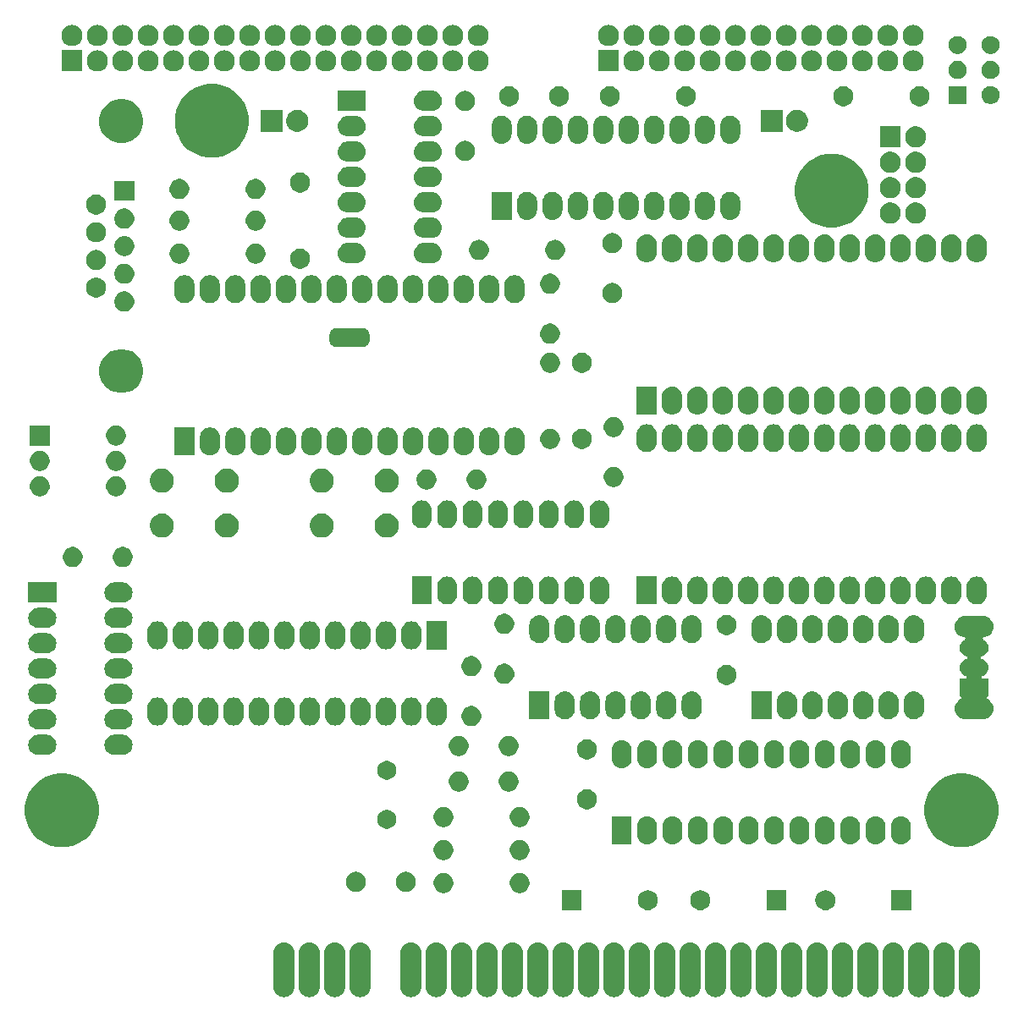
<source format=gbs>
G04 #@! TF.GenerationSoftware,KiCad,Pcbnew,(5.1.6)-1*
G04 #@! TF.CreationDate,2020-10-04T11:52:32+03:00*
G04 #@! TF.ProjectId,PlusD_Clone_1_4,506c7573-445f-4436-9c6f-6e655f315f34,rev?*
G04 #@! TF.SameCoordinates,Original*
G04 #@! TF.FileFunction,Soldermask,Bot*
G04 #@! TF.FilePolarity,Negative*
%FSLAX46Y46*%
G04 Gerber Fmt 4.6, Leading zero omitted, Abs format (unit mm)*
G04 Created by KiCad (PCBNEW (5.1.6)-1) date 2020-10-04 11:52:32*
%MOMM*%
%LPD*%
G01*
G04 APERTURE LIST*
%ADD10C,0.100000*%
G04 APERTURE END LIST*
D10*
G36*
X92971480Y-119235757D02*
G01*
X93176758Y-119298027D01*
X93365943Y-119399149D01*
X93531765Y-119535235D01*
X93643448Y-119671322D01*
X93667852Y-119701058D01*
X93768972Y-119890239D01*
X93768973Y-119890241D01*
X93831243Y-120095519D01*
X93847000Y-120255503D01*
X93847000Y-123664497D01*
X93831243Y-123824481D01*
X93768973Y-124029759D01*
X93768972Y-124029761D01*
X93667852Y-124218942D01*
X93531765Y-124384765D01*
X93365942Y-124520852D01*
X93176761Y-124621972D01*
X93176759Y-124621973D01*
X92971481Y-124684243D01*
X92758000Y-124705269D01*
X92544520Y-124684243D01*
X92339242Y-124621973D01*
X92339240Y-124621972D01*
X92150059Y-124520852D01*
X91984236Y-124384765D01*
X91848149Y-124218942D01*
X91747029Y-124029761D01*
X91747028Y-124029759D01*
X91684758Y-123824481D01*
X91669001Y-123664497D01*
X91669000Y-120255504D01*
X91684757Y-120095520D01*
X91747027Y-119890242D01*
X91848149Y-119701057D01*
X91984235Y-119535235D01*
X92150057Y-119399149D01*
X92150056Y-119399149D01*
X92150058Y-119399148D01*
X92339239Y-119298028D01*
X92339241Y-119298027D01*
X92544519Y-119235757D01*
X92758000Y-119214731D01*
X92971480Y-119235757D01*
G37*
G36*
X108211480Y-119235757D02*
G01*
X108416758Y-119298027D01*
X108605943Y-119399149D01*
X108771765Y-119535235D01*
X108883448Y-119671322D01*
X108907852Y-119701058D01*
X109008972Y-119890239D01*
X109008973Y-119890241D01*
X109071243Y-120095519D01*
X109087000Y-120255503D01*
X109087000Y-123664497D01*
X109071243Y-123824481D01*
X109008973Y-124029759D01*
X109008972Y-124029761D01*
X108907852Y-124218942D01*
X108771765Y-124384765D01*
X108605942Y-124520852D01*
X108416761Y-124621972D01*
X108416759Y-124621973D01*
X108211481Y-124684243D01*
X107998000Y-124705269D01*
X107784520Y-124684243D01*
X107579242Y-124621973D01*
X107579240Y-124621972D01*
X107390059Y-124520852D01*
X107224236Y-124384765D01*
X107088149Y-124218942D01*
X106987029Y-124029761D01*
X106987028Y-124029759D01*
X106924758Y-123824481D01*
X106909001Y-123664497D01*
X106909000Y-120255504D01*
X106924757Y-120095520D01*
X106987027Y-119890242D01*
X107088149Y-119701057D01*
X107224235Y-119535235D01*
X107390057Y-119399149D01*
X107390056Y-119399149D01*
X107390058Y-119399148D01*
X107579239Y-119298028D01*
X107579241Y-119298027D01*
X107784519Y-119235757D01*
X107998000Y-119214731D01*
X108211480Y-119235757D01*
G37*
G36*
X90431480Y-119235757D02*
G01*
X90636758Y-119298027D01*
X90825943Y-119399149D01*
X90991765Y-119535235D01*
X91103448Y-119671322D01*
X91127852Y-119701058D01*
X91228972Y-119890239D01*
X91228973Y-119890241D01*
X91291243Y-120095519D01*
X91307000Y-120255503D01*
X91307000Y-123664497D01*
X91291243Y-123824481D01*
X91228973Y-124029759D01*
X91228972Y-124029761D01*
X91127852Y-124218942D01*
X90991765Y-124384765D01*
X90825942Y-124520852D01*
X90636761Y-124621972D01*
X90636759Y-124621973D01*
X90431481Y-124684243D01*
X90218000Y-124705269D01*
X90004520Y-124684243D01*
X89799242Y-124621973D01*
X89799240Y-124621972D01*
X89610059Y-124520852D01*
X89444236Y-124384765D01*
X89308149Y-124218942D01*
X89207029Y-124029761D01*
X89207028Y-124029759D01*
X89144758Y-123824481D01*
X89129001Y-123664497D01*
X89129000Y-120255504D01*
X89144757Y-120095520D01*
X89207027Y-119890242D01*
X89308149Y-119701057D01*
X89444235Y-119535235D01*
X89610057Y-119399149D01*
X89610056Y-119399149D01*
X89610058Y-119399148D01*
X89799239Y-119298028D01*
X89799241Y-119298027D01*
X90004519Y-119235757D01*
X90218000Y-119214731D01*
X90431480Y-119235757D01*
G37*
G36*
X138691480Y-119235757D02*
G01*
X138896758Y-119298027D01*
X139085943Y-119399149D01*
X139251765Y-119535235D01*
X139363448Y-119671322D01*
X139387852Y-119701058D01*
X139488972Y-119890239D01*
X139488973Y-119890241D01*
X139551243Y-120095519D01*
X139567000Y-120255503D01*
X139567000Y-123664497D01*
X139551243Y-123824481D01*
X139488973Y-124029759D01*
X139488972Y-124029761D01*
X139387852Y-124218942D01*
X139251765Y-124384765D01*
X139085942Y-124520852D01*
X138896761Y-124621972D01*
X138896759Y-124621973D01*
X138691481Y-124684243D01*
X138478000Y-124705269D01*
X138264520Y-124684243D01*
X138059242Y-124621973D01*
X138059240Y-124621972D01*
X137870059Y-124520852D01*
X137704236Y-124384765D01*
X137568149Y-124218942D01*
X137467029Y-124029761D01*
X137467028Y-124029759D01*
X137404758Y-123824481D01*
X137389001Y-123664497D01*
X137389000Y-120255504D01*
X137404757Y-120095520D01*
X137467027Y-119890242D01*
X137568149Y-119701057D01*
X137704235Y-119535235D01*
X137870057Y-119399149D01*
X137870056Y-119399149D01*
X137870058Y-119399148D01*
X138059239Y-119298028D01*
X138059241Y-119298027D01*
X138264519Y-119235757D01*
X138478000Y-119214731D01*
X138691480Y-119235757D01*
G37*
G36*
X151391480Y-119235757D02*
G01*
X151596758Y-119298027D01*
X151785943Y-119399149D01*
X151951765Y-119535235D01*
X152063448Y-119671322D01*
X152087852Y-119701058D01*
X152188972Y-119890239D01*
X152188973Y-119890241D01*
X152251243Y-120095519D01*
X152267000Y-120255503D01*
X152267000Y-123664497D01*
X152251243Y-123824481D01*
X152188973Y-124029759D01*
X152188972Y-124029761D01*
X152087852Y-124218942D01*
X151951765Y-124384765D01*
X151785942Y-124520852D01*
X151596761Y-124621972D01*
X151596759Y-124621973D01*
X151391481Y-124684243D01*
X151178000Y-124705269D01*
X150964520Y-124684243D01*
X150759242Y-124621973D01*
X150759240Y-124621972D01*
X150570059Y-124520852D01*
X150404236Y-124384765D01*
X150268149Y-124218942D01*
X150167029Y-124029761D01*
X150167028Y-124029759D01*
X150104758Y-123824481D01*
X150089001Y-123664497D01*
X150089000Y-120255504D01*
X150104757Y-120095520D01*
X150167027Y-119890242D01*
X150268149Y-119701057D01*
X150404235Y-119535235D01*
X150570057Y-119399149D01*
X150570056Y-119399149D01*
X150570058Y-119399148D01*
X150759239Y-119298028D01*
X150759241Y-119298027D01*
X150964519Y-119235757D01*
X151178000Y-119214731D01*
X151391480Y-119235757D01*
G37*
G36*
X120911480Y-119235757D02*
G01*
X121116758Y-119298027D01*
X121305943Y-119399149D01*
X121471765Y-119535235D01*
X121583448Y-119671322D01*
X121607852Y-119701058D01*
X121708972Y-119890239D01*
X121708973Y-119890241D01*
X121771243Y-120095519D01*
X121787000Y-120255503D01*
X121787000Y-123664497D01*
X121771243Y-123824481D01*
X121708973Y-124029759D01*
X121708972Y-124029761D01*
X121607852Y-124218942D01*
X121471765Y-124384765D01*
X121305942Y-124520852D01*
X121116761Y-124621972D01*
X121116759Y-124621973D01*
X120911481Y-124684243D01*
X120698000Y-124705269D01*
X120484520Y-124684243D01*
X120279242Y-124621973D01*
X120279240Y-124621972D01*
X120090059Y-124520852D01*
X119924236Y-124384765D01*
X119788149Y-124218942D01*
X119687029Y-124029761D01*
X119687028Y-124029759D01*
X119624758Y-123824481D01*
X119609001Y-123664497D01*
X119609000Y-120255504D01*
X119624757Y-120095520D01*
X119687027Y-119890242D01*
X119788149Y-119701057D01*
X119924235Y-119535235D01*
X120090057Y-119399149D01*
X120090056Y-119399149D01*
X120090058Y-119399148D01*
X120279239Y-119298028D01*
X120279241Y-119298027D01*
X120484519Y-119235757D01*
X120698000Y-119214731D01*
X120911480Y-119235757D01*
G37*
G36*
X110751480Y-119235757D02*
G01*
X110956758Y-119298027D01*
X111145943Y-119399149D01*
X111311765Y-119535235D01*
X111423448Y-119671322D01*
X111447852Y-119701058D01*
X111548972Y-119890239D01*
X111548973Y-119890241D01*
X111611243Y-120095519D01*
X111627000Y-120255503D01*
X111627000Y-123664497D01*
X111611243Y-123824481D01*
X111548973Y-124029759D01*
X111548972Y-124029761D01*
X111447852Y-124218942D01*
X111311765Y-124384765D01*
X111145942Y-124520852D01*
X110956761Y-124621972D01*
X110956759Y-124621973D01*
X110751481Y-124684243D01*
X110538000Y-124705269D01*
X110324520Y-124684243D01*
X110119242Y-124621973D01*
X110119240Y-124621972D01*
X109930059Y-124520852D01*
X109764236Y-124384765D01*
X109628149Y-124218942D01*
X109527029Y-124029761D01*
X109527028Y-124029759D01*
X109464758Y-123824481D01*
X109449001Y-123664497D01*
X109449000Y-120255504D01*
X109464757Y-120095520D01*
X109527027Y-119890242D01*
X109628149Y-119701057D01*
X109764235Y-119535235D01*
X109930057Y-119399149D01*
X109930056Y-119399149D01*
X109930058Y-119399148D01*
X110119239Y-119298028D01*
X110119241Y-119298027D01*
X110324519Y-119235757D01*
X110538000Y-119214731D01*
X110751480Y-119235757D01*
G37*
G36*
X113291480Y-119235757D02*
G01*
X113496758Y-119298027D01*
X113685943Y-119399149D01*
X113851765Y-119535235D01*
X113963448Y-119671322D01*
X113987852Y-119701058D01*
X114088972Y-119890239D01*
X114088973Y-119890241D01*
X114151243Y-120095519D01*
X114167000Y-120255503D01*
X114167000Y-123664497D01*
X114151243Y-123824481D01*
X114088973Y-124029759D01*
X114088972Y-124029761D01*
X113987852Y-124218942D01*
X113851765Y-124384765D01*
X113685942Y-124520852D01*
X113496761Y-124621972D01*
X113496759Y-124621973D01*
X113291481Y-124684243D01*
X113078000Y-124705269D01*
X112864520Y-124684243D01*
X112659242Y-124621973D01*
X112659240Y-124621972D01*
X112470059Y-124520852D01*
X112304236Y-124384765D01*
X112168149Y-124218942D01*
X112067029Y-124029761D01*
X112067028Y-124029759D01*
X112004758Y-123824481D01*
X111989001Y-123664497D01*
X111989000Y-120255504D01*
X112004757Y-120095520D01*
X112067027Y-119890242D01*
X112168149Y-119701057D01*
X112304235Y-119535235D01*
X112470057Y-119399149D01*
X112470056Y-119399149D01*
X112470058Y-119399148D01*
X112659239Y-119298028D01*
X112659241Y-119298027D01*
X112864519Y-119235757D01*
X113078000Y-119214731D01*
X113291480Y-119235757D01*
G37*
G36*
X128531480Y-119235757D02*
G01*
X128736758Y-119298027D01*
X128925943Y-119399149D01*
X129091765Y-119535235D01*
X129203448Y-119671322D01*
X129227852Y-119701058D01*
X129328972Y-119890239D01*
X129328973Y-119890241D01*
X129391243Y-120095519D01*
X129407000Y-120255503D01*
X129407000Y-123664497D01*
X129391243Y-123824481D01*
X129328973Y-124029759D01*
X129328972Y-124029761D01*
X129227852Y-124218942D01*
X129091765Y-124384765D01*
X128925942Y-124520852D01*
X128736761Y-124621972D01*
X128736759Y-124621973D01*
X128531481Y-124684243D01*
X128318000Y-124705269D01*
X128104520Y-124684243D01*
X127899242Y-124621973D01*
X127899240Y-124621972D01*
X127710059Y-124520852D01*
X127544236Y-124384765D01*
X127408149Y-124218942D01*
X127307029Y-124029761D01*
X127307028Y-124029759D01*
X127244758Y-123824481D01*
X127229001Y-123664497D01*
X127229000Y-120255504D01*
X127244757Y-120095520D01*
X127307027Y-119890242D01*
X127408149Y-119701057D01*
X127544235Y-119535235D01*
X127710057Y-119399149D01*
X127710056Y-119399149D01*
X127710058Y-119399148D01*
X127899239Y-119298028D01*
X127899241Y-119298027D01*
X128104519Y-119235757D01*
X128318000Y-119214731D01*
X128531480Y-119235757D01*
G37*
G36*
X156471480Y-119235757D02*
G01*
X156676758Y-119298027D01*
X156865943Y-119399149D01*
X157031765Y-119535235D01*
X157143448Y-119671322D01*
X157167852Y-119701058D01*
X157268972Y-119890239D01*
X157268973Y-119890241D01*
X157331243Y-120095519D01*
X157347000Y-120255503D01*
X157347000Y-123664497D01*
X157331243Y-123824481D01*
X157268973Y-124029759D01*
X157268972Y-124029761D01*
X157167852Y-124218942D01*
X157031765Y-124384765D01*
X156865942Y-124520852D01*
X156676761Y-124621972D01*
X156676759Y-124621973D01*
X156471481Y-124684243D01*
X156258000Y-124705269D01*
X156044520Y-124684243D01*
X155839242Y-124621973D01*
X155839240Y-124621972D01*
X155650059Y-124520852D01*
X155484236Y-124384765D01*
X155348149Y-124218942D01*
X155247029Y-124029761D01*
X155247028Y-124029759D01*
X155184758Y-123824481D01*
X155169001Y-123664497D01*
X155169000Y-120255504D01*
X155184757Y-120095520D01*
X155247027Y-119890242D01*
X155348149Y-119701057D01*
X155484235Y-119535235D01*
X155650057Y-119399149D01*
X155650056Y-119399149D01*
X155650058Y-119399148D01*
X155839239Y-119298028D01*
X155839241Y-119298027D01*
X156044519Y-119235757D01*
X156258000Y-119214731D01*
X156471480Y-119235757D01*
G37*
G36*
X115831480Y-119235757D02*
G01*
X116036758Y-119298027D01*
X116225943Y-119399149D01*
X116391765Y-119535235D01*
X116503448Y-119671322D01*
X116527852Y-119701058D01*
X116628972Y-119890239D01*
X116628973Y-119890241D01*
X116691243Y-120095519D01*
X116707000Y-120255503D01*
X116707000Y-123664497D01*
X116691243Y-123824481D01*
X116628973Y-124029759D01*
X116628972Y-124029761D01*
X116527852Y-124218942D01*
X116391765Y-124384765D01*
X116225942Y-124520852D01*
X116036761Y-124621972D01*
X116036759Y-124621973D01*
X115831481Y-124684243D01*
X115618000Y-124705269D01*
X115404520Y-124684243D01*
X115199242Y-124621973D01*
X115199240Y-124621972D01*
X115010059Y-124520852D01*
X114844236Y-124384765D01*
X114708149Y-124218942D01*
X114607029Y-124029761D01*
X114607028Y-124029759D01*
X114544758Y-123824481D01*
X114529001Y-123664497D01*
X114529000Y-120255504D01*
X114544757Y-120095520D01*
X114607027Y-119890242D01*
X114708149Y-119701057D01*
X114844235Y-119535235D01*
X115010057Y-119399149D01*
X115010056Y-119399149D01*
X115010058Y-119399148D01*
X115199239Y-119298028D01*
X115199241Y-119298027D01*
X115404519Y-119235757D01*
X115618000Y-119214731D01*
X115831480Y-119235757D01*
G37*
G36*
X143771480Y-119235757D02*
G01*
X143976758Y-119298027D01*
X144165943Y-119399149D01*
X144331765Y-119535235D01*
X144443448Y-119671322D01*
X144467852Y-119701058D01*
X144568972Y-119890239D01*
X144568973Y-119890241D01*
X144631243Y-120095519D01*
X144647000Y-120255503D01*
X144647000Y-123664497D01*
X144631243Y-123824481D01*
X144568973Y-124029759D01*
X144568972Y-124029761D01*
X144467852Y-124218942D01*
X144331765Y-124384765D01*
X144165942Y-124520852D01*
X143976761Y-124621972D01*
X143976759Y-124621973D01*
X143771481Y-124684243D01*
X143558000Y-124705269D01*
X143344520Y-124684243D01*
X143139242Y-124621973D01*
X143139240Y-124621972D01*
X142950059Y-124520852D01*
X142784236Y-124384765D01*
X142648149Y-124218942D01*
X142547029Y-124029761D01*
X142547028Y-124029759D01*
X142484758Y-123824481D01*
X142469001Y-123664497D01*
X142469000Y-120255504D01*
X142484757Y-120095520D01*
X142547027Y-119890242D01*
X142648149Y-119701057D01*
X142784235Y-119535235D01*
X142950057Y-119399149D01*
X142950056Y-119399149D01*
X142950058Y-119399148D01*
X143139239Y-119298028D01*
X143139241Y-119298027D01*
X143344519Y-119235757D01*
X143558000Y-119214731D01*
X143771480Y-119235757D01*
G37*
G36*
X136151480Y-119235757D02*
G01*
X136356758Y-119298027D01*
X136545943Y-119399149D01*
X136711765Y-119535235D01*
X136823448Y-119671322D01*
X136847852Y-119701058D01*
X136948972Y-119890239D01*
X136948973Y-119890241D01*
X137011243Y-120095519D01*
X137027000Y-120255503D01*
X137027000Y-123664497D01*
X137011243Y-123824481D01*
X136948973Y-124029759D01*
X136948972Y-124029761D01*
X136847852Y-124218942D01*
X136711765Y-124384765D01*
X136545942Y-124520852D01*
X136356761Y-124621972D01*
X136356759Y-124621973D01*
X136151481Y-124684243D01*
X135938000Y-124705269D01*
X135724520Y-124684243D01*
X135519242Y-124621973D01*
X135519240Y-124621972D01*
X135330059Y-124520852D01*
X135164236Y-124384765D01*
X135028149Y-124218942D01*
X134927029Y-124029761D01*
X134927028Y-124029759D01*
X134864758Y-123824481D01*
X134849001Y-123664497D01*
X134849000Y-120255504D01*
X134864757Y-120095520D01*
X134927027Y-119890242D01*
X135028149Y-119701057D01*
X135164235Y-119535235D01*
X135330057Y-119399149D01*
X135330056Y-119399149D01*
X135330058Y-119399148D01*
X135519239Y-119298028D01*
X135519241Y-119298027D01*
X135724519Y-119235757D01*
X135938000Y-119214731D01*
X136151480Y-119235757D01*
G37*
G36*
X131071480Y-119235757D02*
G01*
X131276758Y-119298027D01*
X131465943Y-119399149D01*
X131631765Y-119535235D01*
X131743448Y-119671322D01*
X131767852Y-119701058D01*
X131868972Y-119890239D01*
X131868973Y-119890241D01*
X131931243Y-120095519D01*
X131947000Y-120255503D01*
X131947000Y-123664497D01*
X131931243Y-123824481D01*
X131868973Y-124029759D01*
X131868972Y-124029761D01*
X131767852Y-124218942D01*
X131631765Y-124384765D01*
X131465942Y-124520852D01*
X131276761Y-124621972D01*
X131276759Y-124621973D01*
X131071481Y-124684243D01*
X130858000Y-124705269D01*
X130644520Y-124684243D01*
X130439242Y-124621973D01*
X130439240Y-124621972D01*
X130250059Y-124520852D01*
X130084236Y-124384765D01*
X129948149Y-124218942D01*
X129847029Y-124029761D01*
X129847028Y-124029759D01*
X129784758Y-123824481D01*
X129769001Y-123664497D01*
X129769000Y-120255504D01*
X129784757Y-120095520D01*
X129847027Y-119890242D01*
X129948149Y-119701057D01*
X130084235Y-119535235D01*
X130250057Y-119399149D01*
X130250056Y-119399149D01*
X130250058Y-119399148D01*
X130439239Y-119298028D01*
X130439241Y-119298027D01*
X130644519Y-119235757D01*
X130858000Y-119214731D01*
X131071480Y-119235757D01*
G37*
G36*
X148851480Y-119235757D02*
G01*
X149056758Y-119298027D01*
X149245943Y-119399149D01*
X149411765Y-119535235D01*
X149523448Y-119671322D01*
X149547852Y-119701058D01*
X149648972Y-119890239D01*
X149648973Y-119890241D01*
X149711243Y-120095519D01*
X149727000Y-120255503D01*
X149727000Y-123664497D01*
X149711243Y-123824481D01*
X149648973Y-124029759D01*
X149648972Y-124029761D01*
X149547852Y-124218942D01*
X149411765Y-124384765D01*
X149245942Y-124520852D01*
X149056761Y-124621972D01*
X149056759Y-124621973D01*
X148851481Y-124684243D01*
X148638000Y-124705269D01*
X148424520Y-124684243D01*
X148219242Y-124621973D01*
X148219240Y-124621972D01*
X148030059Y-124520852D01*
X147864236Y-124384765D01*
X147728149Y-124218942D01*
X147627029Y-124029761D01*
X147627028Y-124029759D01*
X147564758Y-123824481D01*
X147549001Y-123664497D01*
X147549000Y-120255504D01*
X147564757Y-120095520D01*
X147627027Y-119890242D01*
X147728149Y-119701057D01*
X147864235Y-119535235D01*
X148030057Y-119399149D01*
X148030056Y-119399149D01*
X148030058Y-119399148D01*
X148219239Y-119298028D01*
X148219241Y-119298027D01*
X148424519Y-119235757D01*
X148638000Y-119214731D01*
X148851480Y-119235757D01*
G37*
G36*
X123451480Y-119235757D02*
G01*
X123656758Y-119298027D01*
X123845943Y-119399149D01*
X124011765Y-119535235D01*
X124123448Y-119671322D01*
X124147852Y-119701058D01*
X124248972Y-119890239D01*
X124248973Y-119890241D01*
X124311243Y-120095519D01*
X124327000Y-120255503D01*
X124327000Y-123664497D01*
X124311243Y-123824481D01*
X124248973Y-124029759D01*
X124248972Y-124029761D01*
X124147852Y-124218942D01*
X124011765Y-124384765D01*
X123845942Y-124520852D01*
X123656761Y-124621972D01*
X123656759Y-124621973D01*
X123451481Y-124684243D01*
X123238000Y-124705269D01*
X123024520Y-124684243D01*
X122819242Y-124621973D01*
X122819240Y-124621972D01*
X122630059Y-124520852D01*
X122464236Y-124384765D01*
X122328149Y-124218942D01*
X122227029Y-124029761D01*
X122227028Y-124029759D01*
X122164758Y-123824481D01*
X122149001Y-123664497D01*
X122149000Y-120255504D01*
X122164757Y-120095520D01*
X122227027Y-119890242D01*
X122328149Y-119701057D01*
X122464235Y-119535235D01*
X122630057Y-119399149D01*
X122630056Y-119399149D01*
X122630058Y-119399148D01*
X122819239Y-119298028D01*
X122819241Y-119298027D01*
X123024519Y-119235757D01*
X123238000Y-119214731D01*
X123451480Y-119235757D01*
G37*
G36*
X98051480Y-119235757D02*
G01*
X98256758Y-119298027D01*
X98445943Y-119399149D01*
X98611765Y-119535235D01*
X98723448Y-119671322D01*
X98747852Y-119701058D01*
X98848972Y-119890239D01*
X98848973Y-119890241D01*
X98911243Y-120095519D01*
X98927000Y-120255503D01*
X98927000Y-123664497D01*
X98911243Y-123824481D01*
X98848973Y-124029759D01*
X98848972Y-124029761D01*
X98747852Y-124218942D01*
X98611765Y-124384765D01*
X98445942Y-124520852D01*
X98256761Y-124621972D01*
X98256759Y-124621973D01*
X98051481Y-124684243D01*
X97838000Y-124705269D01*
X97624520Y-124684243D01*
X97419242Y-124621973D01*
X97419240Y-124621972D01*
X97230059Y-124520852D01*
X97064236Y-124384765D01*
X96928149Y-124218942D01*
X96827029Y-124029761D01*
X96827028Y-124029759D01*
X96764758Y-123824481D01*
X96749001Y-123664497D01*
X96749000Y-120255504D01*
X96764757Y-120095520D01*
X96827027Y-119890242D01*
X96928149Y-119701057D01*
X97064235Y-119535235D01*
X97230057Y-119399149D01*
X97230056Y-119399149D01*
X97230058Y-119399148D01*
X97419239Y-119298028D01*
X97419241Y-119298027D01*
X97624519Y-119235757D01*
X97838000Y-119214731D01*
X98051480Y-119235757D01*
G37*
G36*
X103131480Y-119235757D02*
G01*
X103336758Y-119298027D01*
X103525943Y-119399149D01*
X103691765Y-119535235D01*
X103803448Y-119671322D01*
X103827852Y-119701058D01*
X103928972Y-119890239D01*
X103928973Y-119890241D01*
X103991243Y-120095519D01*
X104007000Y-120255503D01*
X104007000Y-123664497D01*
X103991243Y-123824481D01*
X103928973Y-124029759D01*
X103928972Y-124029761D01*
X103827852Y-124218942D01*
X103691765Y-124384765D01*
X103525942Y-124520852D01*
X103336761Y-124621972D01*
X103336759Y-124621973D01*
X103131481Y-124684243D01*
X102918000Y-124705269D01*
X102704520Y-124684243D01*
X102499242Y-124621973D01*
X102499240Y-124621972D01*
X102310059Y-124520852D01*
X102144236Y-124384765D01*
X102008149Y-124218942D01*
X101907029Y-124029761D01*
X101907028Y-124029759D01*
X101844758Y-123824481D01*
X101829001Y-123664497D01*
X101829000Y-120255504D01*
X101844757Y-120095520D01*
X101907027Y-119890242D01*
X102008149Y-119701057D01*
X102144235Y-119535235D01*
X102310057Y-119399149D01*
X102310056Y-119399149D01*
X102310058Y-119399148D01*
X102499239Y-119298028D01*
X102499241Y-119298027D01*
X102704519Y-119235757D01*
X102918000Y-119214731D01*
X103131480Y-119235757D01*
G37*
G36*
X105671480Y-119235757D02*
G01*
X105876758Y-119298027D01*
X106065943Y-119399149D01*
X106231765Y-119535235D01*
X106343448Y-119671322D01*
X106367852Y-119701058D01*
X106468972Y-119890239D01*
X106468973Y-119890241D01*
X106531243Y-120095519D01*
X106547000Y-120255503D01*
X106547000Y-123664497D01*
X106531243Y-123824481D01*
X106468973Y-124029759D01*
X106468972Y-124029761D01*
X106367852Y-124218942D01*
X106231765Y-124384765D01*
X106065942Y-124520852D01*
X105876761Y-124621972D01*
X105876759Y-124621973D01*
X105671481Y-124684243D01*
X105458000Y-124705269D01*
X105244520Y-124684243D01*
X105039242Y-124621973D01*
X105039240Y-124621972D01*
X104850059Y-124520852D01*
X104684236Y-124384765D01*
X104548149Y-124218942D01*
X104447029Y-124029761D01*
X104447028Y-124029759D01*
X104384758Y-123824481D01*
X104369001Y-123664497D01*
X104369000Y-120255504D01*
X104384757Y-120095520D01*
X104447027Y-119890242D01*
X104548149Y-119701057D01*
X104684235Y-119535235D01*
X104850057Y-119399149D01*
X104850056Y-119399149D01*
X104850058Y-119399148D01*
X105039239Y-119298028D01*
X105039241Y-119298027D01*
X105244519Y-119235757D01*
X105458000Y-119214731D01*
X105671480Y-119235757D01*
G37*
G36*
X95511480Y-119235757D02*
G01*
X95716758Y-119298027D01*
X95905943Y-119399149D01*
X96071765Y-119535235D01*
X96183448Y-119671322D01*
X96207852Y-119701058D01*
X96308972Y-119890239D01*
X96308973Y-119890241D01*
X96371243Y-120095519D01*
X96387000Y-120255503D01*
X96387000Y-123664497D01*
X96371243Y-123824481D01*
X96308973Y-124029759D01*
X96308972Y-124029761D01*
X96207852Y-124218942D01*
X96071765Y-124384765D01*
X95905942Y-124520852D01*
X95716761Y-124621972D01*
X95716759Y-124621973D01*
X95511481Y-124684243D01*
X95298000Y-124705269D01*
X95084520Y-124684243D01*
X94879242Y-124621973D01*
X94879240Y-124621972D01*
X94690059Y-124520852D01*
X94524236Y-124384765D01*
X94388149Y-124218942D01*
X94287029Y-124029761D01*
X94287028Y-124029759D01*
X94224758Y-123824481D01*
X94209001Y-123664497D01*
X94209000Y-120255504D01*
X94224757Y-120095520D01*
X94287027Y-119890242D01*
X94388149Y-119701057D01*
X94524235Y-119535235D01*
X94690057Y-119399149D01*
X94690056Y-119399149D01*
X94690058Y-119399148D01*
X94879239Y-119298028D01*
X94879241Y-119298027D01*
X95084519Y-119235757D01*
X95298000Y-119214731D01*
X95511480Y-119235757D01*
G37*
G36*
X153931480Y-119235757D02*
G01*
X154136758Y-119298027D01*
X154325943Y-119399149D01*
X154491765Y-119535235D01*
X154603448Y-119671322D01*
X154627852Y-119701058D01*
X154728972Y-119890239D01*
X154728973Y-119890241D01*
X154791243Y-120095519D01*
X154807000Y-120255503D01*
X154807000Y-123664497D01*
X154791243Y-123824481D01*
X154728973Y-124029759D01*
X154728972Y-124029761D01*
X154627852Y-124218942D01*
X154491765Y-124384765D01*
X154325942Y-124520852D01*
X154136761Y-124621972D01*
X154136759Y-124621973D01*
X153931481Y-124684243D01*
X153718000Y-124705269D01*
X153504520Y-124684243D01*
X153299242Y-124621973D01*
X153299240Y-124621972D01*
X153110059Y-124520852D01*
X152944236Y-124384765D01*
X152808149Y-124218942D01*
X152707029Y-124029761D01*
X152707028Y-124029759D01*
X152644758Y-123824481D01*
X152629001Y-123664497D01*
X152629000Y-120255504D01*
X152644757Y-120095520D01*
X152707027Y-119890242D01*
X152808149Y-119701057D01*
X152944235Y-119535235D01*
X153110057Y-119399149D01*
X153110056Y-119399149D01*
X153110058Y-119399148D01*
X153299239Y-119298028D01*
X153299241Y-119298027D01*
X153504519Y-119235757D01*
X153718000Y-119214731D01*
X153931480Y-119235757D01*
G37*
G36*
X125991480Y-119235757D02*
G01*
X126196758Y-119298027D01*
X126385943Y-119399149D01*
X126551765Y-119535235D01*
X126663448Y-119671322D01*
X126687852Y-119701058D01*
X126788972Y-119890239D01*
X126788973Y-119890241D01*
X126851243Y-120095519D01*
X126867000Y-120255503D01*
X126867000Y-123664497D01*
X126851243Y-123824481D01*
X126788973Y-124029759D01*
X126788972Y-124029761D01*
X126687852Y-124218942D01*
X126551765Y-124384765D01*
X126385942Y-124520852D01*
X126196761Y-124621972D01*
X126196759Y-124621973D01*
X125991481Y-124684243D01*
X125778000Y-124705269D01*
X125564520Y-124684243D01*
X125359242Y-124621973D01*
X125359240Y-124621972D01*
X125170059Y-124520852D01*
X125004236Y-124384765D01*
X124868149Y-124218942D01*
X124767029Y-124029761D01*
X124767028Y-124029759D01*
X124704758Y-123824481D01*
X124689001Y-123664497D01*
X124689000Y-120255504D01*
X124704757Y-120095520D01*
X124767027Y-119890242D01*
X124868149Y-119701057D01*
X125004235Y-119535235D01*
X125170057Y-119399149D01*
X125170056Y-119399149D01*
X125170058Y-119399148D01*
X125359239Y-119298028D01*
X125359241Y-119298027D01*
X125564519Y-119235757D01*
X125778000Y-119214731D01*
X125991480Y-119235757D01*
G37*
G36*
X133611480Y-119235757D02*
G01*
X133816758Y-119298027D01*
X134005943Y-119399149D01*
X134171765Y-119535235D01*
X134283448Y-119671322D01*
X134307852Y-119701058D01*
X134408972Y-119890239D01*
X134408973Y-119890241D01*
X134471243Y-120095519D01*
X134487000Y-120255503D01*
X134487000Y-123664497D01*
X134471243Y-123824481D01*
X134408973Y-124029759D01*
X134408972Y-124029761D01*
X134307852Y-124218942D01*
X134171765Y-124384765D01*
X134005942Y-124520852D01*
X133816761Y-124621972D01*
X133816759Y-124621973D01*
X133611481Y-124684243D01*
X133398000Y-124705269D01*
X133184520Y-124684243D01*
X132979242Y-124621973D01*
X132979240Y-124621972D01*
X132790059Y-124520852D01*
X132624236Y-124384765D01*
X132488149Y-124218942D01*
X132387029Y-124029761D01*
X132387028Y-124029759D01*
X132324758Y-123824481D01*
X132309001Y-123664497D01*
X132309000Y-120255504D01*
X132324757Y-120095520D01*
X132387027Y-119890242D01*
X132488149Y-119701057D01*
X132624235Y-119535235D01*
X132790057Y-119399149D01*
X132790056Y-119399149D01*
X132790058Y-119399148D01*
X132979239Y-119298028D01*
X132979241Y-119298027D01*
X133184519Y-119235757D01*
X133398000Y-119214731D01*
X133611480Y-119235757D01*
G37*
G36*
X146311480Y-119235757D02*
G01*
X146516758Y-119298027D01*
X146705943Y-119399149D01*
X146871765Y-119535235D01*
X146983448Y-119671322D01*
X147007852Y-119701058D01*
X147108972Y-119890239D01*
X147108973Y-119890241D01*
X147171243Y-120095519D01*
X147187000Y-120255503D01*
X147187000Y-123664497D01*
X147171243Y-123824481D01*
X147108973Y-124029759D01*
X147108972Y-124029761D01*
X147007852Y-124218942D01*
X146871765Y-124384765D01*
X146705942Y-124520852D01*
X146516761Y-124621972D01*
X146516759Y-124621973D01*
X146311481Y-124684243D01*
X146098000Y-124705269D01*
X145884520Y-124684243D01*
X145679242Y-124621973D01*
X145679240Y-124621972D01*
X145490059Y-124520852D01*
X145324236Y-124384765D01*
X145188149Y-124218942D01*
X145087029Y-124029761D01*
X145087028Y-124029759D01*
X145024758Y-123824481D01*
X145009001Y-123664497D01*
X145009000Y-120255504D01*
X145024757Y-120095520D01*
X145087027Y-119890242D01*
X145188149Y-119701057D01*
X145324235Y-119535235D01*
X145490057Y-119399149D01*
X145490056Y-119399149D01*
X145490058Y-119399148D01*
X145679239Y-119298028D01*
X145679241Y-119298027D01*
X145884519Y-119235757D01*
X146098000Y-119214731D01*
X146311480Y-119235757D01*
G37*
G36*
X141231480Y-119235757D02*
G01*
X141436758Y-119298027D01*
X141625943Y-119399149D01*
X141791765Y-119535235D01*
X141903448Y-119671322D01*
X141927852Y-119701058D01*
X142028972Y-119890239D01*
X142028973Y-119890241D01*
X142091243Y-120095519D01*
X142107000Y-120255503D01*
X142107000Y-123664497D01*
X142091243Y-123824481D01*
X142028973Y-124029759D01*
X142028972Y-124029761D01*
X141927852Y-124218942D01*
X141791765Y-124384765D01*
X141625942Y-124520852D01*
X141436761Y-124621972D01*
X141436759Y-124621973D01*
X141231481Y-124684243D01*
X141018000Y-124705269D01*
X140804520Y-124684243D01*
X140599242Y-124621973D01*
X140599240Y-124621972D01*
X140410059Y-124520852D01*
X140244236Y-124384765D01*
X140108149Y-124218942D01*
X140007029Y-124029761D01*
X140007028Y-124029759D01*
X139944758Y-123824481D01*
X139929001Y-123664497D01*
X139929000Y-120255504D01*
X139944757Y-120095520D01*
X140007027Y-119890242D01*
X140108149Y-119701057D01*
X140244235Y-119535235D01*
X140410057Y-119399149D01*
X140410056Y-119399149D01*
X140410058Y-119399148D01*
X140599239Y-119298028D01*
X140599241Y-119298027D01*
X140804519Y-119235757D01*
X141018000Y-119214731D01*
X141231480Y-119235757D01*
G37*
G36*
X118371480Y-119235757D02*
G01*
X118576758Y-119298027D01*
X118765943Y-119399149D01*
X118931765Y-119535235D01*
X119043448Y-119671322D01*
X119067852Y-119701058D01*
X119168972Y-119890239D01*
X119168973Y-119890241D01*
X119231243Y-120095519D01*
X119247000Y-120255503D01*
X119247000Y-123664497D01*
X119231243Y-123824481D01*
X119168973Y-124029759D01*
X119168972Y-124029761D01*
X119067852Y-124218942D01*
X118931765Y-124384765D01*
X118765942Y-124520852D01*
X118576761Y-124621972D01*
X118576759Y-124621973D01*
X118371481Y-124684243D01*
X118158000Y-124705269D01*
X117944520Y-124684243D01*
X117739242Y-124621973D01*
X117739240Y-124621972D01*
X117550059Y-124520852D01*
X117384236Y-124384765D01*
X117248149Y-124218942D01*
X117147029Y-124029761D01*
X117147028Y-124029759D01*
X117084758Y-123824481D01*
X117069001Y-123664497D01*
X117069000Y-120255504D01*
X117084757Y-120095520D01*
X117147027Y-119890242D01*
X117248149Y-119701057D01*
X117384235Y-119535235D01*
X117550057Y-119399149D01*
X117550056Y-119399149D01*
X117550058Y-119399148D01*
X117739239Y-119298028D01*
X117739241Y-119298027D01*
X117944519Y-119235757D01*
X118158000Y-119214731D01*
X118371480Y-119235757D01*
G37*
G36*
X159011480Y-119235757D02*
G01*
X159216758Y-119298027D01*
X159405943Y-119399149D01*
X159571765Y-119535235D01*
X159683448Y-119671322D01*
X159707852Y-119701058D01*
X159808972Y-119890239D01*
X159808973Y-119890241D01*
X159871243Y-120095519D01*
X159887000Y-120255503D01*
X159887000Y-123664497D01*
X159871243Y-123824481D01*
X159808973Y-124029759D01*
X159808972Y-124029761D01*
X159707852Y-124218942D01*
X159571765Y-124384765D01*
X159405942Y-124520852D01*
X159216761Y-124621972D01*
X159216759Y-124621973D01*
X159011481Y-124684243D01*
X158798000Y-124705269D01*
X158584520Y-124684243D01*
X158379242Y-124621973D01*
X158379240Y-124621972D01*
X158190059Y-124520852D01*
X158024236Y-124384765D01*
X157888149Y-124218942D01*
X157787029Y-124029761D01*
X157787028Y-124029759D01*
X157724758Y-123824481D01*
X157709001Y-123664497D01*
X157709000Y-120255504D01*
X157724757Y-120095520D01*
X157787027Y-119890242D01*
X157888149Y-119701057D01*
X158024235Y-119535235D01*
X158190057Y-119399149D01*
X158190056Y-119399149D01*
X158190058Y-119399148D01*
X158379239Y-119298028D01*
X158379241Y-119298027D01*
X158584519Y-119235757D01*
X158798000Y-119214731D01*
X159011480Y-119235757D01*
G37*
G36*
X132107290Y-114025619D02*
G01*
X132171689Y-114038429D01*
X132353678Y-114113811D01*
X132517463Y-114223249D01*
X132656751Y-114362537D01*
X132766189Y-114526322D01*
X132841571Y-114708311D01*
X132880000Y-114901509D01*
X132880000Y-115098491D01*
X132841571Y-115291689D01*
X132766189Y-115473678D01*
X132656751Y-115637463D01*
X132517463Y-115776751D01*
X132353678Y-115886189D01*
X132171689Y-115961571D01*
X132107290Y-115974381D01*
X131978493Y-116000000D01*
X131781507Y-116000000D01*
X131652710Y-115974381D01*
X131588311Y-115961571D01*
X131406322Y-115886189D01*
X131242537Y-115776751D01*
X131103249Y-115637463D01*
X130993811Y-115473678D01*
X130918429Y-115291689D01*
X130880000Y-115098491D01*
X130880000Y-114901509D01*
X130918429Y-114708311D01*
X130993811Y-114526322D01*
X131103249Y-114362537D01*
X131242537Y-114223249D01*
X131406322Y-114113811D01*
X131588311Y-114038429D01*
X131652710Y-114025619D01*
X131781507Y-114000000D01*
X131978493Y-114000000D01*
X132107290Y-114025619D01*
G37*
G36*
X140500000Y-116000000D02*
G01*
X138500000Y-116000000D01*
X138500000Y-114000000D01*
X140500000Y-114000000D01*
X140500000Y-116000000D01*
G37*
G36*
X153000000Y-116000000D02*
G01*
X151000000Y-116000000D01*
X151000000Y-114000000D01*
X153000000Y-114000000D01*
X153000000Y-116000000D01*
G37*
G36*
X120000000Y-116000000D02*
G01*
X118000000Y-116000000D01*
X118000000Y-114000000D01*
X120000000Y-114000000D01*
X120000000Y-116000000D01*
G37*
G36*
X126847290Y-114025619D02*
G01*
X126911689Y-114038429D01*
X127093678Y-114113811D01*
X127257463Y-114223249D01*
X127396751Y-114362537D01*
X127506189Y-114526322D01*
X127581571Y-114708311D01*
X127620000Y-114901509D01*
X127620000Y-115098491D01*
X127581571Y-115291689D01*
X127506189Y-115473678D01*
X127396751Y-115637463D01*
X127257463Y-115776751D01*
X127093678Y-115886189D01*
X126911689Y-115961571D01*
X126847290Y-115974381D01*
X126718493Y-116000000D01*
X126521507Y-116000000D01*
X126392710Y-115974381D01*
X126328311Y-115961571D01*
X126146322Y-115886189D01*
X125982537Y-115776751D01*
X125843249Y-115637463D01*
X125733811Y-115473678D01*
X125658429Y-115291689D01*
X125620000Y-115098491D01*
X125620000Y-114901509D01*
X125658429Y-114708311D01*
X125733811Y-114526322D01*
X125843249Y-114362537D01*
X125982537Y-114223249D01*
X126146322Y-114113811D01*
X126328311Y-114038429D01*
X126392710Y-114025619D01*
X126521507Y-114000000D01*
X126718493Y-114000000D01*
X126847290Y-114025619D01*
G37*
G36*
X144607290Y-114025619D02*
G01*
X144671689Y-114038429D01*
X144853678Y-114113811D01*
X145017463Y-114223249D01*
X145156751Y-114362537D01*
X145266189Y-114526322D01*
X145341571Y-114708311D01*
X145380000Y-114901509D01*
X145380000Y-115098491D01*
X145341571Y-115291689D01*
X145266189Y-115473678D01*
X145156751Y-115637463D01*
X145017463Y-115776751D01*
X144853678Y-115886189D01*
X144671689Y-115961571D01*
X144607290Y-115974381D01*
X144478493Y-116000000D01*
X144281507Y-116000000D01*
X144152710Y-115974381D01*
X144088311Y-115961571D01*
X143906322Y-115886189D01*
X143742537Y-115776751D01*
X143603249Y-115637463D01*
X143493811Y-115473678D01*
X143418429Y-115291689D01*
X143380000Y-115098491D01*
X143380000Y-114901509D01*
X143418429Y-114708311D01*
X143493811Y-114526322D01*
X143603249Y-114362537D01*
X143742537Y-114223249D01*
X143906322Y-114113811D01*
X144088311Y-114038429D01*
X144152710Y-114025619D01*
X144281507Y-114000000D01*
X144478493Y-114000000D01*
X144607290Y-114025619D01*
G37*
G36*
X106399290Y-112309619D02*
G01*
X106463689Y-112322429D01*
X106645678Y-112397811D01*
X106809463Y-112507249D01*
X106948751Y-112646537D01*
X107058189Y-112810322D01*
X107133571Y-112992311D01*
X107172000Y-113185509D01*
X107172000Y-113382491D01*
X107133571Y-113575689D01*
X107058189Y-113757678D01*
X106948751Y-113921463D01*
X106809463Y-114060751D01*
X106645678Y-114170189D01*
X106463689Y-114245571D01*
X106399290Y-114258381D01*
X106270493Y-114284000D01*
X106073507Y-114284000D01*
X105944710Y-114258381D01*
X105880311Y-114245571D01*
X105698322Y-114170189D01*
X105534537Y-114060751D01*
X105395249Y-113921463D01*
X105285811Y-113757678D01*
X105210429Y-113575689D01*
X105172000Y-113382491D01*
X105172000Y-113185509D01*
X105210429Y-112992311D01*
X105285811Y-112810322D01*
X105395249Y-112646537D01*
X105534537Y-112507249D01*
X105698322Y-112397811D01*
X105880311Y-112322429D01*
X105944710Y-112309619D01*
X106073507Y-112284000D01*
X106270493Y-112284000D01*
X106399290Y-112309619D01*
G37*
G36*
X114019290Y-112309619D02*
G01*
X114083689Y-112322429D01*
X114265678Y-112397811D01*
X114429463Y-112507249D01*
X114568751Y-112646537D01*
X114678189Y-112810322D01*
X114753571Y-112992311D01*
X114792000Y-113185509D01*
X114792000Y-113382491D01*
X114753571Y-113575689D01*
X114678189Y-113757678D01*
X114568751Y-113921463D01*
X114429463Y-114060751D01*
X114265678Y-114170189D01*
X114083689Y-114245571D01*
X114019290Y-114258381D01*
X113890493Y-114284000D01*
X113693507Y-114284000D01*
X113564710Y-114258381D01*
X113500311Y-114245571D01*
X113318322Y-114170189D01*
X113154537Y-114060751D01*
X113015249Y-113921463D01*
X112905811Y-113757678D01*
X112830429Y-113575689D01*
X112792000Y-113382491D01*
X112792000Y-113185509D01*
X112830429Y-112992311D01*
X112905811Y-112810322D01*
X113015249Y-112646537D01*
X113154537Y-112507249D01*
X113318322Y-112397811D01*
X113500311Y-112322429D01*
X113564710Y-112309619D01*
X113693507Y-112284000D01*
X113890493Y-112284000D01*
X114019290Y-112309619D01*
G37*
G36*
X102636290Y-112182619D02*
G01*
X102700689Y-112195429D01*
X102882678Y-112270811D01*
X103046463Y-112380249D01*
X103185751Y-112519537D01*
X103295189Y-112683322D01*
X103370571Y-112865311D01*
X103409000Y-113058509D01*
X103409000Y-113255491D01*
X103370571Y-113448689D01*
X103295189Y-113630678D01*
X103185751Y-113794463D01*
X103046463Y-113933751D01*
X102882678Y-114043189D01*
X102700689Y-114118571D01*
X102636290Y-114131381D01*
X102507493Y-114157000D01*
X102310507Y-114157000D01*
X102181710Y-114131381D01*
X102117311Y-114118571D01*
X101935322Y-114043189D01*
X101771537Y-113933751D01*
X101632249Y-113794463D01*
X101522811Y-113630678D01*
X101447429Y-113448689D01*
X101409000Y-113255491D01*
X101409000Y-113058509D01*
X101447429Y-112865311D01*
X101522811Y-112683322D01*
X101632249Y-112519537D01*
X101771537Y-112380249D01*
X101935322Y-112270811D01*
X102117311Y-112195429D01*
X102181710Y-112182619D01*
X102310507Y-112157000D01*
X102507493Y-112157000D01*
X102636290Y-112182619D01*
G37*
G36*
X97636290Y-112182619D02*
G01*
X97700689Y-112195429D01*
X97882678Y-112270811D01*
X98046463Y-112380249D01*
X98185751Y-112519537D01*
X98295189Y-112683322D01*
X98370571Y-112865311D01*
X98409000Y-113058509D01*
X98409000Y-113255491D01*
X98370571Y-113448689D01*
X98295189Y-113630678D01*
X98185751Y-113794463D01*
X98046463Y-113933751D01*
X97882678Y-114043189D01*
X97700689Y-114118571D01*
X97636290Y-114131381D01*
X97507493Y-114157000D01*
X97310507Y-114157000D01*
X97181710Y-114131381D01*
X97117311Y-114118571D01*
X96935322Y-114043189D01*
X96771537Y-113933751D01*
X96632249Y-113794463D01*
X96522811Y-113630678D01*
X96447429Y-113448689D01*
X96409000Y-113255491D01*
X96409000Y-113058509D01*
X96447429Y-112865311D01*
X96522811Y-112683322D01*
X96632249Y-112519537D01*
X96771537Y-112380249D01*
X96935322Y-112270811D01*
X97117311Y-112195429D01*
X97181710Y-112182619D01*
X97310507Y-112157000D01*
X97507493Y-112157000D01*
X97636290Y-112182619D01*
G37*
G36*
X114018579Y-109007478D02*
G01*
X114083689Y-109020429D01*
X114265678Y-109095811D01*
X114429463Y-109205249D01*
X114568751Y-109344537D01*
X114678189Y-109508322D01*
X114753571Y-109690311D01*
X114792000Y-109883509D01*
X114792000Y-110080491D01*
X114753571Y-110273689D01*
X114678189Y-110455678D01*
X114568751Y-110619463D01*
X114429463Y-110758751D01*
X114265678Y-110868189D01*
X114083689Y-110943571D01*
X114019290Y-110956381D01*
X113890493Y-110982000D01*
X113693507Y-110982000D01*
X113564710Y-110956381D01*
X113500311Y-110943571D01*
X113318322Y-110868189D01*
X113154537Y-110758751D01*
X113015249Y-110619463D01*
X112905811Y-110455678D01*
X112830429Y-110273689D01*
X112792000Y-110080491D01*
X112792000Y-109883509D01*
X112830429Y-109690311D01*
X112905811Y-109508322D01*
X113015249Y-109344537D01*
X113154537Y-109205249D01*
X113318322Y-109095811D01*
X113500311Y-109020429D01*
X113565421Y-109007478D01*
X113693507Y-108982000D01*
X113890493Y-108982000D01*
X114018579Y-109007478D01*
G37*
G36*
X106398579Y-109007478D02*
G01*
X106463689Y-109020429D01*
X106645678Y-109095811D01*
X106809463Y-109205249D01*
X106948751Y-109344537D01*
X107058189Y-109508322D01*
X107133571Y-109690311D01*
X107172000Y-109883509D01*
X107172000Y-110080491D01*
X107133571Y-110273689D01*
X107058189Y-110455678D01*
X106948751Y-110619463D01*
X106809463Y-110758751D01*
X106645678Y-110868189D01*
X106463689Y-110943571D01*
X106399290Y-110956381D01*
X106270493Y-110982000D01*
X106073507Y-110982000D01*
X105944710Y-110956381D01*
X105880311Y-110943571D01*
X105698322Y-110868189D01*
X105534537Y-110758751D01*
X105395249Y-110619463D01*
X105285811Y-110455678D01*
X105210429Y-110273689D01*
X105172000Y-110080491D01*
X105172000Y-109883509D01*
X105210429Y-109690311D01*
X105285811Y-109508322D01*
X105395249Y-109344537D01*
X105534537Y-109205249D01*
X105698322Y-109095811D01*
X105880311Y-109020429D01*
X105945421Y-109007478D01*
X106073507Y-108982000D01*
X106270493Y-108982000D01*
X106398579Y-109007478D01*
G37*
G36*
X159079249Y-102442188D02*
G01*
X159752606Y-102721101D01*
X159833271Y-102775000D01*
X160358613Y-103126022D01*
X160873978Y-103641387D01*
X161047279Y-103900751D01*
X161278899Y-104247394D01*
X161557812Y-104920751D01*
X161700000Y-105635580D01*
X161700000Y-106364420D01*
X161557812Y-107079249D01*
X161278899Y-107752606D01*
X161144537Y-107953692D01*
X160873978Y-108358613D01*
X160358613Y-108873978D01*
X160026616Y-109095811D01*
X159752606Y-109278899D01*
X159079249Y-109557812D01*
X158364420Y-109700000D01*
X157635580Y-109700000D01*
X156920751Y-109557812D01*
X156247394Y-109278899D01*
X155973384Y-109095811D01*
X155641387Y-108873978D01*
X155126022Y-108358613D01*
X154855463Y-107953692D01*
X154721101Y-107752606D01*
X154442188Y-107079249D01*
X154300000Y-106364420D01*
X154300000Y-105635580D01*
X154442188Y-104920751D01*
X154721101Y-104247394D01*
X154952721Y-103900751D01*
X155126022Y-103641387D01*
X155641387Y-103126022D01*
X156166729Y-102775000D01*
X156247394Y-102721101D01*
X156920751Y-102442188D01*
X157635580Y-102300000D01*
X158364420Y-102300000D01*
X159079249Y-102442188D01*
G37*
G36*
X69079249Y-102442188D02*
G01*
X69752606Y-102721101D01*
X69833271Y-102775000D01*
X70358613Y-103126022D01*
X70873978Y-103641387D01*
X71047279Y-103900751D01*
X71278899Y-104247394D01*
X71557812Y-104920751D01*
X71700000Y-105635580D01*
X71700000Y-106364420D01*
X71557812Y-107079249D01*
X71278899Y-107752606D01*
X71144537Y-107953692D01*
X70873978Y-108358613D01*
X70358613Y-108873978D01*
X70026616Y-109095811D01*
X69752606Y-109278899D01*
X69079249Y-109557812D01*
X68364420Y-109700000D01*
X67635580Y-109700000D01*
X66920751Y-109557812D01*
X66247394Y-109278899D01*
X65973384Y-109095811D01*
X65641387Y-108873978D01*
X65126022Y-108358613D01*
X64855463Y-107953692D01*
X64721101Y-107752606D01*
X64442188Y-107079249D01*
X64300000Y-106364420D01*
X64300000Y-105635580D01*
X64442188Y-104920751D01*
X64721101Y-104247394D01*
X64952721Y-103900751D01*
X65126022Y-103641387D01*
X65641387Y-103126022D01*
X66166729Y-102775000D01*
X66247394Y-102721101D01*
X66920751Y-102442188D01*
X67635580Y-102300000D01*
X68364420Y-102300000D01*
X69079249Y-102442188D01*
G37*
G36*
X136896031Y-106614469D02*
G01*
X136990284Y-106643061D01*
X137084534Y-106671651D01*
X137084536Y-106671652D01*
X137258258Y-106764507D01*
X137410528Y-106889472D01*
X137535493Y-107041742D01*
X137628348Y-107215463D01*
X137685531Y-107403968D01*
X137700000Y-107550876D01*
X137700000Y-108449123D01*
X137685531Y-108596031D01*
X137628348Y-108784537D01*
X137535493Y-108958258D01*
X137410528Y-109110528D01*
X137258258Y-109235493D01*
X137084537Y-109328348D01*
X137084535Y-109328349D01*
X136990285Y-109356939D01*
X136896032Y-109385531D01*
X136700000Y-109404838D01*
X136503969Y-109385531D01*
X136409716Y-109356939D01*
X136315466Y-109328349D01*
X136315464Y-109328348D01*
X136141743Y-109235493D01*
X135989473Y-109110528D01*
X135864508Y-108958258D01*
X135771651Y-108784534D01*
X135714469Y-108596035D01*
X135700000Y-108449124D01*
X135700000Y-107550877D01*
X135714469Y-107403969D01*
X135771652Y-107215464D01*
X135864507Y-107041742D01*
X135989472Y-106889472D01*
X136141742Y-106764507D01*
X136315463Y-106671652D01*
X136315465Y-106671651D01*
X136409715Y-106643061D01*
X136503968Y-106614469D01*
X136700000Y-106595162D01*
X136896031Y-106614469D01*
G37*
G36*
X139436031Y-106614469D02*
G01*
X139530284Y-106643061D01*
X139624534Y-106671651D01*
X139624536Y-106671652D01*
X139798258Y-106764507D01*
X139950528Y-106889472D01*
X140075493Y-107041742D01*
X140168348Y-107215463D01*
X140225531Y-107403968D01*
X140240000Y-107550876D01*
X140240000Y-108449123D01*
X140225531Y-108596031D01*
X140168348Y-108784537D01*
X140075493Y-108958258D01*
X139950528Y-109110528D01*
X139798258Y-109235493D01*
X139624537Y-109328348D01*
X139624535Y-109328349D01*
X139530285Y-109356939D01*
X139436032Y-109385531D01*
X139240000Y-109404838D01*
X139043969Y-109385531D01*
X138949716Y-109356939D01*
X138855466Y-109328349D01*
X138855464Y-109328348D01*
X138681743Y-109235493D01*
X138529473Y-109110528D01*
X138404508Y-108958258D01*
X138311651Y-108784534D01*
X138254469Y-108596035D01*
X138240000Y-108449124D01*
X138240000Y-107550877D01*
X138254469Y-107403969D01*
X138311652Y-107215464D01*
X138404507Y-107041742D01*
X138529472Y-106889472D01*
X138681742Y-106764507D01*
X138855463Y-106671652D01*
X138855465Y-106671651D01*
X138949715Y-106643061D01*
X139043968Y-106614469D01*
X139240000Y-106595162D01*
X139436031Y-106614469D01*
G37*
G36*
X134356031Y-106614469D02*
G01*
X134450284Y-106643061D01*
X134544534Y-106671651D01*
X134544536Y-106671652D01*
X134718258Y-106764507D01*
X134870528Y-106889472D01*
X134995493Y-107041742D01*
X135088348Y-107215463D01*
X135145531Y-107403968D01*
X135160000Y-107550876D01*
X135160000Y-108449123D01*
X135145531Y-108596031D01*
X135088348Y-108784537D01*
X134995493Y-108958258D01*
X134870528Y-109110528D01*
X134718258Y-109235493D01*
X134544537Y-109328348D01*
X134544535Y-109328349D01*
X134450285Y-109356939D01*
X134356032Y-109385531D01*
X134160000Y-109404838D01*
X133963969Y-109385531D01*
X133869716Y-109356939D01*
X133775466Y-109328349D01*
X133775464Y-109328348D01*
X133601743Y-109235493D01*
X133449473Y-109110528D01*
X133324508Y-108958258D01*
X133231651Y-108784534D01*
X133174469Y-108596035D01*
X133160000Y-108449124D01*
X133160000Y-107550877D01*
X133174469Y-107403969D01*
X133231652Y-107215464D01*
X133324507Y-107041742D01*
X133449472Y-106889472D01*
X133601742Y-106764507D01*
X133775463Y-106671652D01*
X133775465Y-106671651D01*
X133869715Y-106643061D01*
X133963968Y-106614469D01*
X134160000Y-106595162D01*
X134356031Y-106614469D01*
G37*
G36*
X131816031Y-106614469D02*
G01*
X131910284Y-106643061D01*
X132004534Y-106671651D01*
X132004536Y-106671652D01*
X132178258Y-106764507D01*
X132330528Y-106889472D01*
X132455493Y-107041742D01*
X132548348Y-107215463D01*
X132605531Y-107403968D01*
X132620000Y-107550876D01*
X132620000Y-108449123D01*
X132605531Y-108596031D01*
X132548348Y-108784537D01*
X132455493Y-108958258D01*
X132330528Y-109110528D01*
X132178258Y-109235493D01*
X132004537Y-109328348D01*
X132004535Y-109328349D01*
X131910285Y-109356939D01*
X131816032Y-109385531D01*
X131620000Y-109404838D01*
X131423969Y-109385531D01*
X131329716Y-109356939D01*
X131235466Y-109328349D01*
X131235464Y-109328348D01*
X131061743Y-109235493D01*
X130909473Y-109110528D01*
X130784508Y-108958258D01*
X130691651Y-108784534D01*
X130634469Y-108596035D01*
X130620000Y-108449124D01*
X130620000Y-107550877D01*
X130634469Y-107403969D01*
X130691652Y-107215464D01*
X130784507Y-107041742D01*
X130909472Y-106889472D01*
X131061742Y-106764507D01*
X131235463Y-106671652D01*
X131235465Y-106671651D01*
X131329715Y-106643061D01*
X131423968Y-106614469D01*
X131620000Y-106595162D01*
X131816031Y-106614469D01*
G37*
G36*
X141976031Y-106614469D02*
G01*
X142070284Y-106643061D01*
X142164534Y-106671651D01*
X142164536Y-106671652D01*
X142338258Y-106764507D01*
X142490528Y-106889472D01*
X142615493Y-107041742D01*
X142708348Y-107215463D01*
X142765531Y-107403968D01*
X142780000Y-107550876D01*
X142780000Y-108449123D01*
X142765531Y-108596031D01*
X142708348Y-108784537D01*
X142615493Y-108958258D01*
X142490528Y-109110528D01*
X142338258Y-109235493D01*
X142164537Y-109328348D01*
X142164535Y-109328349D01*
X142070285Y-109356939D01*
X141976032Y-109385531D01*
X141780000Y-109404838D01*
X141583969Y-109385531D01*
X141489716Y-109356939D01*
X141395466Y-109328349D01*
X141395464Y-109328348D01*
X141221743Y-109235493D01*
X141069473Y-109110528D01*
X140944508Y-108958258D01*
X140851651Y-108784534D01*
X140794469Y-108596035D01*
X140780000Y-108449124D01*
X140780000Y-107550877D01*
X140794469Y-107403969D01*
X140851652Y-107215464D01*
X140944507Y-107041742D01*
X141069472Y-106889472D01*
X141221742Y-106764507D01*
X141395463Y-106671652D01*
X141395465Y-106671651D01*
X141489715Y-106643061D01*
X141583968Y-106614469D01*
X141780000Y-106595162D01*
X141976031Y-106614469D01*
G37*
G36*
X144516031Y-106614469D02*
G01*
X144610284Y-106643061D01*
X144704534Y-106671651D01*
X144704536Y-106671652D01*
X144878258Y-106764507D01*
X145030528Y-106889472D01*
X145155493Y-107041742D01*
X145248348Y-107215463D01*
X145305531Y-107403968D01*
X145320000Y-107550876D01*
X145320000Y-108449123D01*
X145305531Y-108596031D01*
X145248348Y-108784537D01*
X145155493Y-108958258D01*
X145030528Y-109110528D01*
X144878258Y-109235493D01*
X144704537Y-109328348D01*
X144704535Y-109328349D01*
X144610285Y-109356939D01*
X144516032Y-109385531D01*
X144320000Y-109404838D01*
X144123969Y-109385531D01*
X144029716Y-109356939D01*
X143935466Y-109328349D01*
X143935464Y-109328348D01*
X143761743Y-109235493D01*
X143609473Y-109110528D01*
X143484508Y-108958258D01*
X143391651Y-108784534D01*
X143334469Y-108596035D01*
X143320000Y-108449124D01*
X143320000Y-107550877D01*
X143334469Y-107403969D01*
X143391652Y-107215464D01*
X143484507Y-107041742D01*
X143609472Y-106889472D01*
X143761742Y-106764507D01*
X143935463Y-106671652D01*
X143935465Y-106671651D01*
X144029715Y-106643061D01*
X144123968Y-106614469D01*
X144320000Y-106595162D01*
X144516031Y-106614469D01*
G37*
G36*
X129276031Y-106614469D02*
G01*
X129370284Y-106643061D01*
X129464534Y-106671651D01*
X129464536Y-106671652D01*
X129638258Y-106764507D01*
X129790528Y-106889472D01*
X129915493Y-107041742D01*
X130008348Y-107215463D01*
X130065531Y-107403968D01*
X130080000Y-107550876D01*
X130080000Y-108449123D01*
X130065531Y-108596031D01*
X130008348Y-108784537D01*
X129915493Y-108958258D01*
X129790528Y-109110528D01*
X129638258Y-109235493D01*
X129464537Y-109328348D01*
X129464535Y-109328349D01*
X129370285Y-109356939D01*
X129276032Y-109385531D01*
X129080000Y-109404838D01*
X128883969Y-109385531D01*
X128789716Y-109356939D01*
X128695466Y-109328349D01*
X128695464Y-109328348D01*
X128521743Y-109235493D01*
X128369473Y-109110528D01*
X128244508Y-108958258D01*
X128151651Y-108784534D01*
X128094469Y-108596035D01*
X128080000Y-108449124D01*
X128080000Y-107550877D01*
X128094469Y-107403969D01*
X128151652Y-107215464D01*
X128244507Y-107041742D01*
X128369472Y-106889472D01*
X128521742Y-106764507D01*
X128695463Y-106671652D01*
X128695465Y-106671651D01*
X128789715Y-106643061D01*
X128883968Y-106614469D01*
X129080000Y-106595162D01*
X129276031Y-106614469D01*
G37*
G36*
X147056031Y-106614469D02*
G01*
X147150284Y-106643061D01*
X147244534Y-106671651D01*
X147244536Y-106671652D01*
X147418258Y-106764507D01*
X147570528Y-106889472D01*
X147695493Y-107041742D01*
X147788348Y-107215463D01*
X147845531Y-107403968D01*
X147860000Y-107550876D01*
X147860000Y-108449123D01*
X147845531Y-108596031D01*
X147788348Y-108784537D01*
X147695493Y-108958258D01*
X147570528Y-109110528D01*
X147418258Y-109235493D01*
X147244537Y-109328348D01*
X147244535Y-109328349D01*
X147150285Y-109356939D01*
X147056032Y-109385531D01*
X146860000Y-109404838D01*
X146663969Y-109385531D01*
X146569716Y-109356939D01*
X146475466Y-109328349D01*
X146475464Y-109328348D01*
X146301743Y-109235493D01*
X146149473Y-109110528D01*
X146024508Y-108958258D01*
X145931651Y-108784534D01*
X145874469Y-108596035D01*
X145860000Y-108449124D01*
X145860000Y-107550877D01*
X145874469Y-107403969D01*
X145931652Y-107215464D01*
X146024507Y-107041742D01*
X146149472Y-106889472D01*
X146301742Y-106764507D01*
X146475463Y-106671652D01*
X146475465Y-106671651D01*
X146569715Y-106643061D01*
X146663968Y-106614469D01*
X146860000Y-106595162D01*
X147056031Y-106614469D01*
G37*
G36*
X149596031Y-106614469D02*
G01*
X149690284Y-106643061D01*
X149784534Y-106671651D01*
X149784536Y-106671652D01*
X149958258Y-106764507D01*
X150110528Y-106889472D01*
X150235493Y-107041742D01*
X150328348Y-107215463D01*
X150385531Y-107403968D01*
X150400000Y-107550876D01*
X150400000Y-108449123D01*
X150385531Y-108596031D01*
X150328348Y-108784537D01*
X150235493Y-108958258D01*
X150110528Y-109110528D01*
X149958258Y-109235493D01*
X149784537Y-109328348D01*
X149784535Y-109328349D01*
X149690285Y-109356939D01*
X149596032Y-109385531D01*
X149400000Y-109404838D01*
X149203969Y-109385531D01*
X149109716Y-109356939D01*
X149015466Y-109328349D01*
X149015464Y-109328348D01*
X148841743Y-109235493D01*
X148689473Y-109110528D01*
X148564508Y-108958258D01*
X148471651Y-108784534D01*
X148414469Y-108596035D01*
X148400000Y-108449124D01*
X148400000Y-107550877D01*
X148414469Y-107403969D01*
X148471652Y-107215464D01*
X148564507Y-107041742D01*
X148689472Y-106889472D01*
X148841742Y-106764507D01*
X149015463Y-106671652D01*
X149015465Y-106671651D01*
X149109715Y-106643061D01*
X149203968Y-106614469D01*
X149400000Y-106595162D01*
X149596031Y-106614469D01*
G37*
G36*
X152136031Y-106614469D02*
G01*
X152230284Y-106643061D01*
X152324534Y-106671651D01*
X152324536Y-106671652D01*
X152498258Y-106764507D01*
X152650528Y-106889472D01*
X152775493Y-107041742D01*
X152868348Y-107215463D01*
X152925531Y-107403968D01*
X152940000Y-107550876D01*
X152940000Y-108449123D01*
X152925531Y-108596031D01*
X152868348Y-108784537D01*
X152775493Y-108958258D01*
X152650528Y-109110528D01*
X152498258Y-109235493D01*
X152324537Y-109328348D01*
X152324535Y-109328349D01*
X152230285Y-109356939D01*
X152136032Y-109385531D01*
X151940000Y-109404838D01*
X151743969Y-109385531D01*
X151649716Y-109356939D01*
X151555466Y-109328349D01*
X151555464Y-109328348D01*
X151381743Y-109235493D01*
X151229473Y-109110528D01*
X151104508Y-108958258D01*
X151011651Y-108784534D01*
X150954469Y-108596035D01*
X150940000Y-108449124D01*
X150940000Y-107550877D01*
X150954469Y-107403969D01*
X151011652Y-107215464D01*
X151104507Y-107041742D01*
X151229472Y-106889472D01*
X151381742Y-106764507D01*
X151555463Y-106671652D01*
X151555465Y-106671651D01*
X151649715Y-106643061D01*
X151743968Y-106614469D01*
X151940000Y-106595162D01*
X152136031Y-106614469D01*
G37*
G36*
X126736031Y-106614469D02*
G01*
X126830284Y-106643061D01*
X126924534Y-106671651D01*
X126924536Y-106671652D01*
X127098258Y-106764507D01*
X127250528Y-106889472D01*
X127375493Y-107041742D01*
X127468348Y-107215463D01*
X127525531Y-107403968D01*
X127540000Y-107550876D01*
X127540000Y-108449123D01*
X127525531Y-108596031D01*
X127468348Y-108784537D01*
X127375493Y-108958258D01*
X127250528Y-109110528D01*
X127098258Y-109235493D01*
X126924537Y-109328348D01*
X126924535Y-109328349D01*
X126830285Y-109356939D01*
X126736032Y-109385531D01*
X126540000Y-109404838D01*
X126343969Y-109385531D01*
X126249716Y-109356939D01*
X126155466Y-109328349D01*
X126155464Y-109328348D01*
X125981743Y-109235493D01*
X125829473Y-109110528D01*
X125704508Y-108958258D01*
X125611651Y-108784534D01*
X125554469Y-108596035D01*
X125540000Y-108449124D01*
X125540000Y-107550877D01*
X125554469Y-107403969D01*
X125611652Y-107215464D01*
X125704507Y-107041742D01*
X125829472Y-106889472D01*
X125981742Y-106764507D01*
X126155463Y-106671652D01*
X126155465Y-106671651D01*
X126249715Y-106643061D01*
X126343968Y-106614469D01*
X126540000Y-106595162D01*
X126736031Y-106614469D01*
G37*
G36*
X125000000Y-109400000D02*
G01*
X123000000Y-109400000D01*
X123000000Y-106600000D01*
X125000000Y-106600000D01*
X125000000Y-109400000D01*
G37*
G36*
X100685336Y-105968254D02*
G01*
X100777105Y-105986508D01*
X100949994Y-106058121D01*
X101105590Y-106162087D01*
X101237913Y-106294410D01*
X101341879Y-106450006D01*
X101410002Y-106614470D01*
X101413492Y-106622896D01*
X101444443Y-106778493D01*
X101450000Y-106806433D01*
X101450000Y-106993567D01*
X101413492Y-107177105D01*
X101341879Y-107349994D01*
X101237913Y-107505590D01*
X101105590Y-107637913D01*
X100949994Y-107741879D01*
X100777105Y-107813492D01*
X100685336Y-107831746D01*
X100593568Y-107850000D01*
X100406432Y-107850000D01*
X100314664Y-107831746D01*
X100222895Y-107813492D01*
X100050006Y-107741879D01*
X99894410Y-107637913D01*
X99762087Y-107505590D01*
X99658121Y-107349994D01*
X99586508Y-107177105D01*
X99550000Y-106993567D01*
X99550000Y-106806433D01*
X99555558Y-106778493D01*
X99586508Y-106622896D01*
X99589998Y-106614470D01*
X99658121Y-106450006D01*
X99762087Y-106294410D01*
X99894410Y-106162087D01*
X100050006Y-106058121D01*
X100222895Y-105986508D01*
X100314664Y-105968254D01*
X100406432Y-105950000D01*
X100593568Y-105950000D01*
X100685336Y-105968254D01*
G37*
G36*
X114019290Y-105705619D02*
G01*
X114083689Y-105718429D01*
X114265678Y-105793811D01*
X114429463Y-105903249D01*
X114568751Y-106042537D01*
X114678189Y-106206322D01*
X114753571Y-106388311D01*
X114753571Y-106388312D01*
X114792000Y-106581507D01*
X114792000Y-106778493D01*
X114786442Y-106806433D01*
X114753571Y-106971689D01*
X114678189Y-107153678D01*
X114568751Y-107317463D01*
X114429463Y-107456751D01*
X114265678Y-107566189D01*
X114083689Y-107641571D01*
X114019290Y-107654381D01*
X113890493Y-107680000D01*
X113693507Y-107680000D01*
X113564710Y-107654381D01*
X113500311Y-107641571D01*
X113318322Y-107566189D01*
X113154537Y-107456751D01*
X113015249Y-107317463D01*
X112905811Y-107153678D01*
X112830429Y-106971689D01*
X112797558Y-106806433D01*
X112792000Y-106778493D01*
X112792000Y-106581507D01*
X112830429Y-106388312D01*
X112830429Y-106388311D01*
X112905811Y-106206322D01*
X113015249Y-106042537D01*
X113154537Y-105903249D01*
X113318322Y-105793811D01*
X113500311Y-105718429D01*
X113564710Y-105705619D01*
X113693507Y-105680000D01*
X113890493Y-105680000D01*
X114019290Y-105705619D01*
G37*
G36*
X106399290Y-105705619D02*
G01*
X106463689Y-105718429D01*
X106645678Y-105793811D01*
X106809463Y-105903249D01*
X106948751Y-106042537D01*
X107058189Y-106206322D01*
X107133571Y-106388311D01*
X107133571Y-106388312D01*
X107172000Y-106581507D01*
X107172000Y-106778493D01*
X107166442Y-106806433D01*
X107133571Y-106971689D01*
X107058189Y-107153678D01*
X106948751Y-107317463D01*
X106809463Y-107456751D01*
X106645678Y-107566189D01*
X106463689Y-107641571D01*
X106399290Y-107654381D01*
X106270493Y-107680000D01*
X106073507Y-107680000D01*
X105944710Y-107654381D01*
X105880311Y-107641571D01*
X105698322Y-107566189D01*
X105534537Y-107456751D01*
X105395249Y-107317463D01*
X105285811Y-107153678D01*
X105210429Y-106971689D01*
X105177558Y-106806433D01*
X105172000Y-106778493D01*
X105172000Y-106581507D01*
X105210429Y-106388312D01*
X105210429Y-106388311D01*
X105285811Y-106206322D01*
X105395249Y-106042537D01*
X105534537Y-105903249D01*
X105698322Y-105793811D01*
X105880311Y-105718429D01*
X105944710Y-105705619D01*
X106073507Y-105680000D01*
X106270493Y-105680000D01*
X106399290Y-105705619D01*
G37*
G36*
X120750290Y-103927619D02*
G01*
X120814689Y-103940429D01*
X120996678Y-104015811D01*
X121160463Y-104125249D01*
X121299751Y-104264537D01*
X121409189Y-104428322D01*
X121484571Y-104610311D01*
X121523000Y-104803509D01*
X121523000Y-105000491D01*
X121484571Y-105193689D01*
X121409189Y-105375678D01*
X121299751Y-105539463D01*
X121160463Y-105678751D01*
X120996678Y-105788189D01*
X120814689Y-105863571D01*
X120750290Y-105876381D01*
X120621493Y-105902000D01*
X120424507Y-105902000D01*
X120295710Y-105876381D01*
X120231311Y-105863571D01*
X120049322Y-105788189D01*
X119885537Y-105678751D01*
X119746249Y-105539463D01*
X119636811Y-105375678D01*
X119561429Y-105193689D01*
X119523000Y-105000491D01*
X119523000Y-104803509D01*
X119561429Y-104610311D01*
X119636811Y-104428322D01*
X119746249Y-104264537D01*
X119885537Y-104125249D01*
X120049322Y-104015811D01*
X120231311Y-103940429D01*
X120295710Y-103927619D01*
X120424507Y-103902000D01*
X120621493Y-103902000D01*
X120750290Y-103927619D01*
G37*
G36*
X107923290Y-102149619D02*
G01*
X107987689Y-102162429D01*
X108169678Y-102237811D01*
X108333463Y-102347249D01*
X108472751Y-102486537D01*
X108582189Y-102650322D01*
X108657571Y-102832311D01*
X108696000Y-103025509D01*
X108696000Y-103222491D01*
X108657571Y-103415689D01*
X108582189Y-103597678D01*
X108472751Y-103761463D01*
X108333463Y-103900751D01*
X108169678Y-104010189D01*
X107987689Y-104085571D01*
X107923290Y-104098381D01*
X107794493Y-104124000D01*
X107597507Y-104124000D01*
X107468710Y-104098381D01*
X107404311Y-104085571D01*
X107222322Y-104010189D01*
X107058537Y-103900751D01*
X106919249Y-103761463D01*
X106809811Y-103597678D01*
X106734429Y-103415689D01*
X106696000Y-103222491D01*
X106696000Y-103025509D01*
X106734429Y-102832311D01*
X106809811Y-102650322D01*
X106919249Y-102486537D01*
X107058537Y-102347249D01*
X107222322Y-102237811D01*
X107404311Y-102162429D01*
X107468710Y-102149619D01*
X107597507Y-102124000D01*
X107794493Y-102124000D01*
X107923290Y-102149619D01*
G37*
G36*
X112923290Y-102149619D02*
G01*
X112987689Y-102162429D01*
X113169678Y-102237811D01*
X113333463Y-102347249D01*
X113472751Y-102486537D01*
X113582189Y-102650322D01*
X113657571Y-102832311D01*
X113696000Y-103025509D01*
X113696000Y-103222491D01*
X113657571Y-103415689D01*
X113582189Y-103597678D01*
X113472751Y-103761463D01*
X113333463Y-103900751D01*
X113169678Y-104010189D01*
X112987689Y-104085571D01*
X112923290Y-104098381D01*
X112794493Y-104124000D01*
X112597507Y-104124000D01*
X112468710Y-104098381D01*
X112404311Y-104085571D01*
X112222322Y-104010189D01*
X112058537Y-103900751D01*
X111919249Y-103761463D01*
X111809811Y-103597678D01*
X111734429Y-103415689D01*
X111696000Y-103222491D01*
X111696000Y-103025509D01*
X111734429Y-102832311D01*
X111809811Y-102650322D01*
X111919249Y-102486537D01*
X112058537Y-102347249D01*
X112222322Y-102237811D01*
X112404311Y-102162429D01*
X112468710Y-102149619D01*
X112597507Y-102124000D01*
X112794493Y-102124000D01*
X112923290Y-102149619D01*
G37*
G36*
X100685336Y-101068254D02*
G01*
X100777105Y-101086508D01*
X100949994Y-101158121D01*
X101105590Y-101262087D01*
X101237913Y-101394410D01*
X101341879Y-101550006D01*
X101413492Y-101722895D01*
X101413492Y-101722896D01*
X101450000Y-101906432D01*
X101450000Y-102093568D01*
X101431746Y-102185336D01*
X101413492Y-102277105D01*
X101341879Y-102449994D01*
X101237913Y-102605590D01*
X101105590Y-102737913D01*
X100949994Y-102841879D01*
X100777105Y-102913492D01*
X100685336Y-102931746D01*
X100593568Y-102950000D01*
X100406432Y-102950000D01*
X100314664Y-102931746D01*
X100222895Y-102913492D01*
X100050006Y-102841879D01*
X99894410Y-102737913D01*
X99762087Y-102605590D01*
X99658121Y-102449994D01*
X99586508Y-102277105D01*
X99568254Y-102185336D01*
X99550000Y-102093568D01*
X99550000Y-101906432D01*
X99586508Y-101722896D01*
X99586508Y-101722895D01*
X99658121Y-101550006D01*
X99762087Y-101394410D01*
X99894410Y-101262087D01*
X100050006Y-101158121D01*
X100222895Y-101086508D01*
X100314664Y-101068254D01*
X100406432Y-101050000D01*
X100593568Y-101050000D01*
X100685336Y-101068254D01*
G37*
G36*
X126736031Y-98994469D02*
G01*
X126806385Y-99015811D01*
X126924534Y-99051651D01*
X126924536Y-99051652D01*
X127098258Y-99144507D01*
X127250528Y-99269472D01*
X127375493Y-99421742D01*
X127468348Y-99595463D01*
X127468349Y-99595465D01*
X127480958Y-99637032D01*
X127525531Y-99783968D01*
X127540000Y-99930876D01*
X127540000Y-100829123D01*
X127525531Y-100976031D01*
X127503093Y-101050000D01*
X127470295Y-101158121D01*
X127468348Y-101164537D01*
X127375493Y-101338258D01*
X127250528Y-101490528D01*
X127098258Y-101615493D01*
X126924537Y-101708348D01*
X126924535Y-101708349D01*
X126830285Y-101736939D01*
X126736032Y-101765531D01*
X126540000Y-101784838D01*
X126343969Y-101765531D01*
X126249716Y-101736939D01*
X126155466Y-101708349D01*
X126155464Y-101708348D01*
X125981743Y-101615493D01*
X125829473Y-101490528D01*
X125704508Y-101338258D01*
X125611651Y-101164534D01*
X125554469Y-100976035D01*
X125540000Y-100829124D01*
X125540000Y-99930877D01*
X125554469Y-99783969D01*
X125611652Y-99595464D01*
X125704507Y-99421742D01*
X125829472Y-99269472D01*
X125981742Y-99144507D01*
X126155463Y-99051652D01*
X126155465Y-99051651D01*
X126273614Y-99015811D01*
X126343968Y-98994469D01*
X126540000Y-98975162D01*
X126736031Y-98994469D01*
G37*
G36*
X147056031Y-98994469D02*
G01*
X147126385Y-99015811D01*
X147244534Y-99051651D01*
X147244536Y-99051652D01*
X147418258Y-99144507D01*
X147570528Y-99269472D01*
X147695493Y-99421742D01*
X147788348Y-99595463D01*
X147788349Y-99595465D01*
X147800958Y-99637032D01*
X147845531Y-99783968D01*
X147860000Y-99930876D01*
X147860000Y-100829123D01*
X147845531Y-100976031D01*
X147823093Y-101050000D01*
X147790295Y-101158121D01*
X147788348Y-101164537D01*
X147695493Y-101338258D01*
X147570528Y-101490528D01*
X147418258Y-101615493D01*
X147244537Y-101708348D01*
X147244535Y-101708349D01*
X147150285Y-101736939D01*
X147056032Y-101765531D01*
X146860000Y-101784838D01*
X146663969Y-101765531D01*
X146569716Y-101736939D01*
X146475466Y-101708349D01*
X146475464Y-101708348D01*
X146301743Y-101615493D01*
X146149473Y-101490528D01*
X146024508Y-101338258D01*
X145931651Y-101164534D01*
X145874469Y-100976035D01*
X145860000Y-100829124D01*
X145860000Y-99930877D01*
X145874469Y-99783969D01*
X145931652Y-99595464D01*
X146024507Y-99421742D01*
X146149472Y-99269472D01*
X146301742Y-99144507D01*
X146475463Y-99051652D01*
X146475465Y-99051651D01*
X146593614Y-99015811D01*
X146663968Y-98994469D01*
X146860000Y-98975162D01*
X147056031Y-98994469D01*
G37*
G36*
X124196031Y-98994469D02*
G01*
X124266385Y-99015811D01*
X124384534Y-99051651D01*
X124384536Y-99051652D01*
X124558258Y-99144507D01*
X124710528Y-99269472D01*
X124835493Y-99421742D01*
X124928348Y-99595463D01*
X124928349Y-99595465D01*
X124940958Y-99637032D01*
X124985531Y-99783968D01*
X125000000Y-99930876D01*
X125000000Y-100829123D01*
X124985531Y-100976031D01*
X124963093Y-101050000D01*
X124930295Y-101158121D01*
X124928348Y-101164537D01*
X124835493Y-101338258D01*
X124710528Y-101490528D01*
X124558258Y-101615493D01*
X124384537Y-101708348D01*
X124384535Y-101708349D01*
X124290285Y-101736939D01*
X124196032Y-101765531D01*
X124000000Y-101784838D01*
X123803969Y-101765531D01*
X123709716Y-101736939D01*
X123615466Y-101708349D01*
X123615464Y-101708348D01*
X123441743Y-101615493D01*
X123289473Y-101490528D01*
X123164508Y-101338258D01*
X123071651Y-101164534D01*
X123014469Y-100976035D01*
X123000000Y-100829124D01*
X123000000Y-99930877D01*
X123014469Y-99783969D01*
X123071652Y-99595464D01*
X123164507Y-99421742D01*
X123289472Y-99269472D01*
X123441742Y-99144507D01*
X123615463Y-99051652D01*
X123615465Y-99051651D01*
X123733614Y-99015811D01*
X123803968Y-98994469D01*
X124000000Y-98975162D01*
X124196031Y-98994469D01*
G37*
G36*
X129276031Y-98994469D02*
G01*
X129346385Y-99015811D01*
X129464534Y-99051651D01*
X129464536Y-99051652D01*
X129638258Y-99144507D01*
X129790528Y-99269472D01*
X129915493Y-99421742D01*
X130008348Y-99595463D01*
X130008349Y-99595465D01*
X130020958Y-99637032D01*
X130065531Y-99783968D01*
X130080000Y-99930876D01*
X130080000Y-100829123D01*
X130065531Y-100976031D01*
X130043093Y-101050000D01*
X130010295Y-101158121D01*
X130008348Y-101164537D01*
X129915493Y-101338258D01*
X129790528Y-101490528D01*
X129638258Y-101615493D01*
X129464537Y-101708348D01*
X129464535Y-101708349D01*
X129370285Y-101736939D01*
X129276032Y-101765531D01*
X129080000Y-101784838D01*
X128883969Y-101765531D01*
X128789716Y-101736939D01*
X128695466Y-101708349D01*
X128695464Y-101708348D01*
X128521743Y-101615493D01*
X128369473Y-101490528D01*
X128244508Y-101338258D01*
X128151651Y-101164534D01*
X128094469Y-100976035D01*
X128080000Y-100829124D01*
X128080000Y-99930877D01*
X128094469Y-99783969D01*
X128151652Y-99595464D01*
X128244507Y-99421742D01*
X128369472Y-99269472D01*
X128521742Y-99144507D01*
X128695463Y-99051652D01*
X128695465Y-99051651D01*
X128813614Y-99015811D01*
X128883968Y-98994469D01*
X129080000Y-98975162D01*
X129276031Y-98994469D01*
G37*
G36*
X131816031Y-98994469D02*
G01*
X131886385Y-99015811D01*
X132004534Y-99051651D01*
X132004536Y-99051652D01*
X132178258Y-99144507D01*
X132330528Y-99269472D01*
X132455493Y-99421742D01*
X132548348Y-99595463D01*
X132548349Y-99595465D01*
X132560958Y-99637032D01*
X132605531Y-99783968D01*
X132620000Y-99930876D01*
X132620000Y-100829123D01*
X132605531Y-100976031D01*
X132583093Y-101050000D01*
X132550295Y-101158121D01*
X132548348Y-101164537D01*
X132455493Y-101338258D01*
X132330528Y-101490528D01*
X132178258Y-101615493D01*
X132004537Y-101708348D01*
X132004535Y-101708349D01*
X131910285Y-101736939D01*
X131816032Y-101765531D01*
X131620000Y-101784838D01*
X131423969Y-101765531D01*
X131329716Y-101736939D01*
X131235466Y-101708349D01*
X131235464Y-101708348D01*
X131061743Y-101615493D01*
X130909473Y-101490528D01*
X130784508Y-101338258D01*
X130691651Y-101164534D01*
X130634469Y-100976035D01*
X130620000Y-100829124D01*
X130620000Y-99930877D01*
X130634469Y-99783969D01*
X130691652Y-99595464D01*
X130784507Y-99421742D01*
X130909472Y-99269472D01*
X131061742Y-99144507D01*
X131235463Y-99051652D01*
X131235465Y-99051651D01*
X131353614Y-99015811D01*
X131423968Y-98994469D01*
X131620000Y-98975162D01*
X131816031Y-98994469D01*
G37*
G36*
X134356031Y-98994469D02*
G01*
X134426385Y-99015811D01*
X134544534Y-99051651D01*
X134544536Y-99051652D01*
X134718258Y-99144507D01*
X134870528Y-99269472D01*
X134995493Y-99421742D01*
X135088348Y-99595463D01*
X135088349Y-99595465D01*
X135100958Y-99637032D01*
X135145531Y-99783968D01*
X135160000Y-99930876D01*
X135160000Y-100829123D01*
X135145531Y-100976031D01*
X135123093Y-101050000D01*
X135090295Y-101158121D01*
X135088348Y-101164537D01*
X134995493Y-101338258D01*
X134870528Y-101490528D01*
X134718258Y-101615493D01*
X134544537Y-101708348D01*
X134544535Y-101708349D01*
X134450285Y-101736939D01*
X134356032Y-101765531D01*
X134160000Y-101784838D01*
X133963969Y-101765531D01*
X133869716Y-101736939D01*
X133775466Y-101708349D01*
X133775464Y-101708348D01*
X133601743Y-101615493D01*
X133449473Y-101490528D01*
X133324508Y-101338258D01*
X133231651Y-101164534D01*
X133174469Y-100976035D01*
X133160000Y-100829124D01*
X133160000Y-99930877D01*
X133174469Y-99783969D01*
X133231652Y-99595464D01*
X133324507Y-99421742D01*
X133449472Y-99269472D01*
X133601742Y-99144507D01*
X133775463Y-99051652D01*
X133775465Y-99051651D01*
X133893614Y-99015811D01*
X133963968Y-98994469D01*
X134160000Y-98975162D01*
X134356031Y-98994469D01*
G37*
G36*
X136896031Y-98994469D02*
G01*
X136966385Y-99015811D01*
X137084534Y-99051651D01*
X137084536Y-99051652D01*
X137258258Y-99144507D01*
X137410528Y-99269472D01*
X137535493Y-99421742D01*
X137628348Y-99595463D01*
X137628349Y-99595465D01*
X137640958Y-99637032D01*
X137685531Y-99783968D01*
X137700000Y-99930876D01*
X137700000Y-100829123D01*
X137685531Y-100976031D01*
X137663093Y-101050000D01*
X137630295Y-101158121D01*
X137628348Y-101164537D01*
X137535493Y-101338258D01*
X137410528Y-101490528D01*
X137258258Y-101615493D01*
X137084537Y-101708348D01*
X137084535Y-101708349D01*
X136990285Y-101736939D01*
X136896032Y-101765531D01*
X136700000Y-101784838D01*
X136503969Y-101765531D01*
X136409716Y-101736939D01*
X136315466Y-101708349D01*
X136315464Y-101708348D01*
X136141743Y-101615493D01*
X135989473Y-101490528D01*
X135864508Y-101338258D01*
X135771651Y-101164534D01*
X135714469Y-100976035D01*
X135700000Y-100829124D01*
X135700000Y-99930877D01*
X135714469Y-99783969D01*
X135771652Y-99595464D01*
X135864507Y-99421742D01*
X135989472Y-99269472D01*
X136141742Y-99144507D01*
X136315463Y-99051652D01*
X136315465Y-99051651D01*
X136433614Y-99015811D01*
X136503968Y-98994469D01*
X136700000Y-98975162D01*
X136896031Y-98994469D01*
G37*
G36*
X149596031Y-98994469D02*
G01*
X149666385Y-99015811D01*
X149784534Y-99051651D01*
X149784536Y-99051652D01*
X149958258Y-99144507D01*
X150110528Y-99269472D01*
X150235493Y-99421742D01*
X150328348Y-99595463D01*
X150328349Y-99595465D01*
X150340958Y-99637032D01*
X150385531Y-99783968D01*
X150400000Y-99930876D01*
X150400000Y-100829123D01*
X150385531Y-100976031D01*
X150363093Y-101050000D01*
X150330295Y-101158121D01*
X150328348Y-101164537D01*
X150235493Y-101338258D01*
X150110528Y-101490528D01*
X149958258Y-101615493D01*
X149784537Y-101708348D01*
X149784535Y-101708349D01*
X149690285Y-101736939D01*
X149596032Y-101765531D01*
X149400000Y-101784838D01*
X149203969Y-101765531D01*
X149109716Y-101736939D01*
X149015466Y-101708349D01*
X149015464Y-101708348D01*
X148841743Y-101615493D01*
X148689473Y-101490528D01*
X148564508Y-101338258D01*
X148471651Y-101164534D01*
X148414469Y-100976035D01*
X148400000Y-100829124D01*
X148400000Y-99930877D01*
X148414469Y-99783969D01*
X148471652Y-99595464D01*
X148564507Y-99421742D01*
X148689472Y-99269472D01*
X148841742Y-99144507D01*
X149015463Y-99051652D01*
X149015465Y-99051651D01*
X149133614Y-99015811D01*
X149203968Y-98994469D01*
X149400000Y-98975162D01*
X149596031Y-98994469D01*
G37*
G36*
X139436031Y-98994469D02*
G01*
X139506385Y-99015811D01*
X139624534Y-99051651D01*
X139624536Y-99051652D01*
X139798258Y-99144507D01*
X139950528Y-99269472D01*
X140075493Y-99421742D01*
X140168348Y-99595463D01*
X140168349Y-99595465D01*
X140180958Y-99637032D01*
X140225531Y-99783968D01*
X140240000Y-99930876D01*
X140240000Y-100829123D01*
X140225531Y-100976031D01*
X140203093Y-101050000D01*
X140170295Y-101158121D01*
X140168348Y-101164537D01*
X140075493Y-101338258D01*
X139950528Y-101490528D01*
X139798258Y-101615493D01*
X139624537Y-101708348D01*
X139624535Y-101708349D01*
X139530285Y-101736939D01*
X139436032Y-101765531D01*
X139240000Y-101784838D01*
X139043969Y-101765531D01*
X138949716Y-101736939D01*
X138855466Y-101708349D01*
X138855464Y-101708348D01*
X138681743Y-101615493D01*
X138529473Y-101490528D01*
X138404508Y-101338258D01*
X138311651Y-101164534D01*
X138254469Y-100976035D01*
X138240000Y-100829124D01*
X138240000Y-99930877D01*
X138254469Y-99783969D01*
X138311652Y-99595464D01*
X138404507Y-99421742D01*
X138529472Y-99269472D01*
X138681742Y-99144507D01*
X138855463Y-99051652D01*
X138855465Y-99051651D01*
X138973614Y-99015811D01*
X139043968Y-98994469D01*
X139240000Y-98975162D01*
X139436031Y-98994469D01*
G37*
G36*
X141976031Y-98994469D02*
G01*
X142046385Y-99015811D01*
X142164534Y-99051651D01*
X142164536Y-99051652D01*
X142338258Y-99144507D01*
X142490528Y-99269472D01*
X142615493Y-99421742D01*
X142708348Y-99595463D01*
X142708349Y-99595465D01*
X142720958Y-99637032D01*
X142765531Y-99783968D01*
X142780000Y-99930876D01*
X142780000Y-100829123D01*
X142765531Y-100976031D01*
X142743093Y-101050000D01*
X142710295Y-101158121D01*
X142708348Y-101164537D01*
X142615493Y-101338258D01*
X142490528Y-101490528D01*
X142338258Y-101615493D01*
X142164537Y-101708348D01*
X142164535Y-101708349D01*
X142070285Y-101736939D01*
X141976032Y-101765531D01*
X141780000Y-101784838D01*
X141583969Y-101765531D01*
X141489716Y-101736939D01*
X141395466Y-101708349D01*
X141395464Y-101708348D01*
X141221743Y-101615493D01*
X141069473Y-101490528D01*
X140944508Y-101338258D01*
X140851651Y-101164534D01*
X140794469Y-100976035D01*
X140780000Y-100829124D01*
X140780000Y-99930877D01*
X140794469Y-99783969D01*
X140851652Y-99595464D01*
X140944507Y-99421742D01*
X141069472Y-99269472D01*
X141221742Y-99144507D01*
X141395463Y-99051652D01*
X141395465Y-99051651D01*
X141513614Y-99015811D01*
X141583968Y-98994469D01*
X141780000Y-98975162D01*
X141976031Y-98994469D01*
G37*
G36*
X144516031Y-98994469D02*
G01*
X144586385Y-99015811D01*
X144704534Y-99051651D01*
X144704536Y-99051652D01*
X144878258Y-99144507D01*
X145030528Y-99269472D01*
X145155493Y-99421742D01*
X145248348Y-99595463D01*
X145248349Y-99595465D01*
X145260958Y-99637032D01*
X145305531Y-99783968D01*
X145320000Y-99930876D01*
X145320000Y-100829123D01*
X145305531Y-100976031D01*
X145283093Y-101050000D01*
X145250295Y-101158121D01*
X145248348Y-101164537D01*
X145155493Y-101338258D01*
X145030528Y-101490528D01*
X144878258Y-101615493D01*
X144704537Y-101708348D01*
X144704535Y-101708349D01*
X144610285Y-101736939D01*
X144516032Y-101765531D01*
X144320000Y-101784838D01*
X144123969Y-101765531D01*
X144029716Y-101736939D01*
X143935466Y-101708349D01*
X143935464Y-101708348D01*
X143761743Y-101615493D01*
X143609473Y-101490528D01*
X143484508Y-101338258D01*
X143391651Y-101164534D01*
X143334469Y-100976035D01*
X143320000Y-100829124D01*
X143320000Y-99930877D01*
X143334469Y-99783969D01*
X143391652Y-99595464D01*
X143484507Y-99421742D01*
X143609472Y-99269472D01*
X143761742Y-99144507D01*
X143935463Y-99051652D01*
X143935465Y-99051651D01*
X144053614Y-99015811D01*
X144123968Y-98994469D01*
X144320000Y-98975162D01*
X144516031Y-98994469D01*
G37*
G36*
X152136031Y-98994469D02*
G01*
X152206385Y-99015811D01*
X152324534Y-99051651D01*
X152324536Y-99051652D01*
X152498258Y-99144507D01*
X152650528Y-99269472D01*
X152775493Y-99421742D01*
X152868348Y-99595463D01*
X152868349Y-99595465D01*
X152880958Y-99637032D01*
X152925531Y-99783968D01*
X152940000Y-99930876D01*
X152940000Y-100829123D01*
X152925531Y-100976031D01*
X152903093Y-101050000D01*
X152870295Y-101158121D01*
X152868348Y-101164537D01*
X152775493Y-101338258D01*
X152650528Y-101490528D01*
X152498258Y-101615493D01*
X152324537Y-101708348D01*
X152324535Y-101708349D01*
X152230285Y-101736939D01*
X152136032Y-101765531D01*
X151940000Y-101784838D01*
X151743969Y-101765531D01*
X151649716Y-101736939D01*
X151555466Y-101708349D01*
X151555464Y-101708348D01*
X151381743Y-101615493D01*
X151229473Y-101490528D01*
X151104508Y-101338258D01*
X151011651Y-101164534D01*
X150954469Y-100976035D01*
X150940000Y-100829124D01*
X150940000Y-99930877D01*
X150954469Y-99783969D01*
X151011652Y-99595464D01*
X151104507Y-99421742D01*
X151229472Y-99269472D01*
X151381742Y-99144507D01*
X151555463Y-99051652D01*
X151555465Y-99051651D01*
X151673614Y-99015811D01*
X151743968Y-98994469D01*
X151940000Y-98975162D01*
X152136031Y-98994469D01*
G37*
G36*
X120750290Y-98927619D02*
G01*
X120814689Y-98940429D01*
X120996678Y-99015811D01*
X121160463Y-99125249D01*
X121299751Y-99264537D01*
X121409189Y-99428322D01*
X121478422Y-99595466D01*
X121484571Y-99610312D01*
X121523000Y-99803507D01*
X121523000Y-100000493D01*
X121497381Y-100129290D01*
X121484571Y-100193689D01*
X121409189Y-100375678D01*
X121299751Y-100539463D01*
X121160463Y-100678751D01*
X120996678Y-100788189D01*
X120814689Y-100863571D01*
X120750290Y-100876381D01*
X120621493Y-100902000D01*
X120424507Y-100902000D01*
X120295710Y-100876381D01*
X120231311Y-100863571D01*
X120049322Y-100788189D01*
X119885537Y-100678751D01*
X119746249Y-100539463D01*
X119636811Y-100375678D01*
X119561429Y-100193689D01*
X119548619Y-100129290D01*
X119523000Y-100000493D01*
X119523000Y-99803507D01*
X119561429Y-99610312D01*
X119567578Y-99595466D01*
X119636811Y-99428322D01*
X119746249Y-99264537D01*
X119885537Y-99125249D01*
X120049322Y-99015811D01*
X120231311Y-98940429D01*
X120295710Y-98927619D01*
X120424507Y-98902000D01*
X120621493Y-98902000D01*
X120750290Y-98927619D01*
G37*
G36*
X112923290Y-98593619D02*
G01*
X112987689Y-98606429D01*
X113169678Y-98681811D01*
X113333463Y-98791249D01*
X113472751Y-98930537D01*
X113582189Y-99094322D01*
X113654738Y-99269472D01*
X113657571Y-99276312D01*
X113690330Y-99441000D01*
X113696000Y-99469509D01*
X113696000Y-99666491D01*
X113657571Y-99859689D01*
X113582189Y-100041678D01*
X113472751Y-100205463D01*
X113333463Y-100344751D01*
X113169678Y-100454189D01*
X112987689Y-100529571D01*
X112937968Y-100539461D01*
X112794493Y-100568000D01*
X112597507Y-100568000D01*
X112454032Y-100539461D01*
X112404311Y-100529571D01*
X112222322Y-100454189D01*
X112058537Y-100344751D01*
X111919249Y-100205463D01*
X111809811Y-100041678D01*
X111734429Y-99859689D01*
X111696000Y-99666491D01*
X111696000Y-99469509D01*
X111701671Y-99441000D01*
X111734429Y-99276312D01*
X111737262Y-99269472D01*
X111809811Y-99094322D01*
X111919249Y-98930537D01*
X112058537Y-98791249D01*
X112222322Y-98681811D01*
X112404311Y-98606429D01*
X112468710Y-98593619D01*
X112597507Y-98568000D01*
X112794493Y-98568000D01*
X112923290Y-98593619D01*
G37*
G36*
X107923290Y-98593619D02*
G01*
X107987689Y-98606429D01*
X108169678Y-98681811D01*
X108333463Y-98791249D01*
X108472751Y-98930537D01*
X108582189Y-99094322D01*
X108654738Y-99269472D01*
X108657571Y-99276312D01*
X108690330Y-99441000D01*
X108696000Y-99469509D01*
X108696000Y-99666491D01*
X108657571Y-99859689D01*
X108582189Y-100041678D01*
X108472751Y-100205463D01*
X108333463Y-100344751D01*
X108169678Y-100454189D01*
X107987689Y-100529571D01*
X107937968Y-100539461D01*
X107794493Y-100568000D01*
X107597507Y-100568000D01*
X107454032Y-100539461D01*
X107404311Y-100529571D01*
X107222322Y-100454189D01*
X107058537Y-100344751D01*
X106919249Y-100205463D01*
X106809811Y-100041678D01*
X106734429Y-99859689D01*
X106696000Y-99666491D01*
X106696000Y-99469509D01*
X106701671Y-99441000D01*
X106734429Y-99276312D01*
X106737262Y-99269472D01*
X106809811Y-99094322D01*
X106919249Y-98930537D01*
X107058537Y-98791249D01*
X107222322Y-98681811D01*
X107404311Y-98606429D01*
X107468710Y-98593619D01*
X107597507Y-98568000D01*
X107794493Y-98568000D01*
X107923290Y-98593619D01*
G37*
G36*
X66636032Y-98455469D02*
G01*
X66730284Y-98484060D01*
X66824535Y-98512651D01*
X66824537Y-98512652D01*
X66998258Y-98605507D01*
X67150528Y-98730472D01*
X67275493Y-98882742D01*
X67368348Y-99056463D01*
X67425531Y-99244968D01*
X67444838Y-99441000D01*
X67425531Y-99637032D01*
X67368348Y-99825537D01*
X67275493Y-99999258D01*
X67150528Y-100151528D01*
X66998258Y-100276493D01*
X66870555Y-100344751D01*
X66824535Y-100369349D01*
X66730285Y-100397939D01*
X66636032Y-100426531D01*
X66489124Y-100441000D01*
X65590876Y-100441000D01*
X65443968Y-100426531D01*
X65349715Y-100397939D01*
X65255465Y-100369349D01*
X65209445Y-100344751D01*
X65081742Y-100276493D01*
X64929472Y-100151528D01*
X64804507Y-99999258D01*
X64711652Y-99825537D01*
X64654469Y-99637032D01*
X64635162Y-99441000D01*
X64654469Y-99244968D01*
X64711652Y-99056463D01*
X64804507Y-98882742D01*
X64929472Y-98730472D01*
X65081742Y-98605507D01*
X65255463Y-98512652D01*
X65255465Y-98512651D01*
X65349716Y-98484060D01*
X65443968Y-98455469D01*
X65590876Y-98441000D01*
X66489124Y-98441000D01*
X66636032Y-98455469D01*
G37*
G36*
X74256032Y-98455469D02*
G01*
X74350284Y-98484060D01*
X74444535Y-98512651D01*
X74444537Y-98512652D01*
X74618258Y-98605507D01*
X74770528Y-98730472D01*
X74895493Y-98882742D01*
X74988348Y-99056463D01*
X75045531Y-99244968D01*
X75064838Y-99441000D01*
X75045531Y-99637032D01*
X74988348Y-99825537D01*
X74895493Y-99999258D01*
X74770528Y-100151528D01*
X74618258Y-100276493D01*
X74490555Y-100344751D01*
X74444535Y-100369349D01*
X74350285Y-100397939D01*
X74256032Y-100426531D01*
X74109124Y-100441000D01*
X73210876Y-100441000D01*
X73063968Y-100426531D01*
X72969715Y-100397939D01*
X72875465Y-100369349D01*
X72829445Y-100344751D01*
X72701742Y-100276493D01*
X72549472Y-100151528D01*
X72424507Y-99999258D01*
X72331652Y-99825537D01*
X72274469Y-99637032D01*
X72255162Y-99441000D01*
X72274469Y-99244968D01*
X72331652Y-99056463D01*
X72424507Y-98882742D01*
X72549472Y-98730472D01*
X72701742Y-98605507D01*
X72875463Y-98512652D01*
X72875465Y-98512651D01*
X72969716Y-98484060D01*
X73063968Y-98455469D01*
X73210876Y-98441000D01*
X74109124Y-98441000D01*
X74256032Y-98455469D01*
G37*
G36*
X74256032Y-95915469D02*
G01*
X74350284Y-95944060D01*
X74444535Y-95972651D01*
X74444537Y-95972652D01*
X74618258Y-96065507D01*
X74770528Y-96190472D01*
X74895493Y-96342742D01*
X74932603Y-96412171D01*
X74988349Y-96516465D01*
X75004323Y-96569124D01*
X75045531Y-96704968D01*
X75064838Y-96901000D01*
X75045531Y-97097032D01*
X74988348Y-97285537D01*
X74895493Y-97459258D01*
X74770528Y-97611528D01*
X74618258Y-97736493D01*
X74444537Y-97829348D01*
X74444535Y-97829349D01*
X74350285Y-97857939D01*
X74256032Y-97886531D01*
X74109124Y-97901000D01*
X73210876Y-97901000D01*
X73063968Y-97886531D01*
X72969715Y-97857939D01*
X72875465Y-97829349D01*
X72875463Y-97829348D01*
X72701742Y-97736493D01*
X72549472Y-97611528D01*
X72424507Y-97459258D01*
X72331652Y-97285537D01*
X72274469Y-97097032D01*
X72255162Y-96901000D01*
X72274469Y-96704968D01*
X72315677Y-96569124D01*
X72331651Y-96516465D01*
X72387397Y-96412171D01*
X72424507Y-96342742D01*
X72549472Y-96190472D01*
X72701742Y-96065507D01*
X72875463Y-95972652D01*
X72875465Y-95972651D01*
X72969716Y-95944060D01*
X73063968Y-95915469D01*
X73210876Y-95901000D01*
X74109124Y-95901000D01*
X74256032Y-95915469D01*
G37*
G36*
X66636032Y-95915469D02*
G01*
X66730284Y-95944060D01*
X66824535Y-95972651D01*
X66824537Y-95972652D01*
X66998258Y-96065507D01*
X67150528Y-96190472D01*
X67275493Y-96342742D01*
X67312603Y-96412171D01*
X67368349Y-96516465D01*
X67384323Y-96569124D01*
X67425531Y-96704968D01*
X67444838Y-96901000D01*
X67425531Y-97097032D01*
X67368348Y-97285537D01*
X67275493Y-97459258D01*
X67150528Y-97611528D01*
X66998258Y-97736493D01*
X66824537Y-97829348D01*
X66824535Y-97829349D01*
X66730285Y-97857939D01*
X66636032Y-97886531D01*
X66489124Y-97901000D01*
X65590876Y-97901000D01*
X65443968Y-97886531D01*
X65349715Y-97857939D01*
X65255465Y-97829349D01*
X65255463Y-97829348D01*
X65081742Y-97736493D01*
X64929472Y-97611528D01*
X64804507Y-97459258D01*
X64711652Y-97285537D01*
X64654469Y-97097032D01*
X64635162Y-96901000D01*
X64654469Y-96704968D01*
X64695677Y-96569124D01*
X64711651Y-96516465D01*
X64767397Y-96412171D01*
X64804507Y-96342742D01*
X64929472Y-96190472D01*
X65081742Y-96065507D01*
X65255463Y-95972652D01*
X65255465Y-95972651D01*
X65349716Y-95944060D01*
X65443968Y-95915469D01*
X65590876Y-95901000D01*
X66489124Y-95901000D01*
X66636032Y-95915469D01*
G37*
G36*
X109193290Y-95592619D02*
G01*
X109257689Y-95605429D01*
X109439678Y-95680811D01*
X109603463Y-95790249D01*
X109742751Y-95929537D01*
X109852189Y-96093322D01*
X109927571Y-96275311D01*
X109929406Y-96284535D01*
X109966000Y-96468507D01*
X109966000Y-96665493D01*
X109952076Y-96735492D01*
X109927571Y-96858689D01*
X109852189Y-97040678D01*
X109742751Y-97204463D01*
X109603463Y-97343751D01*
X109439678Y-97453189D01*
X109257689Y-97528571D01*
X109193290Y-97541381D01*
X109064493Y-97567000D01*
X108867507Y-97567000D01*
X108738710Y-97541381D01*
X108674311Y-97528571D01*
X108492322Y-97453189D01*
X108328537Y-97343751D01*
X108189249Y-97204463D01*
X108079811Y-97040678D01*
X108004429Y-96858689D01*
X107979924Y-96735492D01*
X107966000Y-96665493D01*
X107966000Y-96468507D01*
X108002594Y-96284535D01*
X108004429Y-96275311D01*
X108079811Y-96093322D01*
X108189249Y-95929537D01*
X108328537Y-95790249D01*
X108492322Y-95680811D01*
X108674311Y-95605429D01*
X108738710Y-95592619D01*
X108867507Y-95567000D01*
X109064493Y-95567000D01*
X109193290Y-95592619D01*
G37*
G36*
X92996032Y-94734469D02*
G01*
X93090284Y-94763060D01*
X93184535Y-94791651D01*
X93184537Y-94791652D01*
X93358258Y-94884507D01*
X93510528Y-95009472D01*
X93635493Y-95161742D01*
X93728348Y-95335463D01*
X93728349Y-95335465D01*
X93736095Y-95361000D01*
X93785531Y-95523969D01*
X93800000Y-95670877D01*
X93800000Y-96569124D01*
X93785531Y-96716032D01*
X93759827Y-96800766D01*
X93729725Y-96900000D01*
X93728348Y-96904537D01*
X93635493Y-97078258D01*
X93510528Y-97230528D01*
X93358258Y-97355493D01*
X93184536Y-97448348D01*
X93184534Y-97448349D01*
X93090283Y-97476940D01*
X92996031Y-97505531D01*
X92800000Y-97524838D01*
X92603968Y-97505531D01*
X92509716Y-97476940D01*
X92415465Y-97448349D01*
X92415463Y-97448348D01*
X92241742Y-97355493D01*
X92089472Y-97230528D01*
X91964507Y-97078258D01*
X91871652Y-96904536D01*
X91865887Y-96885530D01*
X91820373Y-96735493D01*
X91814469Y-96716031D01*
X91800000Y-96569123D01*
X91800000Y-95670876D01*
X91814469Y-95523965D01*
X91871651Y-95335466D01*
X91964508Y-95161742D01*
X92089473Y-95009472D01*
X92241743Y-94884507D01*
X92415464Y-94791652D01*
X92415466Y-94791651D01*
X92509717Y-94763060D01*
X92603969Y-94734469D01*
X92800000Y-94715162D01*
X92996032Y-94734469D01*
G37*
G36*
X105696032Y-94734469D02*
G01*
X105790284Y-94763060D01*
X105884535Y-94791651D01*
X105884537Y-94791652D01*
X106058258Y-94884507D01*
X106210528Y-95009472D01*
X106335493Y-95161742D01*
X106428348Y-95335463D01*
X106428349Y-95335465D01*
X106436095Y-95361000D01*
X106485531Y-95523969D01*
X106500000Y-95670877D01*
X106500000Y-96569124D01*
X106485531Y-96716032D01*
X106459827Y-96800766D01*
X106429725Y-96900000D01*
X106428348Y-96904537D01*
X106335493Y-97078258D01*
X106210528Y-97230528D01*
X106058258Y-97355493D01*
X105884536Y-97448348D01*
X105884534Y-97448349D01*
X105790283Y-97476940D01*
X105696031Y-97505531D01*
X105500000Y-97524838D01*
X105303968Y-97505531D01*
X105209716Y-97476940D01*
X105115465Y-97448349D01*
X105115463Y-97448348D01*
X104941742Y-97355493D01*
X104789472Y-97230528D01*
X104664507Y-97078258D01*
X104571652Y-96904536D01*
X104565887Y-96885530D01*
X104520373Y-96735493D01*
X104514469Y-96716031D01*
X104500000Y-96569123D01*
X104500000Y-95670876D01*
X104514469Y-95523965D01*
X104571651Y-95335466D01*
X104664508Y-95161742D01*
X104789473Y-95009472D01*
X104941743Y-94884507D01*
X105115464Y-94791652D01*
X105115466Y-94791651D01*
X105209717Y-94763060D01*
X105303969Y-94734469D01*
X105500000Y-94715162D01*
X105696032Y-94734469D01*
G37*
G36*
X100616032Y-94734469D02*
G01*
X100710284Y-94763060D01*
X100804535Y-94791651D01*
X100804537Y-94791652D01*
X100978258Y-94884507D01*
X101130528Y-95009472D01*
X101255493Y-95161742D01*
X101348348Y-95335463D01*
X101348349Y-95335465D01*
X101356095Y-95361000D01*
X101405531Y-95523969D01*
X101420000Y-95670877D01*
X101420000Y-96569124D01*
X101405531Y-96716032D01*
X101379827Y-96800766D01*
X101349725Y-96900000D01*
X101348348Y-96904537D01*
X101255493Y-97078258D01*
X101130528Y-97230528D01*
X100978258Y-97355493D01*
X100804536Y-97448348D01*
X100804534Y-97448349D01*
X100710283Y-97476940D01*
X100616031Y-97505531D01*
X100420000Y-97524838D01*
X100223968Y-97505531D01*
X100129716Y-97476940D01*
X100035465Y-97448349D01*
X100035463Y-97448348D01*
X99861742Y-97355493D01*
X99709472Y-97230528D01*
X99584507Y-97078258D01*
X99491652Y-96904536D01*
X99485887Y-96885530D01*
X99440373Y-96735493D01*
X99434469Y-96716031D01*
X99420000Y-96569123D01*
X99420000Y-95670876D01*
X99434469Y-95523965D01*
X99491651Y-95335466D01*
X99584508Y-95161742D01*
X99709473Y-95009472D01*
X99861743Y-94884507D01*
X100035464Y-94791652D01*
X100035466Y-94791651D01*
X100129717Y-94763060D01*
X100223969Y-94734469D01*
X100420000Y-94715162D01*
X100616032Y-94734469D01*
G37*
G36*
X98076032Y-94734469D02*
G01*
X98170284Y-94763060D01*
X98264535Y-94791651D01*
X98264537Y-94791652D01*
X98438258Y-94884507D01*
X98590528Y-95009472D01*
X98715493Y-95161742D01*
X98808348Y-95335463D01*
X98808349Y-95335465D01*
X98816095Y-95361000D01*
X98865531Y-95523969D01*
X98880000Y-95670877D01*
X98880000Y-96569124D01*
X98865531Y-96716032D01*
X98839827Y-96800766D01*
X98809725Y-96900000D01*
X98808348Y-96904537D01*
X98715493Y-97078258D01*
X98590528Y-97230528D01*
X98438258Y-97355493D01*
X98264536Y-97448348D01*
X98264534Y-97448349D01*
X98170283Y-97476940D01*
X98076031Y-97505531D01*
X97880000Y-97524838D01*
X97683968Y-97505531D01*
X97589716Y-97476940D01*
X97495465Y-97448349D01*
X97495463Y-97448348D01*
X97321742Y-97355493D01*
X97169472Y-97230528D01*
X97044507Y-97078258D01*
X96951652Y-96904536D01*
X96945887Y-96885530D01*
X96900373Y-96735493D01*
X96894469Y-96716031D01*
X96880000Y-96569123D01*
X96880000Y-95670876D01*
X96894469Y-95523965D01*
X96951651Y-95335466D01*
X97044508Y-95161742D01*
X97169473Y-95009472D01*
X97321743Y-94884507D01*
X97495464Y-94791652D01*
X97495466Y-94791651D01*
X97589717Y-94763060D01*
X97683969Y-94734469D01*
X97880000Y-94715162D01*
X98076032Y-94734469D01*
G37*
G36*
X95536032Y-94734469D02*
G01*
X95630284Y-94763060D01*
X95724535Y-94791651D01*
X95724537Y-94791652D01*
X95898258Y-94884507D01*
X96050528Y-95009472D01*
X96175493Y-95161742D01*
X96268348Y-95335463D01*
X96268349Y-95335465D01*
X96276095Y-95361000D01*
X96325531Y-95523969D01*
X96340000Y-95670877D01*
X96340000Y-96569124D01*
X96325531Y-96716032D01*
X96299827Y-96800766D01*
X96269725Y-96900000D01*
X96268348Y-96904537D01*
X96175493Y-97078258D01*
X96050528Y-97230528D01*
X95898258Y-97355493D01*
X95724536Y-97448348D01*
X95724534Y-97448349D01*
X95630283Y-97476940D01*
X95536031Y-97505531D01*
X95340000Y-97524838D01*
X95143968Y-97505531D01*
X95049716Y-97476940D01*
X94955465Y-97448349D01*
X94955463Y-97448348D01*
X94781742Y-97355493D01*
X94629472Y-97230528D01*
X94504507Y-97078258D01*
X94411652Y-96904536D01*
X94405887Y-96885530D01*
X94360373Y-96735493D01*
X94354469Y-96716031D01*
X94340000Y-96569123D01*
X94340000Y-95670876D01*
X94354469Y-95523965D01*
X94411651Y-95335466D01*
X94504508Y-95161742D01*
X94629473Y-95009472D01*
X94781743Y-94884507D01*
X94955464Y-94791652D01*
X94955466Y-94791651D01*
X95049717Y-94763060D01*
X95143969Y-94734469D01*
X95340000Y-94715162D01*
X95536032Y-94734469D01*
G37*
G36*
X90456032Y-94734469D02*
G01*
X90550284Y-94763060D01*
X90644535Y-94791651D01*
X90644537Y-94791652D01*
X90818258Y-94884507D01*
X90970528Y-95009472D01*
X91095493Y-95161742D01*
X91188348Y-95335463D01*
X91188349Y-95335465D01*
X91196095Y-95361000D01*
X91245531Y-95523969D01*
X91260000Y-95670877D01*
X91260000Y-96569124D01*
X91245531Y-96716032D01*
X91219827Y-96800766D01*
X91189725Y-96900000D01*
X91188348Y-96904537D01*
X91095493Y-97078258D01*
X90970528Y-97230528D01*
X90818258Y-97355493D01*
X90644536Y-97448348D01*
X90644534Y-97448349D01*
X90550283Y-97476940D01*
X90456031Y-97505531D01*
X90260000Y-97524838D01*
X90063968Y-97505531D01*
X89969716Y-97476940D01*
X89875465Y-97448349D01*
X89875463Y-97448348D01*
X89701742Y-97355493D01*
X89549472Y-97230528D01*
X89424507Y-97078258D01*
X89331652Y-96904536D01*
X89325887Y-96885530D01*
X89280373Y-96735493D01*
X89274469Y-96716031D01*
X89260000Y-96569123D01*
X89260000Y-95670876D01*
X89274469Y-95523965D01*
X89331651Y-95335466D01*
X89424508Y-95161742D01*
X89549473Y-95009472D01*
X89701743Y-94884507D01*
X89875464Y-94791652D01*
X89875466Y-94791651D01*
X89969717Y-94763060D01*
X90063969Y-94734469D01*
X90260000Y-94715162D01*
X90456032Y-94734469D01*
G37*
G36*
X85376032Y-94734469D02*
G01*
X85470284Y-94763060D01*
X85564535Y-94791651D01*
X85564537Y-94791652D01*
X85738258Y-94884507D01*
X85890528Y-95009472D01*
X86015493Y-95161742D01*
X86108348Y-95335463D01*
X86108349Y-95335465D01*
X86116095Y-95361000D01*
X86165531Y-95523969D01*
X86180000Y-95670877D01*
X86180000Y-96569124D01*
X86165531Y-96716032D01*
X86139827Y-96800766D01*
X86109725Y-96900000D01*
X86108348Y-96904537D01*
X86015493Y-97078258D01*
X85890528Y-97230528D01*
X85738258Y-97355493D01*
X85564536Y-97448348D01*
X85564534Y-97448349D01*
X85470283Y-97476940D01*
X85376031Y-97505531D01*
X85180000Y-97524838D01*
X84983968Y-97505531D01*
X84889716Y-97476940D01*
X84795465Y-97448349D01*
X84795463Y-97448348D01*
X84621742Y-97355493D01*
X84469472Y-97230528D01*
X84344507Y-97078258D01*
X84251652Y-96904536D01*
X84245887Y-96885530D01*
X84200373Y-96735493D01*
X84194469Y-96716031D01*
X84180000Y-96569123D01*
X84180000Y-95670876D01*
X84194469Y-95523965D01*
X84251651Y-95335466D01*
X84344508Y-95161742D01*
X84469473Y-95009472D01*
X84621743Y-94884507D01*
X84795464Y-94791652D01*
X84795466Y-94791651D01*
X84889717Y-94763060D01*
X84983969Y-94734469D01*
X85180000Y-94715162D01*
X85376032Y-94734469D01*
G37*
G36*
X80296032Y-94734469D02*
G01*
X80390284Y-94763060D01*
X80484535Y-94791651D01*
X80484537Y-94791652D01*
X80658258Y-94884507D01*
X80810528Y-95009472D01*
X80935493Y-95161742D01*
X81028348Y-95335463D01*
X81028349Y-95335465D01*
X81036095Y-95361000D01*
X81085531Y-95523969D01*
X81100000Y-95670877D01*
X81100000Y-96569124D01*
X81085531Y-96716032D01*
X81059827Y-96800766D01*
X81029725Y-96900000D01*
X81028348Y-96904537D01*
X80935493Y-97078258D01*
X80810528Y-97230528D01*
X80658258Y-97355493D01*
X80484536Y-97448348D01*
X80484534Y-97448349D01*
X80390283Y-97476940D01*
X80296031Y-97505531D01*
X80100000Y-97524838D01*
X79903968Y-97505531D01*
X79809716Y-97476940D01*
X79715465Y-97448349D01*
X79715463Y-97448348D01*
X79541742Y-97355493D01*
X79389472Y-97230528D01*
X79264507Y-97078258D01*
X79171652Y-96904536D01*
X79165887Y-96885530D01*
X79120373Y-96735493D01*
X79114469Y-96716031D01*
X79100000Y-96569123D01*
X79100000Y-95670876D01*
X79114469Y-95523965D01*
X79171651Y-95335466D01*
X79264508Y-95161742D01*
X79389473Y-95009472D01*
X79541743Y-94884507D01*
X79715464Y-94791652D01*
X79715466Y-94791651D01*
X79809717Y-94763060D01*
X79903969Y-94734469D01*
X80100000Y-94715162D01*
X80296032Y-94734469D01*
G37*
G36*
X82836032Y-94734469D02*
G01*
X82930284Y-94763060D01*
X83024535Y-94791651D01*
X83024537Y-94791652D01*
X83198258Y-94884507D01*
X83350528Y-95009472D01*
X83475493Y-95161742D01*
X83568348Y-95335463D01*
X83568349Y-95335465D01*
X83576095Y-95361000D01*
X83625531Y-95523969D01*
X83640000Y-95670877D01*
X83640000Y-96569124D01*
X83625531Y-96716032D01*
X83599827Y-96800766D01*
X83569725Y-96900000D01*
X83568348Y-96904537D01*
X83475493Y-97078258D01*
X83350528Y-97230528D01*
X83198258Y-97355493D01*
X83024536Y-97448348D01*
X83024534Y-97448349D01*
X82930283Y-97476940D01*
X82836031Y-97505531D01*
X82640000Y-97524838D01*
X82443968Y-97505531D01*
X82349716Y-97476940D01*
X82255465Y-97448349D01*
X82255463Y-97448348D01*
X82081742Y-97355493D01*
X81929472Y-97230528D01*
X81804507Y-97078258D01*
X81711652Y-96904536D01*
X81705887Y-96885530D01*
X81660373Y-96735493D01*
X81654469Y-96716031D01*
X81640000Y-96569123D01*
X81640000Y-95670876D01*
X81654469Y-95523965D01*
X81711651Y-95335466D01*
X81804508Y-95161742D01*
X81929473Y-95009472D01*
X82081743Y-94884507D01*
X82255464Y-94791652D01*
X82255466Y-94791651D01*
X82349717Y-94763060D01*
X82443969Y-94734469D01*
X82640000Y-94715162D01*
X82836032Y-94734469D01*
G37*
G36*
X77756032Y-94734469D02*
G01*
X77850284Y-94763060D01*
X77944535Y-94791651D01*
X77944537Y-94791652D01*
X78118258Y-94884507D01*
X78270528Y-95009472D01*
X78395493Y-95161742D01*
X78488348Y-95335463D01*
X78488349Y-95335465D01*
X78496095Y-95361000D01*
X78545531Y-95523969D01*
X78560000Y-95670877D01*
X78560000Y-96569124D01*
X78545531Y-96716032D01*
X78519827Y-96800766D01*
X78489725Y-96900000D01*
X78488348Y-96904537D01*
X78395493Y-97078258D01*
X78270528Y-97230528D01*
X78118258Y-97355493D01*
X77944536Y-97448348D01*
X77944534Y-97448349D01*
X77850283Y-97476940D01*
X77756031Y-97505531D01*
X77560000Y-97524838D01*
X77363968Y-97505531D01*
X77269716Y-97476940D01*
X77175465Y-97448349D01*
X77175463Y-97448348D01*
X77001742Y-97355493D01*
X76849472Y-97230528D01*
X76724507Y-97078258D01*
X76631652Y-96904536D01*
X76625887Y-96885530D01*
X76580373Y-96735493D01*
X76574469Y-96716031D01*
X76560000Y-96569123D01*
X76560000Y-95670876D01*
X76574469Y-95523965D01*
X76631651Y-95335466D01*
X76724508Y-95161742D01*
X76849473Y-95009472D01*
X77001743Y-94884507D01*
X77175464Y-94791652D01*
X77175466Y-94791651D01*
X77269717Y-94763060D01*
X77363969Y-94734469D01*
X77560000Y-94715162D01*
X77756032Y-94734469D01*
G37*
G36*
X87916032Y-94734469D02*
G01*
X88010284Y-94763060D01*
X88104535Y-94791651D01*
X88104537Y-94791652D01*
X88278258Y-94884507D01*
X88430528Y-95009472D01*
X88555493Y-95161742D01*
X88648348Y-95335463D01*
X88648349Y-95335465D01*
X88656095Y-95361000D01*
X88705531Y-95523969D01*
X88720000Y-95670877D01*
X88720000Y-96569124D01*
X88705531Y-96716032D01*
X88679827Y-96800766D01*
X88649725Y-96900000D01*
X88648348Y-96904537D01*
X88555493Y-97078258D01*
X88430528Y-97230528D01*
X88278258Y-97355493D01*
X88104536Y-97448348D01*
X88104534Y-97448349D01*
X88010283Y-97476940D01*
X87916031Y-97505531D01*
X87720000Y-97524838D01*
X87523968Y-97505531D01*
X87429716Y-97476940D01*
X87335465Y-97448349D01*
X87335463Y-97448348D01*
X87161742Y-97355493D01*
X87009472Y-97230528D01*
X86884507Y-97078258D01*
X86791652Y-96904536D01*
X86785887Y-96885530D01*
X86740373Y-96735493D01*
X86734469Y-96716031D01*
X86720000Y-96569123D01*
X86720000Y-95670876D01*
X86734469Y-95523965D01*
X86791651Y-95335466D01*
X86884508Y-95161742D01*
X87009473Y-95009472D01*
X87161743Y-94884507D01*
X87335464Y-94791652D01*
X87335466Y-94791651D01*
X87429717Y-94763060D01*
X87523969Y-94734469D01*
X87720000Y-94715162D01*
X87916032Y-94734469D01*
G37*
G36*
X103156032Y-94734469D02*
G01*
X103250284Y-94763060D01*
X103344535Y-94791651D01*
X103344537Y-94791652D01*
X103518258Y-94884507D01*
X103670528Y-95009472D01*
X103795493Y-95161742D01*
X103888348Y-95335463D01*
X103888349Y-95335465D01*
X103896095Y-95361000D01*
X103945531Y-95523969D01*
X103960000Y-95670877D01*
X103960000Y-96569124D01*
X103945531Y-96716032D01*
X103919827Y-96800766D01*
X103889725Y-96900000D01*
X103888348Y-96904537D01*
X103795493Y-97078258D01*
X103670528Y-97230528D01*
X103518258Y-97355493D01*
X103344536Y-97448348D01*
X103344534Y-97448349D01*
X103250283Y-97476940D01*
X103156031Y-97505531D01*
X102960000Y-97524838D01*
X102763968Y-97505531D01*
X102669716Y-97476940D01*
X102575465Y-97448349D01*
X102575463Y-97448348D01*
X102401742Y-97355493D01*
X102249472Y-97230528D01*
X102124507Y-97078258D01*
X102031652Y-96904536D01*
X102025887Y-96885530D01*
X101980373Y-96735493D01*
X101974469Y-96716031D01*
X101960000Y-96569123D01*
X101960000Y-95670876D01*
X101974469Y-95523965D01*
X102031651Y-95335466D01*
X102124508Y-95161742D01*
X102249473Y-95009472D01*
X102401743Y-94884507D01*
X102575464Y-94791652D01*
X102575466Y-94791651D01*
X102669717Y-94763060D01*
X102763969Y-94734469D01*
X102960000Y-94715162D01*
X103156032Y-94734469D01*
G37*
G36*
X153436031Y-94114469D02*
G01*
X153530284Y-94143061D01*
X153624534Y-94171651D01*
X153624536Y-94171652D01*
X153798258Y-94264507D01*
X153950528Y-94389472D01*
X154075493Y-94541742D01*
X154131789Y-94647066D01*
X154168349Y-94715465D01*
X154186525Y-94775385D01*
X154225531Y-94903968D01*
X154240000Y-95050876D01*
X154240000Y-95949123D01*
X154225531Y-96096031D01*
X154196939Y-96190284D01*
X154171147Y-96275312D01*
X154168348Y-96284537D01*
X154075493Y-96458258D01*
X153950528Y-96610528D01*
X153798258Y-96735493D01*
X153624537Y-96828348D01*
X153624535Y-96828349D01*
X153530284Y-96856940D01*
X153436032Y-96885531D01*
X153240000Y-96904838D01*
X153043969Y-96885531D01*
X152949717Y-96856940D01*
X152855466Y-96828349D01*
X152855464Y-96828348D01*
X152681743Y-96735493D01*
X152529473Y-96610528D01*
X152404508Y-96458258D01*
X152311651Y-96284534D01*
X152254469Y-96096035D01*
X152240000Y-95949124D01*
X152240000Y-95050877D01*
X152254469Y-94903969D01*
X152304589Y-94738747D01*
X152311651Y-94715466D01*
X152312053Y-94714714D01*
X152404507Y-94541742D01*
X152529472Y-94389472D01*
X152681742Y-94264507D01*
X152855463Y-94171652D01*
X152855465Y-94171651D01*
X152949715Y-94143061D01*
X153043968Y-94114469D01*
X153240000Y-94095162D01*
X153436031Y-94114469D01*
G37*
G36*
X121038031Y-94114469D02*
G01*
X121132284Y-94143061D01*
X121226534Y-94171651D01*
X121226536Y-94171652D01*
X121400258Y-94264507D01*
X121552528Y-94389472D01*
X121677493Y-94541742D01*
X121733789Y-94647066D01*
X121770349Y-94715465D01*
X121788525Y-94775385D01*
X121827531Y-94903968D01*
X121842000Y-95050876D01*
X121842000Y-95949123D01*
X121827531Y-96096031D01*
X121798939Y-96190284D01*
X121773147Y-96275312D01*
X121770348Y-96284537D01*
X121677493Y-96458258D01*
X121552528Y-96610528D01*
X121400258Y-96735493D01*
X121226537Y-96828348D01*
X121226535Y-96828349D01*
X121132284Y-96856940D01*
X121038032Y-96885531D01*
X120842000Y-96904838D01*
X120645969Y-96885531D01*
X120551717Y-96856940D01*
X120457466Y-96828349D01*
X120457464Y-96828348D01*
X120283743Y-96735493D01*
X120131473Y-96610528D01*
X120006508Y-96458258D01*
X119913651Y-96284534D01*
X119856469Y-96096035D01*
X119842000Y-95949124D01*
X119842000Y-95050877D01*
X119856469Y-94903969D01*
X119906589Y-94738747D01*
X119913651Y-94715466D01*
X119914053Y-94714714D01*
X120006507Y-94541742D01*
X120131472Y-94389472D01*
X120283742Y-94264507D01*
X120457463Y-94171652D01*
X120457465Y-94171651D01*
X120551715Y-94143061D01*
X120645968Y-94114469D01*
X120842000Y-94095162D01*
X121038031Y-94114469D01*
G37*
G36*
X118498031Y-94114469D02*
G01*
X118592284Y-94143061D01*
X118686534Y-94171651D01*
X118686536Y-94171652D01*
X118860258Y-94264507D01*
X119012528Y-94389472D01*
X119137493Y-94541742D01*
X119193789Y-94647066D01*
X119230349Y-94715465D01*
X119248525Y-94775385D01*
X119287531Y-94903968D01*
X119302000Y-95050876D01*
X119302000Y-95949123D01*
X119287531Y-96096031D01*
X119258939Y-96190284D01*
X119233147Y-96275312D01*
X119230348Y-96284537D01*
X119137493Y-96458258D01*
X119012528Y-96610528D01*
X118860258Y-96735493D01*
X118686537Y-96828348D01*
X118686535Y-96828349D01*
X118592284Y-96856940D01*
X118498032Y-96885531D01*
X118302000Y-96904838D01*
X118105969Y-96885531D01*
X118011717Y-96856940D01*
X117917466Y-96828349D01*
X117917464Y-96828348D01*
X117743743Y-96735493D01*
X117591473Y-96610528D01*
X117466508Y-96458258D01*
X117373651Y-96284534D01*
X117316469Y-96096035D01*
X117302000Y-95949124D01*
X117302000Y-95050877D01*
X117316469Y-94903969D01*
X117366589Y-94738747D01*
X117373651Y-94715466D01*
X117374053Y-94714714D01*
X117466507Y-94541742D01*
X117591472Y-94389472D01*
X117743742Y-94264507D01*
X117917463Y-94171652D01*
X117917465Y-94171651D01*
X118011715Y-94143061D01*
X118105968Y-94114469D01*
X118302000Y-94095162D01*
X118498031Y-94114469D01*
G37*
G36*
X131198031Y-94114469D02*
G01*
X131292284Y-94143061D01*
X131386534Y-94171651D01*
X131386536Y-94171652D01*
X131560258Y-94264507D01*
X131712528Y-94389472D01*
X131837493Y-94541742D01*
X131893789Y-94647066D01*
X131930349Y-94715465D01*
X131948525Y-94775385D01*
X131987531Y-94903968D01*
X132002000Y-95050876D01*
X132002000Y-95949123D01*
X131987531Y-96096031D01*
X131958939Y-96190284D01*
X131933147Y-96275312D01*
X131930348Y-96284537D01*
X131837493Y-96458258D01*
X131712528Y-96610528D01*
X131560258Y-96735493D01*
X131386537Y-96828348D01*
X131386535Y-96828349D01*
X131292284Y-96856940D01*
X131198032Y-96885531D01*
X131002000Y-96904838D01*
X130805969Y-96885531D01*
X130711717Y-96856940D01*
X130617466Y-96828349D01*
X130617464Y-96828348D01*
X130443743Y-96735493D01*
X130291473Y-96610528D01*
X130166508Y-96458258D01*
X130073651Y-96284534D01*
X130016469Y-96096035D01*
X130002000Y-95949124D01*
X130002000Y-95050877D01*
X130016469Y-94903969D01*
X130066589Y-94738747D01*
X130073651Y-94715466D01*
X130074053Y-94714714D01*
X130166507Y-94541742D01*
X130291472Y-94389472D01*
X130443742Y-94264507D01*
X130617463Y-94171652D01*
X130617465Y-94171651D01*
X130711715Y-94143061D01*
X130805968Y-94114469D01*
X131002000Y-94095162D01*
X131198031Y-94114469D01*
G37*
G36*
X128658031Y-94114469D02*
G01*
X128752284Y-94143061D01*
X128846534Y-94171651D01*
X128846536Y-94171652D01*
X129020258Y-94264507D01*
X129172528Y-94389472D01*
X129297493Y-94541742D01*
X129353789Y-94647066D01*
X129390349Y-94715465D01*
X129408525Y-94775385D01*
X129447531Y-94903968D01*
X129462000Y-95050876D01*
X129462000Y-95949123D01*
X129447531Y-96096031D01*
X129418939Y-96190284D01*
X129393147Y-96275312D01*
X129390348Y-96284537D01*
X129297493Y-96458258D01*
X129172528Y-96610528D01*
X129020258Y-96735493D01*
X128846537Y-96828348D01*
X128846535Y-96828349D01*
X128752284Y-96856940D01*
X128658032Y-96885531D01*
X128462000Y-96904838D01*
X128265969Y-96885531D01*
X128171717Y-96856940D01*
X128077466Y-96828349D01*
X128077464Y-96828348D01*
X127903743Y-96735493D01*
X127751473Y-96610528D01*
X127626508Y-96458258D01*
X127533651Y-96284534D01*
X127476469Y-96096035D01*
X127462000Y-95949124D01*
X127462000Y-95050877D01*
X127476469Y-94903969D01*
X127526589Y-94738747D01*
X127533651Y-94715466D01*
X127534053Y-94714714D01*
X127626507Y-94541742D01*
X127751472Y-94389472D01*
X127903742Y-94264507D01*
X128077463Y-94171652D01*
X128077465Y-94171651D01*
X128171715Y-94143061D01*
X128265968Y-94114469D01*
X128462000Y-94095162D01*
X128658031Y-94114469D01*
G37*
G36*
X126118031Y-94114469D02*
G01*
X126212284Y-94143061D01*
X126306534Y-94171651D01*
X126306536Y-94171652D01*
X126480258Y-94264507D01*
X126632528Y-94389472D01*
X126757493Y-94541742D01*
X126813789Y-94647066D01*
X126850349Y-94715465D01*
X126868525Y-94775385D01*
X126907531Y-94903968D01*
X126922000Y-95050876D01*
X126922000Y-95949123D01*
X126907531Y-96096031D01*
X126878939Y-96190284D01*
X126853147Y-96275312D01*
X126850348Y-96284537D01*
X126757493Y-96458258D01*
X126632528Y-96610528D01*
X126480258Y-96735493D01*
X126306537Y-96828348D01*
X126306535Y-96828349D01*
X126212284Y-96856940D01*
X126118032Y-96885531D01*
X125922000Y-96904838D01*
X125725969Y-96885531D01*
X125631717Y-96856940D01*
X125537466Y-96828349D01*
X125537464Y-96828348D01*
X125363743Y-96735493D01*
X125211473Y-96610528D01*
X125086508Y-96458258D01*
X124993651Y-96284534D01*
X124936469Y-96096035D01*
X124922000Y-95949124D01*
X124922000Y-95050877D01*
X124936469Y-94903969D01*
X124986589Y-94738747D01*
X124993651Y-94715466D01*
X124994053Y-94714714D01*
X125086507Y-94541742D01*
X125211472Y-94389472D01*
X125363742Y-94264507D01*
X125537463Y-94171652D01*
X125537465Y-94171651D01*
X125631715Y-94143061D01*
X125725968Y-94114469D01*
X125922000Y-94095162D01*
X126118031Y-94114469D01*
G37*
G36*
X123578031Y-94114469D02*
G01*
X123672284Y-94143061D01*
X123766534Y-94171651D01*
X123766536Y-94171652D01*
X123940258Y-94264507D01*
X124092528Y-94389472D01*
X124217493Y-94541742D01*
X124273789Y-94647066D01*
X124310349Y-94715465D01*
X124328525Y-94775385D01*
X124367531Y-94903968D01*
X124382000Y-95050876D01*
X124382000Y-95949123D01*
X124367531Y-96096031D01*
X124338939Y-96190284D01*
X124313147Y-96275312D01*
X124310348Y-96284537D01*
X124217493Y-96458258D01*
X124092528Y-96610528D01*
X123940258Y-96735493D01*
X123766537Y-96828348D01*
X123766535Y-96828349D01*
X123672284Y-96856940D01*
X123578032Y-96885531D01*
X123382000Y-96904838D01*
X123185969Y-96885531D01*
X123091717Y-96856940D01*
X122997466Y-96828349D01*
X122997464Y-96828348D01*
X122823743Y-96735493D01*
X122671473Y-96610528D01*
X122546508Y-96458258D01*
X122453651Y-96284534D01*
X122396469Y-96096035D01*
X122382000Y-95949124D01*
X122382000Y-95050877D01*
X122396469Y-94903969D01*
X122446589Y-94738747D01*
X122453651Y-94715466D01*
X122454053Y-94714714D01*
X122546507Y-94541742D01*
X122671472Y-94389472D01*
X122823742Y-94264507D01*
X122997463Y-94171652D01*
X122997465Y-94171651D01*
X123091715Y-94143061D01*
X123185968Y-94114469D01*
X123382000Y-94095162D01*
X123578031Y-94114469D01*
G37*
G36*
X150896031Y-94114469D02*
G01*
X150990284Y-94143061D01*
X151084534Y-94171651D01*
X151084536Y-94171652D01*
X151258258Y-94264507D01*
X151410528Y-94389472D01*
X151535493Y-94541742D01*
X151591789Y-94647066D01*
X151628349Y-94715465D01*
X151646525Y-94775385D01*
X151685531Y-94903968D01*
X151700000Y-95050876D01*
X151700000Y-95949123D01*
X151685531Y-96096031D01*
X151656939Y-96190284D01*
X151631147Y-96275312D01*
X151628348Y-96284537D01*
X151535493Y-96458258D01*
X151410528Y-96610528D01*
X151258258Y-96735493D01*
X151084537Y-96828348D01*
X151084535Y-96828349D01*
X150990284Y-96856940D01*
X150896032Y-96885531D01*
X150700000Y-96904838D01*
X150503969Y-96885531D01*
X150409717Y-96856940D01*
X150315466Y-96828349D01*
X150315464Y-96828348D01*
X150141743Y-96735493D01*
X149989473Y-96610528D01*
X149864508Y-96458258D01*
X149771651Y-96284534D01*
X149714469Y-96096035D01*
X149700000Y-95949124D01*
X149700000Y-95050877D01*
X149714469Y-94903969D01*
X149764589Y-94738747D01*
X149771651Y-94715466D01*
X149772053Y-94714714D01*
X149864507Y-94541742D01*
X149989472Y-94389472D01*
X150141742Y-94264507D01*
X150315463Y-94171652D01*
X150315465Y-94171651D01*
X150409715Y-94143061D01*
X150503968Y-94114469D01*
X150700000Y-94095162D01*
X150896031Y-94114469D01*
G37*
G36*
X145816031Y-94114469D02*
G01*
X145910284Y-94143061D01*
X146004534Y-94171651D01*
X146004536Y-94171652D01*
X146178258Y-94264507D01*
X146330528Y-94389472D01*
X146455493Y-94541742D01*
X146511789Y-94647066D01*
X146548349Y-94715465D01*
X146566525Y-94775385D01*
X146605531Y-94903968D01*
X146620000Y-95050876D01*
X146620000Y-95949123D01*
X146605531Y-96096031D01*
X146576939Y-96190284D01*
X146551147Y-96275312D01*
X146548348Y-96284537D01*
X146455493Y-96458258D01*
X146330528Y-96610528D01*
X146178258Y-96735493D01*
X146004537Y-96828348D01*
X146004535Y-96828349D01*
X145910284Y-96856940D01*
X145816032Y-96885531D01*
X145620000Y-96904838D01*
X145423969Y-96885531D01*
X145329717Y-96856940D01*
X145235466Y-96828349D01*
X145235464Y-96828348D01*
X145061743Y-96735493D01*
X144909473Y-96610528D01*
X144784508Y-96458258D01*
X144691651Y-96284534D01*
X144634469Y-96096035D01*
X144620000Y-95949124D01*
X144620000Y-95050877D01*
X144634469Y-94903969D01*
X144684589Y-94738747D01*
X144691651Y-94715466D01*
X144692053Y-94714714D01*
X144784507Y-94541742D01*
X144909472Y-94389472D01*
X145061742Y-94264507D01*
X145235463Y-94171652D01*
X145235465Y-94171651D01*
X145329715Y-94143061D01*
X145423968Y-94114469D01*
X145620000Y-94095162D01*
X145816031Y-94114469D01*
G37*
G36*
X143276031Y-94114469D02*
G01*
X143370284Y-94143061D01*
X143464534Y-94171651D01*
X143464536Y-94171652D01*
X143638258Y-94264507D01*
X143790528Y-94389472D01*
X143915493Y-94541742D01*
X143971789Y-94647066D01*
X144008349Y-94715465D01*
X144026525Y-94775385D01*
X144065531Y-94903968D01*
X144080000Y-95050876D01*
X144080000Y-95949123D01*
X144065531Y-96096031D01*
X144036939Y-96190284D01*
X144011147Y-96275312D01*
X144008348Y-96284537D01*
X143915493Y-96458258D01*
X143790528Y-96610528D01*
X143638258Y-96735493D01*
X143464537Y-96828348D01*
X143464535Y-96828349D01*
X143370284Y-96856940D01*
X143276032Y-96885531D01*
X143080000Y-96904838D01*
X142883969Y-96885531D01*
X142789717Y-96856940D01*
X142695466Y-96828349D01*
X142695464Y-96828348D01*
X142521743Y-96735493D01*
X142369473Y-96610528D01*
X142244508Y-96458258D01*
X142151651Y-96284534D01*
X142094469Y-96096035D01*
X142080000Y-95949124D01*
X142080000Y-95050877D01*
X142094469Y-94903969D01*
X142144589Y-94738747D01*
X142151651Y-94715466D01*
X142152053Y-94714714D01*
X142244507Y-94541742D01*
X142369472Y-94389472D01*
X142521742Y-94264507D01*
X142695463Y-94171652D01*
X142695465Y-94171651D01*
X142789715Y-94143061D01*
X142883968Y-94114469D01*
X143080000Y-94095162D01*
X143276031Y-94114469D01*
G37*
G36*
X148356031Y-94114469D02*
G01*
X148450284Y-94143061D01*
X148544534Y-94171651D01*
X148544536Y-94171652D01*
X148718258Y-94264507D01*
X148870528Y-94389472D01*
X148995493Y-94541742D01*
X149051789Y-94647066D01*
X149088349Y-94715465D01*
X149106525Y-94775385D01*
X149145531Y-94903968D01*
X149160000Y-95050876D01*
X149160000Y-95949123D01*
X149145531Y-96096031D01*
X149116939Y-96190284D01*
X149091147Y-96275312D01*
X149088348Y-96284537D01*
X148995493Y-96458258D01*
X148870528Y-96610528D01*
X148718258Y-96735493D01*
X148544537Y-96828348D01*
X148544535Y-96828349D01*
X148450284Y-96856940D01*
X148356032Y-96885531D01*
X148160000Y-96904838D01*
X147963969Y-96885531D01*
X147869717Y-96856940D01*
X147775466Y-96828349D01*
X147775464Y-96828348D01*
X147601743Y-96735493D01*
X147449473Y-96610528D01*
X147324508Y-96458258D01*
X147231651Y-96284534D01*
X147174469Y-96096035D01*
X147160000Y-95949124D01*
X147160000Y-95050877D01*
X147174469Y-94903969D01*
X147224589Y-94738747D01*
X147231651Y-94715466D01*
X147232053Y-94714714D01*
X147324507Y-94541742D01*
X147449472Y-94389472D01*
X147601742Y-94264507D01*
X147775463Y-94171652D01*
X147775465Y-94171651D01*
X147869715Y-94143061D01*
X147963968Y-94114469D01*
X148160000Y-94095162D01*
X148356031Y-94114469D01*
G37*
G36*
X140736031Y-94114469D02*
G01*
X140830284Y-94143061D01*
X140924534Y-94171651D01*
X140924536Y-94171652D01*
X141098258Y-94264507D01*
X141250528Y-94389472D01*
X141375493Y-94541742D01*
X141431789Y-94647066D01*
X141468349Y-94715465D01*
X141486525Y-94775385D01*
X141525531Y-94903968D01*
X141540000Y-95050876D01*
X141540000Y-95949123D01*
X141525531Y-96096031D01*
X141496939Y-96190284D01*
X141471147Y-96275312D01*
X141468348Y-96284537D01*
X141375493Y-96458258D01*
X141250528Y-96610528D01*
X141098258Y-96735493D01*
X140924537Y-96828348D01*
X140924535Y-96828349D01*
X140830284Y-96856940D01*
X140736032Y-96885531D01*
X140540000Y-96904838D01*
X140343969Y-96885531D01*
X140249717Y-96856940D01*
X140155466Y-96828349D01*
X140155464Y-96828348D01*
X139981743Y-96735493D01*
X139829473Y-96610528D01*
X139704508Y-96458258D01*
X139611651Y-96284534D01*
X139554469Y-96096035D01*
X139540000Y-95949124D01*
X139540000Y-95050877D01*
X139554469Y-94903969D01*
X139604589Y-94738747D01*
X139611651Y-94715466D01*
X139612053Y-94714714D01*
X139704507Y-94541742D01*
X139829472Y-94389472D01*
X139981742Y-94264507D01*
X140155463Y-94171652D01*
X140155465Y-94171651D01*
X140249715Y-94143061D01*
X140343968Y-94114469D01*
X140540000Y-94095162D01*
X140736031Y-94114469D01*
G37*
G36*
X116762000Y-96900000D02*
G01*
X114762000Y-96900000D01*
X114762000Y-94100000D01*
X116762000Y-94100000D01*
X116762000Y-96900000D01*
G37*
G36*
X139000000Y-96900000D02*
G01*
X137000000Y-96900000D01*
X137000000Y-94100000D01*
X139000000Y-94100000D01*
X139000000Y-96900000D01*
G37*
G36*
X160286707Y-86583596D02*
G01*
X160363836Y-86591193D01*
X160561762Y-86651233D01*
X160561765Y-86651234D01*
X160744170Y-86748732D01*
X160904055Y-86879945D01*
X161035268Y-87039830D01*
X161132766Y-87222235D01*
X161132767Y-87222238D01*
X161192807Y-87420164D01*
X161213080Y-87626000D01*
X161192807Y-87831836D01*
X161163127Y-87929678D01*
X161132766Y-88029765D01*
X161035268Y-88212170D01*
X160904055Y-88372055D01*
X160744170Y-88503268D01*
X160561765Y-88600766D01*
X160561762Y-88600767D01*
X160363836Y-88660807D01*
X160325964Y-88664537D01*
X160233959Y-88673599D01*
X160209926Y-88678380D01*
X160187287Y-88687757D01*
X160166913Y-88701371D01*
X160149586Y-88718698D01*
X160135972Y-88739072D01*
X160126595Y-88761711D01*
X160121815Y-88785744D01*
X160121815Y-88810249D01*
X160126596Y-88834282D01*
X160135973Y-88856921D01*
X160149587Y-88877295D01*
X160166914Y-88894622D01*
X160187288Y-88908235D01*
X160310432Y-88974056D01*
X160447475Y-89086525D01*
X160559944Y-89223569D01*
X160643512Y-89379914D01*
X160643513Y-89379917D01*
X160643514Y-89379919D01*
X160694977Y-89549569D01*
X160694978Y-89549573D01*
X160712354Y-89726000D01*
X160694978Y-89902427D01*
X160694977Y-89902430D01*
X160694977Y-89902431D01*
X160667950Y-89991528D01*
X160643512Y-90072086D01*
X160559944Y-90228431D01*
X160447475Y-90365475D01*
X160310431Y-90477944D01*
X160154086Y-90561512D01*
X160154083Y-90561513D01*
X160154081Y-90561514D01*
X160009313Y-90605429D01*
X160006168Y-90606383D01*
X159983530Y-90615761D01*
X159963155Y-90629375D01*
X159945828Y-90646702D01*
X159932215Y-90667076D01*
X159922837Y-90689715D01*
X159918057Y-90713748D01*
X159918057Y-90738252D01*
X159922837Y-90762286D01*
X159932215Y-90784924D01*
X159945829Y-90805299D01*
X159963156Y-90822626D01*
X159983530Y-90836239D01*
X160006167Y-90845617D01*
X160154081Y-90890486D01*
X160154083Y-90890487D01*
X160154086Y-90890488D01*
X160310431Y-90974056D01*
X160447475Y-91086525D01*
X160559944Y-91223569D01*
X160643512Y-91379914D01*
X160643513Y-91379917D01*
X160643514Y-91379919D01*
X160678250Y-91494429D01*
X160694978Y-91549573D01*
X160712354Y-91726000D01*
X160694978Y-91902427D01*
X160694977Y-91902430D01*
X160694977Y-91902431D01*
X160653041Y-92040676D01*
X160643512Y-92072086D01*
X160559944Y-92228431D01*
X160447475Y-92365475D01*
X160310431Y-92477944D01*
X160154086Y-92561512D01*
X160154083Y-92561513D01*
X160154081Y-92561514D01*
X160088576Y-92581385D01*
X160065940Y-92590762D01*
X160045565Y-92604376D01*
X160028238Y-92621703D01*
X160014625Y-92642077D01*
X160005247Y-92664716D01*
X160000467Y-92688749D01*
X160000467Y-92713253D01*
X160005247Y-92737287D01*
X160014625Y-92759925D01*
X160028239Y-92780300D01*
X160045566Y-92797627D01*
X160065940Y-92811240D01*
X160088579Y-92820618D01*
X160124864Y-92826000D01*
X160708000Y-92826000D01*
X160708000Y-94626000D01*
X160639405Y-94626000D01*
X160615019Y-94628402D01*
X160591570Y-94635515D01*
X160569959Y-94647066D01*
X160551017Y-94662611D01*
X160535472Y-94681553D01*
X160523921Y-94703164D01*
X160516808Y-94726613D01*
X160514406Y-94750999D01*
X160516808Y-94775385D01*
X160523921Y-94798834D01*
X160535472Y-94820445D01*
X160551017Y-94839387D01*
X160580481Y-94861238D01*
X160744170Y-94948732D01*
X160904055Y-95079945D01*
X161035268Y-95239830D01*
X161132766Y-95422235D01*
X161132767Y-95422238D01*
X161192807Y-95620164D01*
X161213080Y-95826000D01*
X161192807Y-96031836D01*
X161144685Y-96190472D01*
X161132766Y-96229765D01*
X161035268Y-96412170D01*
X160904055Y-96572055D01*
X160744170Y-96703268D01*
X160561765Y-96800766D01*
X160561762Y-96800767D01*
X160363836Y-96860807D01*
X160286707Y-96868403D01*
X160209580Y-96876000D01*
X158306420Y-96876000D01*
X158229293Y-96868403D01*
X158152164Y-96860807D01*
X157954238Y-96800767D01*
X157954235Y-96800766D01*
X157771830Y-96703268D01*
X157611945Y-96572055D01*
X157480732Y-96412170D01*
X157383234Y-96229765D01*
X157371315Y-96190472D01*
X157323193Y-96031836D01*
X157302920Y-95826000D01*
X157323193Y-95620164D01*
X157383233Y-95422238D01*
X157383234Y-95422235D01*
X157480732Y-95239830D01*
X157611945Y-95079945D01*
X157771830Y-94948732D01*
X157935519Y-94861238D01*
X157955894Y-94847624D01*
X157973221Y-94830297D01*
X157986834Y-94809923D01*
X157996212Y-94787284D01*
X158000992Y-94763251D01*
X158000992Y-94738747D01*
X157996212Y-94714714D01*
X157986834Y-94692075D01*
X157973220Y-94671700D01*
X157955893Y-94654373D01*
X157935519Y-94640760D01*
X157912880Y-94631382D01*
X157876595Y-94626000D01*
X157808000Y-94626000D01*
X157808000Y-92826000D01*
X158391136Y-92826000D01*
X158415522Y-92823598D01*
X158438971Y-92816485D01*
X158460582Y-92804934D01*
X158479524Y-92789389D01*
X158495069Y-92770447D01*
X158506620Y-92748836D01*
X158513733Y-92725387D01*
X158516135Y-92701001D01*
X158513733Y-92676615D01*
X158506620Y-92653166D01*
X158495069Y-92631555D01*
X158479524Y-92612613D01*
X158460582Y-92597068D01*
X158427423Y-92581385D01*
X158361919Y-92561514D01*
X158361917Y-92561513D01*
X158361914Y-92561512D01*
X158205569Y-92477944D01*
X158068525Y-92365475D01*
X157956056Y-92228431D01*
X157872488Y-92072086D01*
X157862960Y-92040676D01*
X157821023Y-91902431D01*
X157821023Y-91902430D01*
X157821022Y-91902427D01*
X157803646Y-91726000D01*
X157821022Y-91549573D01*
X157837750Y-91494429D01*
X157872486Y-91379919D01*
X157872487Y-91379917D01*
X157872488Y-91379914D01*
X157956056Y-91223569D01*
X158068525Y-91086525D01*
X158205569Y-90974056D01*
X158361914Y-90890488D01*
X158361917Y-90890487D01*
X158361919Y-90890486D01*
X158509833Y-90845617D01*
X158532470Y-90836239D01*
X158552845Y-90822625D01*
X158570172Y-90805298D01*
X158583785Y-90784924D01*
X158593163Y-90762285D01*
X158597943Y-90738252D01*
X158597943Y-90713748D01*
X158593163Y-90689714D01*
X158583785Y-90667076D01*
X158570171Y-90646701D01*
X158552844Y-90629374D01*
X158532470Y-90615761D01*
X158509832Y-90606383D01*
X158506687Y-90605429D01*
X158361919Y-90561514D01*
X158361917Y-90561513D01*
X158361914Y-90561512D01*
X158205569Y-90477944D01*
X158068525Y-90365475D01*
X157956056Y-90228431D01*
X157872488Y-90072086D01*
X157848051Y-89991528D01*
X157821023Y-89902431D01*
X157821023Y-89902430D01*
X157821022Y-89902427D01*
X157803646Y-89726000D01*
X157821022Y-89549573D01*
X157821023Y-89549569D01*
X157872486Y-89379919D01*
X157872487Y-89379917D01*
X157872488Y-89379914D01*
X157956056Y-89223569D01*
X158068525Y-89086525D01*
X158205568Y-88974056D01*
X158328712Y-88908235D01*
X158349086Y-88894622D01*
X158366413Y-88877295D01*
X158380027Y-88856920D01*
X158389404Y-88834282D01*
X158394185Y-88810248D01*
X158394185Y-88785744D01*
X158389405Y-88761711D01*
X158380027Y-88739072D01*
X158366414Y-88718698D01*
X158349087Y-88701371D01*
X158328712Y-88687757D01*
X158306074Y-88678380D01*
X158282041Y-88673599D01*
X158190036Y-88664537D01*
X158152164Y-88660807D01*
X157954238Y-88600767D01*
X157954235Y-88600766D01*
X157771830Y-88503268D01*
X157611945Y-88372055D01*
X157480732Y-88212170D01*
X157383234Y-88029765D01*
X157352873Y-87929678D01*
X157323193Y-87831836D01*
X157302920Y-87626000D01*
X157323193Y-87420164D01*
X157383233Y-87222238D01*
X157383234Y-87222235D01*
X157480732Y-87039830D01*
X157611945Y-86879945D01*
X157771830Y-86748732D01*
X157954235Y-86651234D01*
X157954238Y-86651233D01*
X158152164Y-86591193D01*
X158229293Y-86583596D01*
X158306420Y-86576000D01*
X160209580Y-86576000D01*
X160286707Y-86583596D01*
G37*
G36*
X74256032Y-93375469D02*
G01*
X74350285Y-93404061D01*
X74444535Y-93432651D01*
X74444537Y-93432652D01*
X74618258Y-93525507D01*
X74770528Y-93650472D01*
X74895493Y-93802742D01*
X74988348Y-93976463D01*
X75045531Y-94164968D01*
X75064838Y-94361000D01*
X75045531Y-94557032D01*
X75023881Y-94628402D01*
X74991706Y-94734470D01*
X74988348Y-94745537D01*
X74895493Y-94919258D01*
X74770528Y-95071528D01*
X74618258Y-95196493D01*
X74444537Y-95289348D01*
X74444535Y-95289349D01*
X74350284Y-95317940D01*
X74256032Y-95346531D01*
X74109124Y-95361000D01*
X73210876Y-95361000D01*
X73063968Y-95346531D01*
X72969716Y-95317940D01*
X72875465Y-95289349D01*
X72875463Y-95289348D01*
X72701742Y-95196493D01*
X72549472Y-95071528D01*
X72424507Y-94919258D01*
X72331652Y-94745537D01*
X72328295Y-94734470D01*
X72296119Y-94628402D01*
X72274469Y-94557032D01*
X72255162Y-94361000D01*
X72274469Y-94164968D01*
X72331652Y-93976463D01*
X72424507Y-93802742D01*
X72549472Y-93650472D01*
X72701742Y-93525507D01*
X72875463Y-93432652D01*
X72875465Y-93432651D01*
X72969715Y-93404061D01*
X73063968Y-93375469D01*
X73210876Y-93361000D01*
X74109124Y-93361000D01*
X74256032Y-93375469D01*
G37*
G36*
X66636032Y-93375469D02*
G01*
X66730285Y-93404061D01*
X66824535Y-93432651D01*
X66824537Y-93432652D01*
X66998258Y-93525507D01*
X67150528Y-93650472D01*
X67275493Y-93802742D01*
X67368348Y-93976463D01*
X67425531Y-94164968D01*
X67444838Y-94361000D01*
X67425531Y-94557032D01*
X67403881Y-94628402D01*
X67371706Y-94734470D01*
X67368348Y-94745537D01*
X67275493Y-94919258D01*
X67150528Y-95071528D01*
X66998258Y-95196493D01*
X66824537Y-95289348D01*
X66824535Y-95289349D01*
X66730284Y-95317940D01*
X66636032Y-95346531D01*
X66489124Y-95361000D01*
X65590876Y-95361000D01*
X65443968Y-95346531D01*
X65349716Y-95317940D01*
X65255465Y-95289349D01*
X65255463Y-95289348D01*
X65081742Y-95196493D01*
X64929472Y-95071528D01*
X64804507Y-94919258D01*
X64711652Y-94745537D01*
X64708295Y-94734470D01*
X64676119Y-94628402D01*
X64654469Y-94557032D01*
X64635162Y-94361000D01*
X64654469Y-94164968D01*
X64711652Y-93976463D01*
X64804507Y-93802742D01*
X64929472Y-93650472D01*
X65081742Y-93525507D01*
X65255463Y-93432652D01*
X65255465Y-93432651D01*
X65349715Y-93404061D01*
X65443968Y-93375469D01*
X65590876Y-93361000D01*
X66489124Y-93361000D01*
X66636032Y-93375469D01*
G37*
G36*
X134720290Y-91481619D02*
G01*
X134784689Y-91494429D01*
X134966678Y-91569811D01*
X135130463Y-91679249D01*
X135269751Y-91818537D01*
X135379189Y-91982322D01*
X135416368Y-92072081D01*
X135454571Y-92164312D01*
X135493000Y-92357507D01*
X135493000Y-92554493D01*
X135481439Y-92612613D01*
X135454571Y-92747689D01*
X135379189Y-92929678D01*
X135269751Y-93093463D01*
X135130463Y-93232751D01*
X134966678Y-93342189D01*
X134784689Y-93417571D01*
X134720290Y-93430381D01*
X134591493Y-93456000D01*
X134394507Y-93456000D01*
X134265710Y-93430381D01*
X134201311Y-93417571D01*
X134019322Y-93342189D01*
X133855537Y-93232751D01*
X133716249Y-93093463D01*
X133606811Y-92929678D01*
X133531429Y-92747689D01*
X133504561Y-92612613D01*
X133493000Y-92554493D01*
X133493000Y-92357507D01*
X133531429Y-92164312D01*
X133569632Y-92072081D01*
X133606811Y-91982322D01*
X133716249Y-91818537D01*
X133855537Y-91679249D01*
X134019322Y-91569811D01*
X134201311Y-91494429D01*
X134265710Y-91481619D01*
X134394507Y-91456000D01*
X134591493Y-91456000D01*
X134720290Y-91481619D01*
G37*
G36*
X112495290Y-91354619D02*
G01*
X112559689Y-91367429D01*
X112741678Y-91442811D01*
X112905463Y-91552249D01*
X113044751Y-91691537D01*
X113154189Y-91855322D01*
X113221171Y-92017032D01*
X113229571Y-92037312D01*
X113268000Y-92230507D01*
X113268000Y-92427493D01*
X113247894Y-92528571D01*
X113229571Y-92620689D01*
X113154189Y-92802678D01*
X113044751Y-92966463D01*
X112905463Y-93105751D01*
X112741678Y-93215189D01*
X112559689Y-93290571D01*
X112495290Y-93303381D01*
X112366493Y-93329000D01*
X112169507Y-93329000D01*
X112040710Y-93303381D01*
X111976311Y-93290571D01*
X111794322Y-93215189D01*
X111630537Y-93105751D01*
X111491249Y-92966463D01*
X111381811Y-92802678D01*
X111306429Y-92620689D01*
X111288106Y-92528571D01*
X111268000Y-92427493D01*
X111268000Y-92230507D01*
X111306429Y-92037312D01*
X111314829Y-92017032D01*
X111381811Y-91855322D01*
X111491249Y-91691537D01*
X111630537Y-91552249D01*
X111794322Y-91442811D01*
X111976311Y-91367429D01*
X112040710Y-91354619D01*
X112169507Y-91329000D01*
X112366493Y-91329000D01*
X112495290Y-91354619D01*
G37*
G36*
X66636032Y-90835469D02*
G01*
X66730284Y-90864060D01*
X66824535Y-90892651D01*
X66824537Y-90892652D01*
X66998258Y-90985507D01*
X67150528Y-91110472D01*
X67275493Y-91262742D01*
X67368348Y-91436463D01*
X67425531Y-91624968D01*
X67444838Y-91821000D01*
X67425531Y-92017032D01*
X67418358Y-92040678D01*
X67368675Y-92204461D01*
X67368348Y-92205537D01*
X67275493Y-92379258D01*
X67150528Y-92531528D01*
X66998258Y-92656493D01*
X66827643Y-92747688D01*
X66824535Y-92749349D01*
X66754984Y-92770447D01*
X66636032Y-92806531D01*
X66489124Y-92821000D01*
X65590876Y-92821000D01*
X65443968Y-92806531D01*
X65325016Y-92770447D01*
X65255465Y-92749349D01*
X65252357Y-92747688D01*
X65081742Y-92656493D01*
X64929472Y-92531528D01*
X64804507Y-92379258D01*
X64711652Y-92205537D01*
X64711326Y-92204461D01*
X64661642Y-92040678D01*
X64654469Y-92017032D01*
X64635162Y-91821000D01*
X64654469Y-91624968D01*
X64711652Y-91436463D01*
X64804507Y-91262742D01*
X64929472Y-91110472D01*
X65081742Y-90985507D01*
X65255463Y-90892652D01*
X65255465Y-90892651D01*
X65349716Y-90864060D01*
X65443968Y-90835469D01*
X65590876Y-90821000D01*
X66489124Y-90821000D01*
X66636032Y-90835469D01*
G37*
G36*
X74256032Y-90835469D02*
G01*
X74350284Y-90864060D01*
X74444535Y-90892651D01*
X74444537Y-90892652D01*
X74618258Y-90985507D01*
X74770528Y-91110472D01*
X74895493Y-91262742D01*
X74988348Y-91436463D01*
X75045531Y-91624968D01*
X75064838Y-91821000D01*
X75045531Y-92017032D01*
X75038358Y-92040678D01*
X74988675Y-92204461D01*
X74988348Y-92205537D01*
X74895493Y-92379258D01*
X74770528Y-92531528D01*
X74618258Y-92656493D01*
X74447643Y-92747688D01*
X74444535Y-92749349D01*
X74374984Y-92770447D01*
X74256032Y-92806531D01*
X74109124Y-92821000D01*
X73210876Y-92821000D01*
X73063968Y-92806531D01*
X72945016Y-92770447D01*
X72875465Y-92749349D01*
X72872357Y-92747688D01*
X72701742Y-92656493D01*
X72549472Y-92531528D01*
X72424507Y-92379258D01*
X72331652Y-92205537D01*
X72331326Y-92204461D01*
X72281642Y-92040678D01*
X72274469Y-92017032D01*
X72255162Y-91821000D01*
X72274469Y-91624968D01*
X72331652Y-91436463D01*
X72424507Y-91262742D01*
X72549472Y-91110472D01*
X72701742Y-90985507D01*
X72875463Y-90892652D01*
X72875465Y-90892651D01*
X72969716Y-90864060D01*
X73063968Y-90835469D01*
X73210876Y-90821000D01*
X74109124Y-90821000D01*
X74256032Y-90835469D01*
G37*
G36*
X109193290Y-90592619D02*
G01*
X109257689Y-90605429D01*
X109439678Y-90680811D01*
X109603463Y-90790249D01*
X109742751Y-90929537D01*
X109852189Y-91093322D01*
X109927571Y-91275311D01*
X109927571Y-91275312D01*
X109966000Y-91468507D01*
X109966000Y-91665493D01*
X109960819Y-91691539D01*
X109927571Y-91858689D01*
X109852189Y-92040678D01*
X109742751Y-92204463D01*
X109603463Y-92343751D01*
X109439678Y-92453189D01*
X109257689Y-92528571D01*
X109193290Y-92541381D01*
X109064493Y-92567000D01*
X108867507Y-92567000D01*
X108738710Y-92541381D01*
X108674311Y-92528571D01*
X108492322Y-92453189D01*
X108328537Y-92343751D01*
X108189249Y-92204463D01*
X108079811Y-92040678D01*
X108004429Y-91858689D01*
X107971181Y-91691539D01*
X107966000Y-91665493D01*
X107966000Y-91468507D01*
X108004429Y-91275312D01*
X108004429Y-91275311D01*
X108079811Y-91093322D01*
X108189249Y-90929537D01*
X108328537Y-90790249D01*
X108492322Y-90680811D01*
X108674311Y-90605429D01*
X108738710Y-90592619D01*
X108867507Y-90567000D01*
X109064493Y-90567000D01*
X109193290Y-90592619D01*
G37*
G36*
X74256032Y-88295469D02*
G01*
X74350284Y-88324060D01*
X74444535Y-88352651D01*
X74444537Y-88352652D01*
X74618258Y-88445507D01*
X74770528Y-88570472D01*
X74895493Y-88722742D01*
X74985153Y-88890486D01*
X74988349Y-88896465D01*
X75004323Y-88949124D01*
X75045531Y-89084968D01*
X75064838Y-89281000D01*
X75045531Y-89477032D01*
X74988348Y-89665537D01*
X74895493Y-89839258D01*
X74770528Y-89991528D01*
X74618258Y-90116493D01*
X74444537Y-90209348D01*
X74444535Y-90209349D01*
X74350285Y-90237939D01*
X74256032Y-90266531D01*
X74109124Y-90281000D01*
X73210876Y-90281000D01*
X73063968Y-90266531D01*
X72969715Y-90237939D01*
X72875465Y-90209349D01*
X72875463Y-90209348D01*
X72701742Y-90116493D01*
X72549472Y-89991528D01*
X72424507Y-89839258D01*
X72331652Y-89665537D01*
X72274469Y-89477032D01*
X72255162Y-89281000D01*
X72274469Y-89084968D01*
X72315677Y-88949124D01*
X72331651Y-88896465D01*
X72334847Y-88890486D01*
X72424507Y-88722742D01*
X72549472Y-88570472D01*
X72701742Y-88445507D01*
X72875463Y-88352652D01*
X72875465Y-88352651D01*
X72969716Y-88324060D01*
X73063968Y-88295469D01*
X73210876Y-88281000D01*
X74109124Y-88281000D01*
X74256032Y-88295469D01*
G37*
G36*
X66636032Y-88295469D02*
G01*
X66730284Y-88324060D01*
X66824535Y-88352651D01*
X66824537Y-88352652D01*
X66998258Y-88445507D01*
X67150528Y-88570472D01*
X67275493Y-88722742D01*
X67365153Y-88890486D01*
X67368349Y-88896465D01*
X67384323Y-88949124D01*
X67425531Y-89084968D01*
X67444838Y-89281000D01*
X67425531Y-89477032D01*
X67368348Y-89665537D01*
X67275493Y-89839258D01*
X67150528Y-89991528D01*
X66998258Y-90116493D01*
X66824537Y-90209348D01*
X66824535Y-90209349D01*
X66730285Y-90237939D01*
X66636032Y-90266531D01*
X66489124Y-90281000D01*
X65590876Y-90281000D01*
X65443968Y-90266531D01*
X65349715Y-90237939D01*
X65255465Y-90209349D01*
X65255463Y-90209348D01*
X65081742Y-90116493D01*
X64929472Y-89991528D01*
X64804507Y-89839258D01*
X64711652Y-89665537D01*
X64654469Y-89477032D01*
X64635162Y-89281000D01*
X64654469Y-89084968D01*
X64695677Y-88949124D01*
X64711651Y-88896465D01*
X64714847Y-88890486D01*
X64804507Y-88722742D01*
X64929472Y-88570472D01*
X65081742Y-88445507D01*
X65255463Y-88352652D01*
X65255465Y-88352651D01*
X65349716Y-88324060D01*
X65443968Y-88295469D01*
X65590876Y-88281000D01*
X66489124Y-88281000D01*
X66636032Y-88295469D01*
G37*
G36*
X90456032Y-87114469D02*
G01*
X90550284Y-87143060D01*
X90644535Y-87171651D01*
X90644537Y-87171652D01*
X90818258Y-87264507D01*
X90970528Y-87389472D01*
X91095493Y-87541742D01*
X91188348Y-87715463D01*
X91188349Y-87715465D01*
X91198124Y-87747689D01*
X91245531Y-87903969D01*
X91260000Y-88050877D01*
X91260000Y-88949124D01*
X91245531Y-89096032D01*
X91216939Y-89190285D01*
X91194114Y-89265531D01*
X91188348Y-89284537D01*
X91095493Y-89458258D01*
X90970528Y-89610528D01*
X90818258Y-89735493D01*
X90644536Y-89828348D01*
X90644534Y-89828349D01*
X90550283Y-89856940D01*
X90456031Y-89885531D01*
X90260000Y-89904838D01*
X90063968Y-89885531D01*
X89969716Y-89856940D01*
X89875465Y-89828349D01*
X89875463Y-89828348D01*
X89701742Y-89735493D01*
X89549472Y-89610528D01*
X89424507Y-89458258D01*
X89331652Y-89284536D01*
X89325887Y-89265530D01*
X89280373Y-89115493D01*
X89274469Y-89096031D01*
X89260000Y-88949123D01*
X89260000Y-88050876D01*
X89274469Y-87903965D01*
X89331651Y-87715466D01*
X89424508Y-87541742D01*
X89549473Y-87389472D01*
X89701743Y-87264507D01*
X89875464Y-87171652D01*
X89875466Y-87171651D01*
X89969717Y-87143060D01*
X90063969Y-87114469D01*
X90260000Y-87095162D01*
X90456032Y-87114469D01*
G37*
G36*
X103156032Y-87114469D02*
G01*
X103250284Y-87143060D01*
X103344535Y-87171651D01*
X103344537Y-87171652D01*
X103518258Y-87264507D01*
X103670528Y-87389472D01*
X103795493Y-87541742D01*
X103888348Y-87715463D01*
X103888349Y-87715465D01*
X103898124Y-87747689D01*
X103945531Y-87903969D01*
X103960000Y-88050877D01*
X103960000Y-88949124D01*
X103945531Y-89096032D01*
X103916939Y-89190285D01*
X103894114Y-89265531D01*
X103888348Y-89284537D01*
X103795493Y-89458258D01*
X103670528Y-89610528D01*
X103518258Y-89735493D01*
X103344536Y-89828348D01*
X103344534Y-89828349D01*
X103250283Y-89856940D01*
X103156031Y-89885531D01*
X102960000Y-89904838D01*
X102763968Y-89885531D01*
X102669716Y-89856940D01*
X102575465Y-89828349D01*
X102575463Y-89828348D01*
X102401742Y-89735493D01*
X102249472Y-89610528D01*
X102124507Y-89458258D01*
X102031652Y-89284536D01*
X102025887Y-89265530D01*
X101980373Y-89115493D01*
X101974469Y-89096031D01*
X101960000Y-88949123D01*
X101960000Y-88050876D01*
X101974469Y-87903965D01*
X102031651Y-87715466D01*
X102124508Y-87541742D01*
X102249473Y-87389472D01*
X102401743Y-87264507D01*
X102575464Y-87171652D01*
X102575466Y-87171651D01*
X102669717Y-87143060D01*
X102763969Y-87114469D01*
X102960000Y-87095162D01*
X103156032Y-87114469D01*
G37*
G36*
X100616032Y-87114469D02*
G01*
X100710284Y-87143060D01*
X100804535Y-87171651D01*
X100804537Y-87171652D01*
X100978258Y-87264507D01*
X101130528Y-87389472D01*
X101255493Y-87541742D01*
X101348348Y-87715463D01*
X101348349Y-87715465D01*
X101358124Y-87747689D01*
X101405531Y-87903969D01*
X101420000Y-88050877D01*
X101420000Y-88949124D01*
X101405531Y-89096032D01*
X101376939Y-89190285D01*
X101354114Y-89265531D01*
X101348348Y-89284537D01*
X101255493Y-89458258D01*
X101130528Y-89610528D01*
X100978258Y-89735493D01*
X100804536Y-89828348D01*
X100804534Y-89828349D01*
X100710283Y-89856940D01*
X100616031Y-89885531D01*
X100420000Y-89904838D01*
X100223968Y-89885531D01*
X100129716Y-89856940D01*
X100035465Y-89828349D01*
X100035463Y-89828348D01*
X99861742Y-89735493D01*
X99709472Y-89610528D01*
X99584507Y-89458258D01*
X99491652Y-89284536D01*
X99485887Y-89265530D01*
X99440373Y-89115493D01*
X99434469Y-89096031D01*
X99420000Y-88949123D01*
X99420000Y-88050876D01*
X99434469Y-87903965D01*
X99491651Y-87715466D01*
X99584508Y-87541742D01*
X99709473Y-87389472D01*
X99861743Y-87264507D01*
X100035464Y-87171652D01*
X100035466Y-87171651D01*
X100129717Y-87143060D01*
X100223969Y-87114469D01*
X100420000Y-87095162D01*
X100616032Y-87114469D01*
G37*
G36*
X98076032Y-87114469D02*
G01*
X98170284Y-87143060D01*
X98264535Y-87171651D01*
X98264537Y-87171652D01*
X98438258Y-87264507D01*
X98590528Y-87389472D01*
X98715493Y-87541742D01*
X98808348Y-87715463D01*
X98808349Y-87715465D01*
X98818124Y-87747689D01*
X98865531Y-87903969D01*
X98880000Y-88050877D01*
X98880000Y-88949124D01*
X98865531Y-89096032D01*
X98836939Y-89190285D01*
X98814114Y-89265531D01*
X98808348Y-89284537D01*
X98715493Y-89458258D01*
X98590528Y-89610528D01*
X98438258Y-89735493D01*
X98264536Y-89828348D01*
X98264534Y-89828349D01*
X98170283Y-89856940D01*
X98076031Y-89885531D01*
X97880000Y-89904838D01*
X97683968Y-89885531D01*
X97589716Y-89856940D01*
X97495465Y-89828349D01*
X97495463Y-89828348D01*
X97321742Y-89735493D01*
X97169472Y-89610528D01*
X97044507Y-89458258D01*
X96951652Y-89284536D01*
X96945887Y-89265530D01*
X96900373Y-89115493D01*
X96894469Y-89096031D01*
X96880000Y-88949123D01*
X96880000Y-88050876D01*
X96894469Y-87903965D01*
X96951651Y-87715466D01*
X97044508Y-87541742D01*
X97169473Y-87389472D01*
X97321743Y-87264507D01*
X97495464Y-87171652D01*
X97495466Y-87171651D01*
X97589717Y-87143060D01*
X97683969Y-87114469D01*
X97880000Y-87095162D01*
X98076032Y-87114469D01*
G37*
G36*
X95536032Y-87114469D02*
G01*
X95630284Y-87143060D01*
X95724535Y-87171651D01*
X95724537Y-87171652D01*
X95898258Y-87264507D01*
X96050528Y-87389472D01*
X96175493Y-87541742D01*
X96268348Y-87715463D01*
X96268349Y-87715465D01*
X96278124Y-87747689D01*
X96325531Y-87903969D01*
X96340000Y-88050877D01*
X96340000Y-88949124D01*
X96325531Y-89096032D01*
X96296939Y-89190285D01*
X96274114Y-89265531D01*
X96268348Y-89284537D01*
X96175493Y-89458258D01*
X96050528Y-89610528D01*
X95898258Y-89735493D01*
X95724536Y-89828348D01*
X95724534Y-89828349D01*
X95630283Y-89856940D01*
X95536031Y-89885531D01*
X95340000Y-89904838D01*
X95143968Y-89885531D01*
X95049716Y-89856940D01*
X94955465Y-89828349D01*
X94955463Y-89828348D01*
X94781742Y-89735493D01*
X94629472Y-89610528D01*
X94504507Y-89458258D01*
X94411652Y-89284536D01*
X94405887Y-89265530D01*
X94360373Y-89115493D01*
X94354469Y-89096031D01*
X94340000Y-88949123D01*
X94340000Y-88050876D01*
X94354469Y-87903965D01*
X94411651Y-87715466D01*
X94504508Y-87541742D01*
X94629473Y-87389472D01*
X94781743Y-87264507D01*
X94955464Y-87171652D01*
X94955466Y-87171651D01*
X95049717Y-87143060D01*
X95143969Y-87114469D01*
X95340000Y-87095162D01*
X95536032Y-87114469D01*
G37*
G36*
X92996032Y-87114469D02*
G01*
X93090284Y-87143060D01*
X93184535Y-87171651D01*
X93184537Y-87171652D01*
X93358258Y-87264507D01*
X93510528Y-87389472D01*
X93635493Y-87541742D01*
X93728348Y-87715463D01*
X93728349Y-87715465D01*
X93738124Y-87747689D01*
X93785531Y-87903969D01*
X93800000Y-88050877D01*
X93800000Y-88949124D01*
X93785531Y-89096032D01*
X93756939Y-89190285D01*
X93734114Y-89265531D01*
X93728348Y-89284537D01*
X93635493Y-89458258D01*
X93510528Y-89610528D01*
X93358258Y-89735493D01*
X93184536Y-89828348D01*
X93184534Y-89828349D01*
X93090283Y-89856940D01*
X92996031Y-89885531D01*
X92800000Y-89904838D01*
X92603968Y-89885531D01*
X92509716Y-89856940D01*
X92415465Y-89828349D01*
X92415463Y-89828348D01*
X92241742Y-89735493D01*
X92089472Y-89610528D01*
X91964507Y-89458258D01*
X91871652Y-89284536D01*
X91865887Y-89265530D01*
X91820373Y-89115493D01*
X91814469Y-89096031D01*
X91800000Y-88949123D01*
X91800000Y-88050876D01*
X91814469Y-87903965D01*
X91871651Y-87715466D01*
X91964508Y-87541742D01*
X92089473Y-87389472D01*
X92241743Y-87264507D01*
X92415464Y-87171652D01*
X92415466Y-87171651D01*
X92509717Y-87143060D01*
X92603969Y-87114469D01*
X92800000Y-87095162D01*
X92996032Y-87114469D01*
G37*
G36*
X87916032Y-87114469D02*
G01*
X88010284Y-87143060D01*
X88104535Y-87171651D01*
X88104537Y-87171652D01*
X88278258Y-87264507D01*
X88430528Y-87389472D01*
X88555493Y-87541742D01*
X88648348Y-87715463D01*
X88648349Y-87715465D01*
X88658124Y-87747689D01*
X88705531Y-87903969D01*
X88720000Y-88050877D01*
X88720000Y-88949124D01*
X88705531Y-89096032D01*
X88676939Y-89190285D01*
X88654114Y-89265531D01*
X88648348Y-89284537D01*
X88555493Y-89458258D01*
X88430528Y-89610528D01*
X88278258Y-89735493D01*
X88104536Y-89828348D01*
X88104534Y-89828349D01*
X88010283Y-89856940D01*
X87916031Y-89885531D01*
X87720000Y-89904838D01*
X87523968Y-89885531D01*
X87429716Y-89856940D01*
X87335465Y-89828349D01*
X87335463Y-89828348D01*
X87161742Y-89735493D01*
X87009472Y-89610528D01*
X86884507Y-89458258D01*
X86791652Y-89284536D01*
X86785887Y-89265530D01*
X86740373Y-89115493D01*
X86734469Y-89096031D01*
X86720000Y-88949123D01*
X86720000Y-88050876D01*
X86734469Y-87903965D01*
X86791651Y-87715466D01*
X86884508Y-87541742D01*
X87009473Y-87389472D01*
X87161743Y-87264507D01*
X87335464Y-87171652D01*
X87335466Y-87171651D01*
X87429717Y-87143060D01*
X87523969Y-87114469D01*
X87720000Y-87095162D01*
X87916032Y-87114469D01*
G37*
G36*
X85376032Y-87114469D02*
G01*
X85470284Y-87143060D01*
X85564535Y-87171651D01*
X85564537Y-87171652D01*
X85738258Y-87264507D01*
X85890528Y-87389472D01*
X86015493Y-87541742D01*
X86108348Y-87715463D01*
X86108349Y-87715465D01*
X86118124Y-87747689D01*
X86165531Y-87903969D01*
X86180000Y-88050877D01*
X86180000Y-88949124D01*
X86165531Y-89096032D01*
X86136939Y-89190285D01*
X86114114Y-89265531D01*
X86108348Y-89284537D01*
X86015493Y-89458258D01*
X85890528Y-89610528D01*
X85738258Y-89735493D01*
X85564536Y-89828348D01*
X85564534Y-89828349D01*
X85470283Y-89856940D01*
X85376031Y-89885531D01*
X85180000Y-89904838D01*
X84983968Y-89885531D01*
X84889716Y-89856940D01*
X84795465Y-89828349D01*
X84795463Y-89828348D01*
X84621742Y-89735493D01*
X84469472Y-89610528D01*
X84344507Y-89458258D01*
X84251652Y-89284536D01*
X84245887Y-89265530D01*
X84200373Y-89115493D01*
X84194469Y-89096031D01*
X84180000Y-88949123D01*
X84180000Y-88050876D01*
X84194469Y-87903965D01*
X84251651Y-87715466D01*
X84344508Y-87541742D01*
X84469473Y-87389472D01*
X84621743Y-87264507D01*
X84795464Y-87171652D01*
X84795466Y-87171651D01*
X84889717Y-87143060D01*
X84983969Y-87114469D01*
X85180000Y-87095162D01*
X85376032Y-87114469D01*
G37*
G36*
X82836032Y-87114469D02*
G01*
X82930284Y-87143060D01*
X83024535Y-87171651D01*
X83024537Y-87171652D01*
X83198258Y-87264507D01*
X83350528Y-87389472D01*
X83475493Y-87541742D01*
X83568348Y-87715463D01*
X83568349Y-87715465D01*
X83578124Y-87747689D01*
X83625531Y-87903969D01*
X83640000Y-88050877D01*
X83640000Y-88949124D01*
X83625531Y-89096032D01*
X83596939Y-89190285D01*
X83574114Y-89265531D01*
X83568348Y-89284537D01*
X83475493Y-89458258D01*
X83350528Y-89610528D01*
X83198258Y-89735493D01*
X83024536Y-89828348D01*
X83024534Y-89828349D01*
X82930283Y-89856940D01*
X82836031Y-89885531D01*
X82640000Y-89904838D01*
X82443968Y-89885531D01*
X82349716Y-89856940D01*
X82255465Y-89828349D01*
X82255463Y-89828348D01*
X82081742Y-89735493D01*
X81929472Y-89610528D01*
X81804507Y-89458258D01*
X81711652Y-89284536D01*
X81705887Y-89265530D01*
X81660373Y-89115493D01*
X81654469Y-89096031D01*
X81640000Y-88949123D01*
X81640000Y-88050876D01*
X81654469Y-87903965D01*
X81711651Y-87715466D01*
X81804508Y-87541742D01*
X81929473Y-87389472D01*
X82081743Y-87264507D01*
X82255464Y-87171652D01*
X82255466Y-87171651D01*
X82349717Y-87143060D01*
X82443969Y-87114469D01*
X82640000Y-87095162D01*
X82836032Y-87114469D01*
G37*
G36*
X80296032Y-87114469D02*
G01*
X80390284Y-87143060D01*
X80484535Y-87171651D01*
X80484537Y-87171652D01*
X80658258Y-87264507D01*
X80810528Y-87389472D01*
X80935493Y-87541742D01*
X81028348Y-87715463D01*
X81028349Y-87715465D01*
X81038124Y-87747689D01*
X81085531Y-87903969D01*
X81100000Y-88050877D01*
X81100000Y-88949124D01*
X81085531Y-89096032D01*
X81056939Y-89190285D01*
X81034114Y-89265531D01*
X81028348Y-89284537D01*
X80935493Y-89458258D01*
X80810528Y-89610528D01*
X80658258Y-89735493D01*
X80484536Y-89828348D01*
X80484534Y-89828349D01*
X80390283Y-89856940D01*
X80296031Y-89885531D01*
X80100000Y-89904838D01*
X79903968Y-89885531D01*
X79809716Y-89856940D01*
X79715465Y-89828349D01*
X79715463Y-89828348D01*
X79541742Y-89735493D01*
X79389472Y-89610528D01*
X79264507Y-89458258D01*
X79171652Y-89284536D01*
X79165887Y-89265530D01*
X79120373Y-89115493D01*
X79114469Y-89096031D01*
X79100000Y-88949123D01*
X79100000Y-88050876D01*
X79114469Y-87903965D01*
X79171651Y-87715466D01*
X79264508Y-87541742D01*
X79389473Y-87389472D01*
X79541743Y-87264507D01*
X79715464Y-87171652D01*
X79715466Y-87171651D01*
X79809717Y-87143060D01*
X79903969Y-87114469D01*
X80100000Y-87095162D01*
X80296032Y-87114469D01*
G37*
G36*
X77756032Y-87114469D02*
G01*
X77850284Y-87143060D01*
X77944535Y-87171651D01*
X77944537Y-87171652D01*
X78118258Y-87264507D01*
X78270528Y-87389472D01*
X78395493Y-87541742D01*
X78488348Y-87715463D01*
X78488349Y-87715465D01*
X78498124Y-87747689D01*
X78545531Y-87903969D01*
X78560000Y-88050877D01*
X78560000Y-88949124D01*
X78545531Y-89096032D01*
X78516939Y-89190285D01*
X78494114Y-89265531D01*
X78488348Y-89284537D01*
X78395493Y-89458258D01*
X78270528Y-89610528D01*
X78118258Y-89735493D01*
X77944536Y-89828348D01*
X77944534Y-89828349D01*
X77850283Y-89856940D01*
X77756031Y-89885531D01*
X77560000Y-89904838D01*
X77363968Y-89885531D01*
X77269716Y-89856940D01*
X77175465Y-89828349D01*
X77175463Y-89828348D01*
X77001742Y-89735493D01*
X76849472Y-89610528D01*
X76724507Y-89458258D01*
X76631652Y-89284536D01*
X76625887Y-89265530D01*
X76580373Y-89115493D01*
X76574469Y-89096031D01*
X76560000Y-88949123D01*
X76560000Y-88050876D01*
X76574469Y-87903965D01*
X76631651Y-87715466D01*
X76724508Y-87541742D01*
X76849473Y-87389472D01*
X77001743Y-87264507D01*
X77175464Y-87171652D01*
X77175466Y-87171651D01*
X77269717Y-87143060D01*
X77363969Y-87114469D01*
X77560000Y-87095162D01*
X77756032Y-87114469D01*
G37*
G36*
X106500000Y-89900000D02*
G01*
X104500000Y-89900000D01*
X104500000Y-87100000D01*
X106500000Y-87100000D01*
X106500000Y-89900000D01*
G37*
G36*
X143276031Y-86494469D02*
G01*
X143370284Y-86523061D01*
X143464534Y-86551651D01*
X143464536Y-86551652D01*
X143638258Y-86644507D01*
X143790528Y-86769472D01*
X143915493Y-86921742D01*
X144008187Y-87095162D01*
X144008349Y-87095465D01*
X144017471Y-87125537D01*
X144065531Y-87283968D01*
X144080000Y-87430876D01*
X144080000Y-88329123D01*
X144065531Y-88476031D01*
X144036940Y-88570284D01*
X144009480Y-88660807D01*
X144008348Y-88664537D01*
X143915493Y-88838258D01*
X143790528Y-88990528D01*
X143638258Y-89115493D01*
X143464537Y-89208348D01*
X143464535Y-89208349D01*
X143414361Y-89223569D01*
X143276032Y-89265531D01*
X143080000Y-89284838D01*
X142883969Y-89265531D01*
X142745640Y-89223569D01*
X142695466Y-89208349D01*
X142695464Y-89208348D01*
X142521743Y-89115493D01*
X142369473Y-88990528D01*
X142244508Y-88838258D01*
X142151651Y-88664534D01*
X142094469Y-88476035D01*
X142080000Y-88329124D01*
X142080000Y-87430877D01*
X142094469Y-87283969D01*
X142142530Y-87125535D01*
X142151651Y-87095466D01*
X142181389Y-87039829D01*
X142244507Y-86921742D01*
X142369472Y-86769472D01*
X142521742Y-86644507D01*
X142695463Y-86551652D01*
X142695465Y-86551651D01*
X142789715Y-86523061D01*
X142883968Y-86494469D01*
X143080000Y-86475162D01*
X143276031Y-86494469D01*
G37*
G36*
X126118031Y-86494469D02*
G01*
X126212284Y-86523061D01*
X126306534Y-86551651D01*
X126306536Y-86551652D01*
X126480258Y-86644507D01*
X126632528Y-86769472D01*
X126757493Y-86921742D01*
X126850187Y-87095162D01*
X126850349Y-87095465D01*
X126859471Y-87125537D01*
X126907531Y-87283968D01*
X126922000Y-87430876D01*
X126922000Y-88329123D01*
X126907531Y-88476031D01*
X126878940Y-88570284D01*
X126851480Y-88660807D01*
X126850348Y-88664537D01*
X126757493Y-88838258D01*
X126632528Y-88990528D01*
X126480258Y-89115493D01*
X126306537Y-89208348D01*
X126306535Y-89208349D01*
X126256361Y-89223569D01*
X126118032Y-89265531D01*
X125922000Y-89284838D01*
X125725969Y-89265531D01*
X125587640Y-89223569D01*
X125537466Y-89208349D01*
X125537464Y-89208348D01*
X125363743Y-89115493D01*
X125211473Y-88990528D01*
X125086508Y-88838258D01*
X124993651Y-88664534D01*
X124936469Y-88476035D01*
X124922000Y-88329124D01*
X124922000Y-87430877D01*
X124936469Y-87283969D01*
X124984530Y-87125535D01*
X124993651Y-87095466D01*
X125023389Y-87039829D01*
X125086507Y-86921742D01*
X125211472Y-86769472D01*
X125363742Y-86644507D01*
X125537463Y-86551652D01*
X125537465Y-86551651D01*
X125631715Y-86523061D01*
X125725968Y-86494469D01*
X125922000Y-86475162D01*
X126118031Y-86494469D01*
G37*
G36*
X121038031Y-86494469D02*
G01*
X121132284Y-86523061D01*
X121226534Y-86551651D01*
X121226536Y-86551652D01*
X121400258Y-86644507D01*
X121552528Y-86769472D01*
X121677493Y-86921742D01*
X121770187Y-87095162D01*
X121770349Y-87095465D01*
X121779471Y-87125537D01*
X121827531Y-87283968D01*
X121842000Y-87430876D01*
X121842000Y-88329123D01*
X121827531Y-88476031D01*
X121798940Y-88570284D01*
X121771480Y-88660807D01*
X121770348Y-88664537D01*
X121677493Y-88838258D01*
X121552528Y-88990528D01*
X121400258Y-89115493D01*
X121226537Y-89208348D01*
X121226535Y-89208349D01*
X121176361Y-89223569D01*
X121038032Y-89265531D01*
X120842000Y-89284838D01*
X120645969Y-89265531D01*
X120507640Y-89223569D01*
X120457466Y-89208349D01*
X120457464Y-89208348D01*
X120283743Y-89115493D01*
X120131473Y-88990528D01*
X120006508Y-88838258D01*
X119913651Y-88664534D01*
X119856469Y-88476035D01*
X119842000Y-88329124D01*
X119842000Y-87430877D01*
X119856469Y-87283969D01*
X119904530Y-87125535D01*
X119913651Y-87095466D01*
X119943389Y-87039829D01*
X120006507Y-86921742D01*
X120131472Y-86769472D01*
X120283742Y-86644507D01*
X120457463Y-86551652D01*
X120457465Y-86551651D01*
X120551715Y-86523061D01*
X120645968Y-86494469D01*
X120842000Y-86475162D01*
X121038031Y-86494469D01*
G37*
G36*
X118498031Y-86494469D02*
G01*
X118592284Y-86523061D01*
X118686534Y-86551651D01*
X118686536Y-86551652D01*
X118860258Y-86644507D01*
X119012528Y-86769472D01*
X119137493Y-86921742D01*
X119230187Y-87095162D01*
X119230349Y-87095465D01*
X119239471Y-87125537D01*
X119287531Y-87283968D01*
X119302000Y-87430876D01*
X119302000Y-88329123D01*
X119287531Y-88476031D01*
X119258940Y-88570284D01*
X119231480Y-88660807D01*
X119230348Y-88664537D01*
X119137493Y-88838258D01*
X119012528Y-88990528D01*
X118860258Y-89115493D01*
X118686537Y-89208348D01*
X118686535Y-89208349D01*
X118636361Y-89223569D01*
X118498032Y-89265531D01*
X118302000Y-89284838D01*
X118105969Y-89265531D01*
X117967640Y-89223569D01*
X117917466Y-89208349D01*
X117917464Y-89208348D01*
X117743743Y-89115493D01*
X117591473Y-88990528D01*
X117466508Y-88838258D01*
X117373651Y-88664534D01*
X117316469Y-88476035D01*
X117302000Y-88329124D01*
X117302000Y-87430877D01*
X117316469Y-87283969D01*
X117364530Y-87125535D01*
X117373651Y-87095466D01*
X117403389Y-87039829D01*
X117466507Y-86921742D01*
X117591472Y-86769472D01*
X117743742Y-86644507D01*
X117917463Y-86551652D01*
X117917465Y-86551651D01*
X118011715Y-86523061D01*
X118105968Y-86494469D01*
X118302000Y-86475162D01*
X118498031Y-86494469D01*
G37*
G36*
X115958031Y-86494469D02*
G01*
X116052284Y-86523061D01*
X116146534Y-86551651D01*
X116146536Y-86551652D01*
X116320258Y-86644507D01*
X116472528Y-86769472D01*
X116597493Y-86921742D01*
X116690187Y-87095162D01*
X116690349Y-87095465D01*
X116699471Y-87125537D01*
X116747531Y-87283968D01*
X116762000Y-87430876D01*
X116762000Y-88329123D01*
X116747531Y-88476031D01*
X116718940Y-88570284D01*
X116691480Y-88660807D01*
X116690348Y-88664537D01*
X116597493Y-88838258D01*
X116472528Y-88990528D01*
X116320258Y-89115493D01*
X116146537Y-89208348D01*
X116146535Y-89208349D01*
X116096361Y-89223569D01*
X115958032Y-89265531D01*
X115762000Y-89284838D01*
X115565969Y-89265531D01*
X115427640Y-89223569D01*
X115377466Y-89208349D01*
X115377464Y-89208348D01*
X115203743Y-89115493D01*
X115051473Y-88990528D01*
X114926508Y-88838258D01*
X114833651Y-88664534D01*
X114776469Y-88476035D01*
X114762000Y-88329124D01*
X114762000Y-87430877D01*
X114776469Y-87283969D01*
X114824530Y-87125535D01*
X114833651Y-87095466D01*
X114863389Y-87039829D01*
X114926507Y-86921742D01*
X115051472Y-86769472D01*
X115203742Y-86644507D01*
X115377463Y-86551652D01*
X115377465Y-86551651D01*
X115471715Y-86523061D01*
X115565968Y-86494469D01*
X115762000Y-86475162D01*
X115958031Y-86494469D01*
G37*
G36*
X123578031Y-86494469D02*
G01*
X123672284Y-86523061D01*
X123766534Y-86551651D01*
X123766536Y-86551652D01*
X123940258Y-86644507D01*
X124092528Y-86769472D01*
X124217493Y-86921742D01*
X124310187Y-87095162D01*
X124310349Y-87095465D01*
X124319471Y-87125537D01*
X124367531Y-87283968D01*
X124382000Y-87430876D01*
X124382000Y-88329123D01*
X124367531Y-88476031D01*
X124338940Y-88570284D01*
X124311480Y-88660807D01*
X124310348Y-88664537D01*
X124217493Y-88838258D01*
X124092528Y-88990528D01*
X123940258Y-89115493D01*
X123766537Y-89208348D01*
X123766535Y-89208349D01*
X123716361Y-89223569D01*
X123578032Y-89265531D01*
X123382000Y-89284838D01*
X123185969Y-89265531D01*
X123047640Y-89223569D01*
X122997466Y-89208349D01*
X122997464Y-89208348D01*
X122823743Y-89115493D01*
X122671473Y-88990528D01*
X122546508Y-88838258D01*
X122453651Y-88664534D01*
X122396469Y-88476035D01*
X122382000Y-88329124D01*
X122382000Y-87430877D01*
X122396469Y-87283969D01*
X122444530Y-87125535D01*
X122453651Y-87095466D01*
X122483389Y-87039829D01*
X122546507Y-86921742D01*
X122671472Y-86769472D01*
X122823742Y-86644507D01*
X122997463Y-86551652D01*
X122997465Y-86551651D01*
X123091715Y-86523061D01*
X123185968Y-86494469D01*
X123382000Y-86475162D01*
X123578031Y-86494469D01*
G37*
G36*
X153436031Y-86494469D02*
G01*
X153530284Y-86523061D01*
X153624534Y-86551651D01*
X153624536Y-86551652D01*
X153798258Y-86644507D01*
X153950528Y-86769472D01*
X154075493Y-86921742D01*
X154168187Y-87095162D01*
X154168349Y-87095465D01*
X154177471Y-87125537D01*
X154225531Y-87283968D01*
X154240000Y-87430876D01*
X154240000Y-88329123D01*
X154225531Y-88476031D01*
X154196940Y-88570284D01*
X154169480Y-88660807D01*
X154168348Y-88664537D01*
X154075493Y-88838258D01*
X153950528Y-88990528D01*
X153798258Y-89115493D01*
X153624537Y-89208348D01*
X153624535Y-89208349D01*
X153574361Y-89223569D01*
X153436032Y-89265531D01*
X153240000Y-89284838D01*
X153043969Y-89265531D01*
X152905640Y-89223569D01*
X152855466Y-89208349D01*
X152855464Y-89208348D01*
X152681743Y-89115493D01*
X152529473Y-88990528D01*
X152404508Y-88838258D01*
X152311651Y-88664534D01*
X152254469Y-88476035D01*
X152240000Y-88329124D01*
X152240000Y-87430877D01*
X152254469Y-87283969D01*
X152302530Y-87125535D01*
X152311651Y-87095466D01*
X152341389Y-87039829D01*
X152404507Y-86921742D01*
X152529472Y-86769472D01*
X152681742Y-86644507D01*
X152855463Y-86551652D01*
X152855465Y-86551651D01*
X152949715Y-86523061D01*
X153043968Y-86494469D01*
X153240000Y-86475162D01*
X153436031Y-86494469D01*
G37*
G36*
X148356031Y-86494469D02*
G01*
X148450284Y-86523061D01*
X148544534Y-86551651D01*
X148544536Y-86551652D01*
X148718258Y-86644507D01*
X148870528Y-86769472D01*
X148995493Y-86921742D01*
X149088187Y-87095162D01*
X149088349Y-87095465D01*
X149097471Y-87125537D01*
X149145531Y-87283968D01*
X149160000Y-87430876D01*
X149160000Y-88329123D01*
X149145531Y-88476031D01*
X149116940Y-88570284D01*
X149089480Y-88660807D01*
X149088348Y-88664537D01*
X148995493Y-88838258D01*
X148870528Y-88990528D01*
X148718258Y-89115493D01*
X148544537Y-89208348D01*
X148544535Y-89208349D01*
X148494361Y-89223569D01*
X148356032Y-89265531D01*
X148160000Y-89284838D01*
X147963969Y-89265531D01*
X147825640Y-89223569D01*
X147775466Y-89208349D01*
X147775464Y-89208348D01*
X147601743Y-89115493D01*
X147449473Y-88990528D01*
X147324508Y-88838258D01*
X147231651Y-88664534D01*
X147174469Y-88476035D01*
X147160000Y-88329124D01*
X147160000Y-87430877D01*
X147174469Y-87283969D01*
X147222530Y-87125535D01*
X147231651Y-87095466D01*
X147261389Y-87039829D01*
X147324507Y-86921742D01*
X147449472Y-86769472D01*
X147601742Y-86644507D01*
X147775463Y-86551652D01*
X147775465Y-86551651D01*
X147869715Y-86523061D01*
X147963968Y-86494469D01*
X148160000Y-86475162D01*
X148356031Y-86494469D01*
G37*
G36*
X145816031Y-86494469D02*
G01*
X145910284Y-86523061D01*
X146004534Y-86551651D01*
X146004536Y-86551652D01*
X146178258Y-86644507D01*
X146330528Y-86769472D01*
X146455493Y-86921742D01*
X146548187Y-87095162D01*
X146548349Y-87095465D01*
X146557471Y-87125537D01*
X146605531Y-87283968D01*
X146620000Y-87430876D01*
X146620000Y-88329123D01*
X146605531Y-88476031D01*
X146576940Y-88570284D01*
X146549480Y-88660807D01*
X146548348Y-88664537D01*
X146455493Y-88838258D01*
X146330528Y-88990528D01*
X146178258Y-89115493D01*
X146004537Y-89208348D01*
X146004535Y-89208349D01*
X145954361Y-89223569D01*
X145816032Y-89265531D01*
X145620000Y-89284838D01*
X145423969Y-89265531D01*
X145285640Y-89223569D01*
X145235466Y-89208349D01*
X145235464Y-89208348D01*
X145061743Y-89115493D01*
X144909473Y-88990528D01*
X144784508Y-88838258D01*
X144691651Y-88664534D01*
X144634469Y-88476035D01*
X144620000Y-88329124D01*
X144620000Y-87430877D01*
X144634469Y-87283969D01*
X144682530Y-87125535D01*
X144691651Y-87095466D01*
X144721389Y-87039829D01*
X144784507Y-86921742D01*
X144909472Y-86769472D01*
X145061742Y-86644507D01*
X145235463Y-86551652D01*
X145235465Y-86551651D01*
X145329715Y-86523061D01*
X145423968Y-86494469D01*
X145620000Y-86475162D01*
X145816031Y-86494469D01*
G37*
G36*
X128658031Y-86494469D02*
G01*
X128752284Y-86523061D01*
X128846534Y-86551651D01*
X128846536Y-86551652D01*
X129020258Y-86644507D01*
X129172528Y-86769472D01*
X129297493Y-86921742D01*
X129390187Y-87095162D01*
X129390349Y-87095465D01*
X129399471Y-87125537D01*
X129447531Y-87283968D01*
X129462000Y-87430876D01*
X129462000Y-88329123D01*
X129447531Y-88476031D01*
X129418940Y-88570284D01*
X129391480Y-88660807D01*
X129390348Y-88664537D01*
X129297493Y-88838258D01*
X129172528Y-88990528D01*
X129020258Y-89115493D01*
X128846537Y-89208348D01*
X128846535Y-89208349D01*
X128796361Y-89223569D01*
X128658032Y-89265531D01*
X128462000Y-89284838D01*
X128265969Y-89265531D01*
X128127640Y-89223569D01*
X128077466Y-89208349D01*
X128077464Y-89208348D01*
X127903743Y-89115493D01*
X127751473Y-88990528D01*
X127626508Y-88838258D01*
X127533651Y-88664534D01*
X127476469Y-88476035D01*
X127462000Y-88329124D01*
X127462000Y-87430877D01*
X127476469Y-87283969D01*
X127524530Y-87125535D01*
X127533651Y-87095466D01*
X127563389Y-87039829D01*
X127626507Y-86921742D01*
X127751472Y-86769472D01*
X127903742Y-86644507D01*
X128077463Y-86551652D01*
X128077465Y-86551651D01*
X128171715Y-86523061D01*
X128265968Y-86494469D01*
X128462000Y-86475162D01*
X128658031Y-86494469D01*
G37*
G36*
X140736031Y-86494469D02*
G01*
X140830284Y-86523061D01*
X140924534Y-86551651D01*
X140924536Y-86551652D01*
X141098258Y-86644507D01*
X141250528Y-86769472D01*
X141375493Y-86921742D01*
X141468187Y-87095162D01*
X141468349Y-87095465D01*
X141477471Y-87125537D01*
X141525531Y-87283968D01*
X141540000Y-87430876D01*
X141540000Y-88329123D01*
X141525531Y-88476031D01*
X141496940Y-88570284D01*
X141469480Y-88660807D01*
X141468348Y-88664537D01*
X141375493Y-88838258D01*
X141250528Y-88990528D01*
X141098258Y-89115493D01*
X140924537Y-89208348D01*
X140924535Y-89208349D01*
X140874361Y-89223569D01*
X140736032Y-89265531D01*
X140540000Y-89284838D01*
X140343969Y-89265531D01*
X140205640Y-89223569D01*
X140155466Y-89208349D01*
X140155464Y-89208348D01*
X139981743Y-89115493D01*
X139829473Y-88990528D01*
X139704508Y-88838258D01*
X139611651Y-88664534D01*
X139554469Y-88476035D01*
X139540000Y-88329124D01*
X139540000Y-87430877D01*
X139554469Y-87283969D01*
X139602530Y-87125535D01*
X139611651Y-87095466D01*
X139641389Y-87039829D01*
X139704507Y-86921742D01*
X139829472Y-86769472D01*
X139981742Y-86644507D01*
X140155463Y-86551652D01*
X140155465Y-86551651D01*
X140249715Y-86523061D01*
X140343968Y-86494469D01*
X140540000Y-86475162D01*
X140736031Y-86494469D01*
G37*
G36*
X138196031Y-86494469D02*
G01*
X138290284Y-86523061D01*
X138384534Y-86551651D01*
X138384536Y-86551652D01*
X138558258Y-86644507D01*
X138710528Y-86769472D01*
X138835493Y-86921742D01*
X138928187Y-87095162D01*
X138928349Y-87095465D01*
X138937471Y-87125537D01*
X138985531Y-87283968D01*
X139000000Y-87430876D01*
X139000000Y-88329123D01*
X138985531Y-88476031D01*
X138956940Y-88570284D01*
X138929480Y-88660807D01*
X138928348Y-88664537D01*
X138835493Y-88838258D01*
X138710528Y-88990528D01*
X138558258Y-89115493D01*
X138384537Y-89208348D01*
X138384535Y-89208349D01*
X138334361Y-89223569D01*
X138196032Y-89265531D01*
X138000000Y-89284838D01*
X137803969Y-89265531D01*
X137665640Y-89223569D01*
X137615466Y-89208349D01*
X137615464Y-89208348D01*
X137441743Y-89115493D01*
X137289473Y-88990528D01*
X137164508Y-88838258D01*
X137071651Y-88664534D01*
X137014469Y-88476035D01*
X137000000Y-88329124D01*
X137000000Y-87430877D01*
X137014469Y-87283969D01*
X137062530Y-87125535D01*
X137071651Y-87095466D01*
X137101389Y-87039829D01*
X137164507Y-86921742D01*
X137289472Y-86769472D01*
X137441742Y-86644507D01*
X137615463Y-86551652D01*
X137615465Y-86551651D01*
X137709715Y-86523061D01*
X137803968Y-86494469D01*
X138000000Y-86475162D01*
X138196031Y-86494469D01*
G37*
G36*
X131198031Y-86494469D02*
G01*
X131292284Y-86523061D01*
X131386534Y-86551651D01*
X131386536Y-86551652D01*
X131560258Y-86644507D01*
X131712528Y-86769472D01*
X131837493Y-86921742D01*
X131930187Y-87095162D01*
X131930349Y-87095465D01*
X131939471Y-87125537D01*
X131987531Y-87283968D01*
X132002000Y-87430876D01*
X132002000Y-88329123D01*
X131987531Y-88476031D01*
X131958940Y-88570284D01*
X131931480Y-88660807D01*
X131930348Y-88664537D01*
X131837493Y-88838258D01*
X131712528Y-88990528D01*
X131560258Y-89115493D01*
X131386537Y-89208348D01*
X131386535Y-89208349D01*
X131336361Y-89223569D01*
X131198032Y-89265531D01*
X131002000Y-89284838D01*
X130805969Y-89265531D01*
X130667640Y-89223569D01*
X130617466Y-89208349D01*
X130617464Y-89208348D01*
X130443743Y-89115493D01*
X130291473Y-88990528D01*
X130166508Y-88838258D01*
X130073651Y-88664534D01*
X130016469Y-88476035D01*
X130002000Y-88329124D01*
X130002000Y-87430877D01*
X130016469Y-87283969D01*
X130064530Y-87125535D01*
X130073651Y-87095466D01*
X130103389Y-87039829D01*
X130166507Y-86921742D01*
X130291472Y-86769472D01*
X130443742Y-86644507D01*
X130617463Y-86551652D01*
X130617465Y-86551651D01*
X130711715Y-86523061D01*
X130805968Y-86494469D01*
X131002000Y-86475162D01*
X131198031Y-86494469D01*
G37*
G36*
X150896031Y-86494469D02*
G01*
X150990284Y-86523061D01*
X151084534Y-86551651D01*
X151084536Y-86551652D01*
X151258258Y-86644507D01*
X151410528Y-86769472D01*
X151535493Y-86921742D01*
X151628187Y-87095162D01*
X151628349Y-87095465D01*
X151637471Y-87125537D01*
X151685531Y-87283968D01*
X151700000Y-87430876D01*
X151700000Y-88329123D01*
X151685531Y-88476031D01*
X151656940Y-88570284D01*
X151629480Y-88660807D01*
X151628348Y-88664537D01*
X151535493Y-88838258D01*
X151410528Y-88990528D01*
X151258258Y-89115493D01*
X151084537Y-89208348D01*
X151084535Y-89208349D01*
X151034361Y-89223569D01*
X150896032Y-89265531D01*
X150700000Y-89284838D01*
X150503969Y-89265531D01*
X150365640Y-89223569D01*
X150315466Y-89208349D01*
X150315464Y-89208348D01*
X150141743Y-89115493D01*
X149989473Y-88990528D01*
X149864508Y-88838258D01*
X149771651Y-88664534D01*
X149714469Y-88476035D01*
X149700000Y-88329124D01*
X149700000Y-87430877D01*
X149714469Y-87283969D01*
X149762530Y-87125535D01*
X149771651Y-87095466D01*
X149801389Y-87039829D01*
X149864507Y-86921742D01*
X149989472Y-86769472D01*
X150141742Y-86644507D01*
X150315463Y-86551652D01*
X150315465Y-86551651D01*
X150409715Y-86523061D01*
X150503968Y-86494469D01*
X150700000Y-86475162D01*
X150896031Y-86494469D01*
G37*
G36*
X134720290Y-86481619D02*
G01*
X134784689Y-86494429D01*
X134966678Y-86569811D01*
X135130463Y-86679249D01*
X135269751Y-86818537D01*
X135379189Y-86982322D01*
X135438510Y-87125537D01*
X135454571Y-87164312D01*
X135481414Y-87299258D01*
X135493000Y-87357509D01*
X135493000Y-87554491D01*
X135454571Y-87747689D01*
X135379189Y-87929678D01*
X135269751Y-88093463D01*
X135130463Y-88232751D01*
X134966678Y-88342189D01*
X134784689Y-88417571D01*
X134720290Y-88430381D01*
X134591493Y-88456000D01*
X134394507Y-88456000D01*
X134265710Y-88430381D01*
X134201311Y-88417571D01*
X134019322Y-88342189D01*
X133855537Y-88232751D01*
X133716249Y-88093463D01*
X133606811Y-87929678D01*
X133531429Y-87747689D01*
X133493000Y-87554491D01*
X133493000Y-87357509D01*
X133504587Y-87299258D01*
X133531429Y-87164312D01*
X133547490Y-87125537D01*
X133606811Y-86982322D01*
X133716249Y-86818537D01*
X133855537Y-86679249D01*
X134019322Y-86569811D01*
X134201311Y-86494429D01*
X134265710Y-86481619D01*
X134394507Y-86456000D01*
X134591493Y-86456000D01*
X134720290Y-86481619D01*
G37*
G36*
X112495290Y-86354619D02*
G01*
X112559689Y-86367429D01*
X112741678Y-86442811D01*
X112905463Y-86552249D01*
X113044751Y-86691537D01*
X113154189Y-86855322D01*
X113229571Y-87037311D01*
X113229571Y-87037312D01*
X113268000Y-87230507D01*
X113268000Y-87427493D01*
X113267326Y-87430880D01*
X113229571Y-87620689D01*
X113154189Y-87802678D01*
X113044751Y-87966463D01*
X112905463Y-88105751D01*
X112741678Y-88215189D01*
X112559689Y-88290571D01*
X112495290Y-88303381D01*
X112366493Y-88329000D01*
X112169507Y-88329000D01*
X112040710Y-88303381D01*
X111976311Y-88290571D01*
X111794322Y-88215189D01*
X111630537Y-88105751D01*
X111491249Y-87966463D01*
X111381811Y-87802678D01*
X111306429Y-87620689D01*
X111268674Y-87430880D01*
X111268000Y-87427493D01*
X111268000Y-87230507D01*
X111306429Y-87037312D01*
X111306429Y-87037311D01*
X111381811Y-86855322D01*
X111491249Y-86691537D01*
X111630537Y-86552249D01*
X111794322Y-86442811D01*
X111976311Y-86367429D01*
X112040710Y-86354619D01*
X112169507Y-86329000D01*
X112366493Y-86329000D01*
X112495290Y-86354619D01*
G37*
G36*
X74256032Y-85755469D02*
G01*
X74350285Y-85784061D01*
X74444535Y-85812651D01*
X74444537Y-85812652D01*
X74618258Y-85905507D01*
X74770528Y-86030472D01*
X74895493Y-86182742D01*
X74988348Y-86356463D01*
X75045531Y-86544968D01*
X75064838Y-86741000D01*
X75045531Y-86937032D01*
X75016940Y-87031284D01*
X74991706Y-87114470D01*
X74988348Y-87125537D01*
X74895493Y-87299258D01*
X74770528Y-87451528D01*
X74618258Y-87576493D01*
X74444537Y-87669348D01*
X74444535Y-87669349D01*
X74350284Y-87697940D01*
X74256032Y-87726531D01*
X74109124Y-87741000D01*
X73210876Y-87741000D01*
X73063968Y-87726531D01*
X72969716Y-87697940D01*
X72875465Y-87669349D01*
X72875463Y-87669348D01*
X72701742Y-87576493D01*
X72549472Y-87451528D01*
X72424507Y-87299258D01*
X72331652Y-87125537D01*
X72328295Y-87114470D01*
X72303060Y-87031284D01*
X72274469Y-86937032D01*
X72255162Y-86741000D01*
X72274469Y-86544968D01*
X72331652Y-86356463D01*
X72424507Y-86182742D01*
X72549472Y-86030472D01*
X72701742Y-85905507D01*
X72875463Y-85812652D01*
X72875465Y-85812651D01*
X72969715Y-85784061D01*
X73063968Y-85755469D01*
X73210876Y-85741000D01*
X74109124Y-85741000D01*
X74256032Y-85755469D01*
G37*
G36*
X66636032Y-85755469D02*
G01*
X66730285Y-85784061D01*
X66824535Y-85812651D01*
X66824537Y-85812652D01*
X66998258Y-85905507D01*
X67150528Y-86030472D01*
X67275493Y-86182742D01*
X67368348Y-86356463D01*
X67425531Y-86544968D01*
X67444838Y-86741000D01*
X67425531Y-86937032D01*
X67396940Y-87031284D01*
X67371706Y-87114470D01*
X67368348Y-87125537D01*
X67275493Y-87299258D01*
X67150528Y-87451528D01*
X66998258Y-87576493D01*
X66824537Y-87669348D01*
X66824535Y-87669349D01*
X66730284Y-87697940D01*
X66636032Y-87726531D01*
X66489124Y-87741000D01*
X65590876Y-87741000D01*
X65443968Y-87726531D01*
X65349716Y-87697940D01*
X65255465Y-87669349D01*
X65255463Y-87669348D01*
X65081742Y-87576493D01*
X64929472Y-87451528D01*
X64804507Y-87299258D01*
X64711652Y-87125537D01*
X64708295Y-87114470D01*
X64683060Y-87031284D01*
X64654469Y-86937032D01*
X64635162Y-86741000D01*
X64654469Y-86544968D01*
X64711652Y-86356463D01*
X64804507Y-86182742D01*
X64929472Y-86030472D01*
X65081742Y-85905507D01*
X65255463Y-85812652D01*
X65255465Y-85812651D01*
X65349715Y-85784061D01*
X65443968Y-85755469D01*
X65590876Y-85741000D01*
X66489124Y-85741000D01*
X66636032Y-85755469D01*
G37*
G36*
X109276031Y-82614469D02*
G01*
X109370284Y-82643061D01*
X109464534Y-82671651D01*
X109464536Y-82671652D01*
X109638258Y-82764507D01*
X109790528Y-82889472D01*
X109915493Y-83041742D01*
X110000617Y-83201000D01*
X110008349Y-83215465D01*
X110025696Y-83272651D01*
X110065531Y-83403968D01*
X110080000Y-83550876D01*
X110080000Y-84449123D01*
X110065531Y-84596031D01*
X110036939Y-84690284D01*
X110016017Y-84759258D01*
X110008348Y-84784537D01*
X109915493Y-84958258D01*
X109790528Y-85110528D01*
X109638258Y-85235493D01*
X109464537Y-85328348D01*
X109464535Y-85328349D01*
X109370285Y-85356939D01*
X109276032Y-85385531D01*
X109080000Y-85404838D01*
X108883969Y-85385531D01*
X108789716Y-85356939D01*
X108695466Y-85328349D01*
X108695464Y-85328348D01*
X108521743Y-85235493D01*
X108369473Y-85110528D01*
X108244508Y-84958258D01*
X108151651Y-84784534D01*
X108094469Y-84596035D01*
X108080000Y-84449124D01*
X108080000Y-83550877D01*
X108094469Y-83403969D01*
X108151652Y-83215464D01*
X108244507Y-83041742D01*
X108369472Y-82889472D01*
X108521742Y-82764507D01*
X108695463Y-82671652D01*
X108695465Y-82671651D01*
X108789715Y-82643061D01*
X108883968Y-82614469D01*
X109080000Y-82595162D01*
X109276031Y-82614469D01*
G37*
G36*
X157176031Y-82614469D02*
G01*
X157270284Y-82643061D01*
X157364534Y-82671651D01*
X157364536Y-82671652D01*
X157538258Y-82764507D01*
X157690528Y-82889472D01*
X157815493Y-83041742D01*
X157900617Y-83201000D01*
X157908349Y-83215465D01*
X157925696Y-83272651D01*
X157965531Y-83403968D01*
X157980000Y-83550876D01*
X157980000Y-84449123D01*
X157965531Y-84596031D01*
X157936939Y-84690284D01*
X157916017Y-84759258D01*
X157908348Y-84784537D01*
X157815493Y-84958258D01*
X157690528Y-85110528D01*
X157538258Y-85235493D01*
X157364537Y-85328348D01*
X157364535Y-85328349D01*
X157270285Y-85356939D01*
X157176032Y-85385531D01*
X156980000Y-85404838D01*
X156783969Y-85385531D01*
X156689716Y-85356939D01*
X156595466Y-85328349D01*
X156595464Y-85328348D01*
X156421743Y-85235493D01*
X156269473Y-85110528D01*
X156144508Y-84958258D01*
X156051651Y-84784534D01*
X155994469Y-84596035D01*
X155980000Y-84449124D01*
X155980000Y-83550877D01*
X155994469Y-83403969D01*
X156051652Y-83215464D01*
X156144507Y-83041742D01*
X156269472Y-82889472D01*
X156421742Y-82764507D01*
X156595463Y-82671652D01*
X156595465Y-82671651D01*
X156689715Y-82643061D01*
X156783968Y-82614469D01*
X156980000Y-82595162D01*
X157176031Y-82614469D01*
G37*
G36*
X159716031Y-82614469D02*
G01*
X159810284Y-82643061D01*
X159904534Y-82671651D01*
X159904536Y-82671652D01*
X160078258Y-82764507D01*
X160230528Y-82889472D01*
X160355493Y-83041742D01*
X160440617Y-83201000D01*
X160448349Y-83215465D01*
X160465696Y-83272651D01*
X160505531Y-83403968D01*
X160520000Y-83550876D01*
X160520000Y-84449123D01*
X160505531Y-84596031D01*
X160476939Y-84690284D01*
X160456017Y-84759258D01*
X160448348Y-84784537D01*
X160355493Y-84958258D01*
X160230528Y-85110528D01*
X160078258Y-85235493D01*
X159904537Y-85328348D01*
X159904535Y-85328349D01*
X159810285Y-85356939D01*
X159716032Y-85385531D01*
X159520000Y-85404838D01*
X159323969Y-85385531D01*
X159229716Y-85356939D01*
X159135466Y-85328349D01*
X159135464Y-85328348D01*
X158961743Y-85235493D01*
X158809473Y-85110528D01*
X158684508Y-84958258D01*
X158591651Y-84784534D01*
X158534469Y-84596035D01*
X158520000Y-84449124D01*
X158520000Y-83550877D01*
X158534469Y-83403969D01*
X158591652Y-83215464D01*
X158684507Y-83041742D01*
X158809472Y-82889472D01*
X158961742Y-82764507D01*
X159135463Y-82671652D01*
X159135465Y-82671651D01*
X159229715Y-82643061D01*
X159323968Y-82614469D01*
X159520000Y-82595162D01*
X159716031Y-82614469D01*
G37*
G36*
X136856031Y-82614469D02*
G01*
X136950284Y-82643061D01*
X137044534Y-82671651D01*
X137044536Y-82671652D01*
X137218258Y-82764507D01*
X137370528Y-82889472D01*
X137495493Y-83041742D01*
X137580617Y-83201000D01*
X137588349Y-83215465D01*
X137605696Y-83272651D01*
X137645531Y-83403968D01*
X137660000Y-83550876D01*
X137660000Y-84449123D01*
X137645531Y-84596031D01*
X137616939Y-84690284D01*
X137596017Y-84759258D01*
X137588348Y-84784537D01*
X137495493Y-84958258D01*
X137370528Y-85110528D01*
X137218258Y-85235493D01*
X137044537Y-85328348D01*
X137044535Y-85328349D01*
X136950285Y-85356939D01*
X136856032Y-85385531D01*
X136660000Y-85404838D01*
X136463969Y-85385531D01*
X136369716Y-85356939D01*
X136275466Y-85328349D01*
X136275464Y-85328348D01*
X136101743Y-85235493D01*
X135949473Y-85110528D01*
X135824508Y-84958258D01*
X135731651Y-84784534D01*
X135674469Y-84596035D01*
X135660000Y-84449124D01*
X135660000Y-83550877D01*
X135674469Y-83403969D01*
X135731652Y-83215464D01*
X135824507Y-83041742D01*
X135949472Y-82889472D01*
X136101742Y-82764507D01*
X136275463Y-82671652D01*
X136275465Y-82671651D01*
X136369715Y-82643061D01*
X136463968Y-82614469D01*
X136660000Y-82595162D01*
X136856031Y-82614469D01*
G37*
G36*
X111816031Y-82614469D02*
G01*
X111910284Y-82643061D01*
X112004534Y-82671651D01*
X112004536Y-82671652D01*
X112178258Y-82764507D01*
X112330528Y-82889472D01*
X112455493Y-83041742D01*
X112540617Y-83201000D01*
X112548349Y-83215465D01*
X112565696Y-83272651D01*
X112605531Y-83403968D01*
X112620000Y-83550876D01*
X112620000Y-84449123D01*
X112605531Y-84596031D01*
X112576939Y-84690284D01*
X112556017Y-84759258D01*
X112548348Y-84784537D01*
X112455493Y-84958258D01*
X112330528Y-85110528D01*
X112178258Y-85235493D01*
X112004537Y-85328348D01*
X112004535Y-85328349D01*
X111910285Y-85356939D01*
X111816032Y-85385531D01*
X111620000Y-85404838D01*
X111423969Y-85385531D01*
X111329716Y-85356939D01*
X111235466Y-85328349D01*
X111235464Y-85328348D01*
X111061743Y-85235493D01*
X110909473Y-85110528D01*
X110784508Y-84958258D01*
X110691651Y-84784534D01*
X110634469Y-84596035D01*
X110620000Y-84449124D01*
X110620000Y-83550877D01*
X110634469Y-83403969D01*
X110691652Y-83215464D01*
X110784507Y-83041742D01*
X110909472Y-82889472D01*
X111061742Y-82764507D01*
X111235463Y-82671652D01*
X111235465Y-82671651D01*
X111329715Y-82643061D01*
X111423968Y-82614469D01*
X111620000Y-82595162D01*
X111816031Y-82614469D01*
G37*
G36*
X114356031Y-82614469D02*
G01*
X114450284Y-82643061D01*
X114544534Y-82671651D01*
X114544536Y-82671652D01*
X114718258Y-82764507D01*
X114870528Y-82889472D01*
X114995493Y-83041742D01*
X115080617Y-83201000D01*
X115088349Y-83215465D01*
X115105696Y-83272651D01*
X115145531Y-83403968D01*
X115160000Y-83550876D01*
X115160000Y-84449123D01*
X115145531Y-84596031D01*
X115116939Y-84690284D01*
X115096017Y-84759258D01*
X115088348Y-84784537D01*
X114995493Y-84958258D01*
X114870528Y-85110528D01*
X114718258Y-85235493D01*
X114544537Y-85328348D01*
X114544535Y-85328349D01*
X114450285Y-85356939D01*
X114356032Y-85385531D01*
X114160000Y-85404838D01*
X113963969Y-85385531D01*
X113869716Y-85356939D01*
X113775466Y-85328349D01*
X113775464Y-85328348D01*
X113601743Y-85235493D01*
X113449473Y-85110528D01*
X113324508Y-84958258D01*
X113231651Y-84784534D01*
X113174469Y-84596035D01*
X113160000Y-84449124D01*
X113160000Y-83550877D01*
X113174469Y-83403969D01*
X113231652Y-83215464D01*
X113324507Y-83041742D01*
X113449472Y-82889472D01*
X113601742Y-82764507D01*
X113775463Y-82671652D01*
X113775465Y-82671651D01*
X113869715Y-82643061D01*
X113963968Y-82614469D01*
X114160000Y-82595162D01*
X114356031Y-82614469D01*
G37*
G36*
X116896031Y-82614469D02*
G01*
X116990284Y-82643061D01*
X117084534Y-82671651D01*
X117084536Y-82671652D01*
X117258258Y-82764507D01*
X117410528Y-82889472D01*
X117535493Y-83041742D01*
X117620617Y-83201000D01*
X117628349Y-83215465D01*
X117645696Y-83272651D01*
X117685531Y-83403968D01*
X117700000Y-83550876D01*
X117700000Y-84449123D01*
X117685531Y-84596031D01*
X117656939Y-84690284D01*
X117636017Y-84759258D01*
X117628348Y-84784537D01*
X117535493Y-84958258D01*
X117410528Y-85110528D01*
X117258258Y-85235493D01*
X117084537Y-85328348D01*
X117084535Y-85328349D01*
X116990285Y-85356939D01*
X116896032Y-85385531D01*
X116700000Y-85404838D01*
X116503969Y-85385531D01*
X116409716Y-85356939D01*
X116315466Y-85328349D01*
X116315464Y-85328348D01*
X116141743Y-85235493D01*
X115989473Y-85110528D01*
X115864508Y-84958258D01*
X115771651Y-84784534D01*
X115714469Y-84596035D01*
X115700000Y-84449124D01*
X115700000Y-83550877D01*
X115714469Y-83403969D01*
X115771652Y-83215464D01*
X115864507Y-83041742D01*
X115989472Y-82889472D01*
X116141742Y-82764507D01*
X116315463Y-82671652D01*
X116315465Y-82671651D01*
X116409715Y-82643061D01*
X116503968Y-82614469D01*
X116700000Y-82595162D01*
X116896031Y-82614469D01*
G37*
G36*
X119436031Y-82614469D02*
G01*
X119530284Y-82643061D01*
X119624534Y-82671651D01*
X119624536Y-82671652D01*
X119798258Y-82764507D01*
X119950528Y-82889472D01*
X120075493Y-83041742D01*
X120160617Y-83201000D01*
X120168349Y-83215465D01*
X120185696Y-83272651D01*
X120225531Y-83403968D01*
X120240000Y-83550876D01*
X120240000Y-84449123D01*
X120225531Y-84596031D01*
X120196939Y-84690284D01*
X120176017Y-84759258D01*
X120168348Y-84784537D01*
X120075493Y-84958258D01*
X119950528Y-85110528D01*
X119798258Y-85235493D01*
X119624537Y-85328348D01*
X119624535Y-85328349D01*
X119530285Y-85356939D01*
X119436032Y-85385531D01*
X119240000Y-85404838D01*
X119043969Y-85385531D01*
X118949716Y-85356939D01*
X118855466Y-85328349D01*
X118855464Y-85328348D01*
X118681743Y-85235493D01*
X118529473Y-85110528D01*
X118404508Y-84958258D01*
X118311651Y-84784534D01*
X118254469Y-84596035D01*
X118240000Y-84449124D01*
X118240000Y-83550877D01*
X118254469Y-83403969D01*
X118311652Y-83215464D01*
X118404507Y-83041742D01*
X118529472Y-82889472D01*
X118681742Y-82764507D01*
X118855463Y-82671652D01*
X118855465Y-82671651D01*
X118949715Y-82643061D01*
X119043968Y-82614469D01*
X119240000Y-82595162D01*
X119436031Y-82614469D01*
G37*
G36*
X154636031Y-82614469D02*
G01*
X154730284Y-82643061D01*
X154824534Y-82671651D01*
X154824536Y-82671652D01*
X154998258Y-82764507D01*
X155150528Y-82889472D01*
X155275493Y-83041742D01*
X155360617Y-83201000D01*
X155368349Y-83215465D01*
X155385696Y-83272651D01*
X155425531Y-83403968D01*
X155440000Y-83550876D01*
X155440000Y-84449123D01*
X155425531Y-84596031D01*
X155396939Y-84690284D01*
X155376017Y-84759258D01*
X155368348Y-84784537D01*
X155275493Y-84958258D01*
X155150528Y-85110528D01*
X154998258Y-85235493D01*
X154824537Y-85328348D01*
X154824535Y-85328349D01*
X154730285Y-85356939D01*
X154636032Y-85385531D01*
X154440000Y-85404838D01*
X154243969Y-85385531D01*
X154149716Y-85356939D01*
X154055466Y-85328349D01*
X154055464Y-85328348D01*
X153881743Y-85235493D01*
X153729473Y-85110528D01*
X153604508Y-84958258D01*
X153511651Y-84784534D01*
X153454469Y-84596035D01*
X153440000Y-84449124D01*
X153440000Y-83550877D01*
X153454469Y-83403969D01*
X153511652Y-83215464D01*
X153604507Y-83041742D01*
X153729472Y-82889472D01*
X153881742Y-82764507D01*
X154055463Y-82671652D01*
X154055465Y-82671651D01*
X154149715Y-82643061D01*
X154243968Y-82614469D01*
X154440000Y-82595162D01*
X154636031Y-82614469D01*
G37*
G36*
X129236031Y-82614469D02*
G01*
X129330284Y-82643061D01*
X129424534Y-82671651D01*
X129424536Y-82671652D01*
X129598258Y-82764507D01*
X129750528Y-82889472D01*
X129875493Y-83041742D01*
X129960617Y-83201000D01*
X129968349Y-83215465D01*
X129985696Y-83272651D01*
X130025531Y-83403968D01*
X130040000Y-83550876D01*
X130040000Y-84449123D01*
X130025531Y-84596031D01*
X129996939Y-84690284D01*
X129976017Y-84759258D01*
X129968348Y-84784537D01*
X129875493Y-84958258D01*
X129750528Y-85110528D01*
X129598258Y-85235493D01*
X129424537Y-85328348D01*
X129424535Y-85328349D01*
X129330285Y-85356939D01*
X129236032Y-85385531D01*
X129040000Y-85404838D01*
X128843969Y-85385531D01*
X128749716Y-85356939D01*
X128655466Y-85328349D01*
X128655464Y-85328348D01*
X128481743Y-85235493D01*
X128329473Y-85110528D01*
X128204508Y-84958258D01*
X128111651Y-84784534D01*
X128054469Y-84596035D01*
X128040000Y-84449124D01*
X128040000Y-83550877D01*
X128054469Y-83403969D01*
X128111652Y-83215464D01*
X128204507Y-83041742D01*
X128329472Y-82889472D01*
X128481742Y-82764507D01*
X128655463Y-82671652D01*
X128655465Y-82671651D01*
X128749715Y-82643061D01*
X128843968Y-82614469D01*
X129040000Y-82595162D01*
X129236031Y-82614469D01*
G37*
G36*
X134316031Y-82614469D02*
G01*
X134410284Y-82643061D01*
X134504534Y-82671651D01*
X134504536Y-82671652D01*
X134678258Y-82764507D01*
X134830528Y-82889472D01*
X134955493Y-83041742D01*
X135040617Y-83201000D01*
X135048349Y-83215465D01*
X135065696Y-83272651D01*
X135105531Y-83403968D01*
X135120000Y-83550876D01*
X135120000Y-84449123D01*
X135105531Y-84596031D01*
X135076939Y-84690284D01*
X135056017Y-84759258D01*
X135048348Y-84784537D01*
X134955493Y-84958258D01*
X134830528Y-85110528D01*
X134678258Y-85235493D01*
X134504537Y-85328348D01*
X134504535Y-85328349D01*
X134410285Y-85356939D01*
X134316032Y-85385531D01*
X134120000Y-85404838D01*
X133923969Y-85385531D01*
X133829716Y-85356939D01*
X133735466Y-85328349D01*
X133735464Y-85328348D01*
X133561743Y-85235493D01*
X133409473Y-85110528D01*
X133284508Y-84958258D01*
X133191651Y-84784534D01*
X133134469Y-84596035D01*
X133120000Y-84449124D01*
X133120000Y-83550877D01*
X133134469Y-83403969D01*
X133191652Y-83215464D01*
X133284507Y-83041742D01*
X133409472Y-82889472D01*
X133561742Y-82764507D01*
X133735463Y-82671652D01*
X133735465Y-82671651D01*
X133829715Y-82643061D01*
X133923968Y-82614469D01*
X134120000Y-82595162D01*
X134316031Y-82614469D01*
G37*
G36*
X131776031Y-82614469D02*
G01*
X131870284Y-82643061D01*
X131964534Y-82671651D01*
X131964536Y-82671652D01*
X132138258Y-82764507D01*
X132290528Y-82889472D01*
X132415493Y-83041742D01*
X132500617Y-83201000D01*
X132508349Y-83215465D01*
X132525696Y-83272651D01*
X132565531Y-83403968D01*
X132580000Y-83550876D01*
X132580000Y-84449123D01*
X132565531Y-84596031D01*
X132536939Y-84690284D01*
X132516017Y-84759258D01*
X132508348Y-84784537D01*
X132415493Y-84958258D01*
X132290528Y-85110528D01*
X132138258Y-85235493D01*
X131964537Y-85328348D01*
X131964535Y-85328349D01*
X131870285Y-85356939D01*
X131776032Y-85385531D01*
X131580000Y-85404838D01*
X131383969Y-85385531D01*
X131289716Y-85356939D01*
X131195466Y-85328349D01*
X131195464Y-85328348D01*
X131021743Y-85235493D01*
X130869473Y-85110528D01*
X130744508Y-84958258D01*
X130651651Y-84784534D01*
X130594469Y-84596035D01*
X130580000Y-84449124D01*
X130580000Y-83550877D01*
X130594469Y-83403969D01*
X130651652Y-83215464D01*
X130744507Y-83041742D01*
X130869472Y-82889472D01*
X131021742Y-82764507D01*
X131195463Y-82671652D01*
X131195465Y-82671651D01*
X131289715Y-82643061D01*
X131383968Y-82614469D01*
X131580000Y-82595162D01*
X131776031Y-82614469D01*
G37*
G36*
X152096031Y-82614469D02*
G01*
X152190284Y-82643061D01*
X152284534Y-82671651D01*
X152284536Y-82671652D01*
X152458258Y-82764507D01*
X152610528Y-82889472D01*
X152735493Y-83041742D01*
X152820617Y-83201000D01*
X152828349Y-83215465D01*
X152845696Y-83272651D01*
X152885531Y-83403968D01*
X152900000Y-83550876D01*
X152900000Y-84449123D01*
X152885531Y-84596031D01*
X152856939Y-84690284D01*
X152836017Y-84759258D01*
X152828348Y-84784537D01*
X152735493Y-84958258D01*
X152610528Y-85110528D01*
X152458258Y-85235493D01*
X152284537Y-85328348D01*
X152284535Y-85328349D01*
X152190285Y-85356939D01*
X152096032Y-85385531D01*
X151900000Y-85404838D01*
X151703969Y-85385531D01*
X151609716Y-85356939D01*
X151515466Y-85328349D01*
X151515464Y-85328348D01*
X151341743Y-85235493D01*
X151189473Y-85110528D01*
X151064508Y-84958258D01*
X150971651Y-84784534D01*
X150914469Y-84596035D01*
X150900000Y-84449124D01*
X150900000Y-83550877D01*
X150914469Y-83403969D01*
X150971652Y-83215464D01*
X151064507Y-83041742D01*
X151189472Y-82889472D01*
X151341742Y-82764507D01*
X151515463Y-82671652D01*
X151515465Y-82671651D01*
X151609715Y-82643061D01*
X151703968Y-82614469D01*
X151900000Y-82595162D01*
X152096031Y-82614469D01*
G37*
G36*
X149556031Y-82614469D02*
G01*
X149650284Y-82643061D01*
X149744534Y-82671651D01*
X149744536Y-82671652D01*
X149918258Y-82764507D01*
X150070528Y-82889472D01*
X150195493Y-83041742D01*
X150280617Y-83201000D01*
X150288349Y-83215465D01*
X150305696Y-83272651D01*
X150345531Y-83403968D01*
X150360000Y-83550876D01*
X150360000Y-84449123D01*
X150345531Y-84596031D01*
X150316939Y-84690284D01*
X150296017Y-84759258D01*
X150288348Y-84784537D01*
X150195493Y-84958258D01*
X150070528Y-85110528D01*
X149918258Y-85235493D01*
X149744537Y-85328348D01*
X149744535Y-85328349D01*
X149650285Y-85356939D01*
X149556032Y-85385531D01*
X149360000Y-85404838D01*
X149163969Y-85385531D01*
X149069716Y-85356939D01*
X148975466Y-85328349D01*
X148975464Y-85328348D01*
X148801743Y-85235493D01*
X148649473Y-85110528D01*
X148524508Y-84958258D01*
X148431651Y-84784534D01*
X148374469Y-84596035D01*
X148360000Y-84449124D01*
X148360000Y-83550877D01*
X148374469Y-83403969D01*
X148431652Y-83215464D01*
X148524507Y-83041742D01*
X148649472Y-82889472D01*
X148801742Y-82764507D01*
X148975463Y-82671652D01*
X148975465Y-82671651D01*
X149069715Y-82643061D01*
X149163968Y-82614469D01*
X149360000Y-82595162D01*
X149556031Y-82614469D01*
G37*
G36*
X147016031Y-82614469D02*
G01*
X147110284Y-82643061D01*
X147204534Y-82671651D01*
X147204536Y-82671652D01*
X147378258Y-82764507D01*
X147530528Y-82889472D01*
X147655493Y-83041742D01*
X147740617Y-83201000D01*
X147748349Y-83215465D01*
X147765696Y-83272651D01*
X147805531Y-83403968D01*
X147820000Y-83550876D01*
X147820000Y-84449123D01*
X147805531Y-84596031D01*
X147776939Y-84690284D01*
X147756017Y-84759258D01*
X147748348Y-84784537D01*
X147655493Y-84958258D01*
X147530528Y-85110528D01*
X147378258Y-85235493D01*
X147204537Y-85328348D01*
X147204535Y-85328349D01*
X147110285Y-85356939D01*
X147016032Y-85385531D01*
X146820000Y-85404838D01*
X146623969Y-85385531D01*
X146529716Y-85356939D01*
X146435466Y-85328349D01*
X146435464Y-85328348D01*
X146261743Y-85235493D01*
X146109473Y-85110528D01*
X145984508Y-84958258D01*
X145891651Y-84784534D01*
X145834469Y-84596035D01*
X145820000Y-84449124D01*
X145820000Y-83550877D01*
X145834469Y-83403969D01*
X145891652Y-83215464D01*
X145984507Y-83041742D01*
X146109472Y-82889472D01*
X146261742Y-82764507D01*
X146435463Y-82671652D01*
X146435465Y-82671651D01*
X146529715Y-82643061D01*
X146623968Y-82614469D01*
X146820000Y-82595162D01*
X147016031Y-82614469D01*
G37*
G36*
X121976031Y-82614469D02*
G01*
X122070284Y-82643061D01*
X122164534Y-82671651D01*
X122164536Y-82671652D01*
X122338258Y-82764507D01*
X122490528Y-82889472D01*
X122615493Y-83041742D01*
X122700617Y-83201000D01*
X122708349Y-83215465D01*
X122725696Y-83272651D01*
X122765531Y-83403968D01*
X122780000Y-83550876D01*
X122780000Y-84449123D01*
X122765531Y-84596031D01*
X122736939Y-84690284D01*
X122716017Y-84759258D01*
X122708348Y-84784537D01*
X122615493Y-84958258D01*
X122490528Y-85110528D01*
X122338258Y-85235493D01*
X122164537Y-85328348D01*
X122164535Y-85328349D01*
X122070285Y-85356939D01*
X121976032Y-85385531D01*
X121780000Y-85404838D01*
X121583969Y-85385531D01*
X121489716Y-85356939D01*
X121395466Y-85328349D01*
X121395464Y-85328348D01*
X121221743Y-85235493D01*
X121069473Y-85110528D01*
X120944508Y-84958258D01*
X120851651Y-84784534D01*
X120794469Y-84596035D01*
X120780000Y-84449124D01*
X120780000Y-83550877D01*
X120794469Y-83403969D01*
X120851652Y-83215464D01*
X120944507Y-83041742D01*
X121069472Y-82889472D01*
X121221742Y-82764507D01*
X121395463Y-82671652D01*
X121395465Y-82671651D01*
X121489715Y-82643061D01*
X121583968Y-82614469D01*
X121780000Y-82595162D01*
X121976031Y-82614469D01*
G37*
G36*
X144476031Y-82614469D02*
G01*
X144570284Y-82643061D01*
X144664534Y-82671651D01*
X144664536Y-82671652D01*
X144838258Y-82764507D01*
X144990528Y-82889472D01*
X145115493Y-83041742D01*
X145200617Y-83201000D01*
X145208349Y-83215465D01*
X145225696Y-83272651D01*
X145265531Y-83403968D01*
X145280000Y-83550876D01*
X145280000Y-84449123D01*
X145265531Y-84596031D01*
X145236939Y-84690284D01*
X145216017Y-84759258D01*
X145208348Y-84784537D01*
X145115493Y-84958258D01*
X144990528Y-85110528D01*
X144838258Y-85235493D01*
X144664537Y-85328348D01*
X144664535Y-85328349D01*
X144570285Y-85356939D01*
X144476032Y-85385531D01*
X144280000Y-85404838D01*
X144083969Y-85385531D01*
X143989716Y-85356939D01*
X143895466Y-85328349D01*
X143895464Y-85328348D01*
X143721743Y-85235493D01*
X143569473Y-85110528D01*
X143444508Y-84958258D01*
X143351651Y-84784534D01*
X143294469Y-84596035D01*
X143280000Y-84449124D01*
X143280000Y-83550877D01*
X143294469Y-83403969D01*
X143351652Y-83215464D01*
X143444507Y-83041742D01*
X143569472Y-82889472D01*
X143721742Y-82764507D01*
X143895463Y-82671652D01*
X143895465Y-82671651D01*
X143989715Y-82643061D01*
X144083968Y-82614469D01*
X144280000Y-82595162D01*
X144476031Y-82614469D01*
G37*
G36*
X141936031Y-82614469D02*
G01*
X142030284Y-82643061D01*
X142124534Y-82671651D01*
X142124536Y-82671652D01*
X142298258Y-82764507D01*
X142450528Y-82889472D01*
X142575493Y-83041742D01*
X142660617Y-83201000D01*
X142668349Y-83215465D01*
X142685696Y-83272651D01*
X142725531Y-83403968D01*
X142740000Y-83550876D01*
X142740000Y-84449123D01*
X142725531Y-84596031D01*
X142696939Y-84690284D01*
X142676017Y-84759258D01*
X142668348Y-84784537D01*
X142575493Y-84958258D01*
X142450528Y-85110528D01*
X142298258Y-85235493D01*
X142124537Y-85328348D01*
X142124535Y-85328349D01*
X142030285Y-85356939D01*
X141936032Y-85385531D01*
X141740000Y-85404838D01*
X141543969Y-85385531D01*
X141449716Y-85356939D01*
X141355466Y-85328349D01*
X141355464Y-85328348D01*
X141181743Y-85235493D01*
X141029473Y-85110528D01*
X140904508Y-84958258D01*
X140811651Y-84784534D01*
X140754469Y-84596035D01*
X140740000Y-84449124D01*
X140740000Y-83550877D01*
X140754469Y-83403969D01*
X140811652Y-83215464D01*
X140904507Y-83041742D01*
X141029472Y-82889472D01*
X141181742Y-82764507D01*
X141355463Y-82671652D01*
X141355465Y-82671651D01*
X141449715Y-82643061D01*
X141543968Y-82614469D01*
X141740000Y-82595162D01*
X141936031Y-82614469D01*
G37*
G36*
X139396031Y-82614469D02*
G01*
X139490284Y-82643061D01*
X139584534Y-82671651D01*
X139584536Y-82671652D01*
X139758258Y-82764507D01*
X139910528Y-82889472D01*
X140035493Y-83041742D01*
X140120617Y-83201000D01*
X140128349Y-83215465D01*
X140145696Y-83272651D01*
X140185531Y-83403968D01*
X140200000Y-83550876D01*
X140200000Y-84449123D01*
X140185531Y-84596031D01*
X140156939Y-84690284D01*
X140136017Y-84759258D01*
X140128348Y-84784537D01*
X140035493Y-84958258D01*
X139910528Y-85110528D01*
X139758258Y-85235493D01*
X139584537Y-85328348D01*
X139584535Y-85328349D01*
X139490285Y-85356939D01*
X139396032Y-85385531D01*
X139200000Y-85404838D01*
X139003969Y-85385531D01*
X138909716Y-85356939D01*
X138815466Y-85328349D01*
X138815464Y-85328348D01*
X138641743Y-85235493D01*
X138489473Y-85110528D01*
X138364508Y-84958258D01*
X138271651Y-84784534D01*
X138214469Y-84596035D01*
X138200000Y-84449124D01*
X138200000Y-83550877D01*
X138214469Y-83403969D01*
X138271652Y-83215464D01*
X138364507Y-83041742D01*
X138489472Y-82889472D01*
X138641742Y-82764507D01*
X138815463Y-82671652D01*
X138815465Y-82671651D01*
X138909715Y-82643061D01*
X139003968Y-82614469D01*
X139200000Y-82595162D01*
X139396031Y-82614469D01*
G37*
G36*
X106736031Y-82614469D02*
G01*
X106830284Y-82643061D01*
X106924534Y-82671651D01*
X106924536Y-82671652D01*
X107098258Y-82764507D01*
X107250528Y-82889472D01*
X107375493Y-83041742D01*
X107460617Y-83201000D01*
X107468349Y-83215465D01*
X107485696Y-83272651D01*
X107525531Y-83403968D01*
X107540000Y-83550876D01*
X107540000Y-84449123D01*
X107525531Y-84596031D01*
X107496939Y-84690284D01*
X107476017Y-84759258D01*
X107468348Y-84784537D01*
X107375493Y-84958258D01*
X107250528Y-85110528D01*
X107098258Y-85235493D01*
X106924537Y-85328348D01*
X106924535Y-85328349D01*
X106830285Y-85356939D01*
X106736032Y-85385531D01*
X106540000Y-85404838D01*
X106343969Y-85385531D01*
X106249716Y-85356939D01*
X106155466Y-85328349D01*
X106155464Y-85328348D01*
X105981743Y-85235493D01*
X105829473Y-85110528D01*
X105704508Y-84958258D01*
X105611651Y-84784534D01*
X105554469Y-84596035D01*
X105540000Y-84449124D01*
X105540000Y-83550877D01*
X105554469Y-83403969D01*
X105611652Y-83215464D01*
X105704507Y-83041742D01*
X105829472Y-82889472D01*
X105981742Y-82764507D01*
X106155463Y-82671652D01*
X106155465Y-82671651D01*
X106249715Y-82643061D01*
X106343968Y-82614469D01*
X106540000Y-82595162D01*
X106736031Y-82614469D01*
G37*
G36*
X127500000Y-85400000D02*
G01*
X125500000Y-85400000D01*
X125500000Y-82600000D01*
X127500000Y-82600000D01*
X127500000Y-85400000D01*
G37*
G36*
X105000000Y-85400000D02*
G01*
X103000000Y-85400000D01*
X103000000Y-82600000D01*
X105000000Y-82600000D01*
X105000000Y-85400000D01*
G37*
G36*
X67440000Y-85201000D02*
G01*
X64640000Y-85201000D01*
X64640000Y-83201000D01*
X67440000Y-83201000D01*
X6744
... [268736 chars truncated]
</source>
